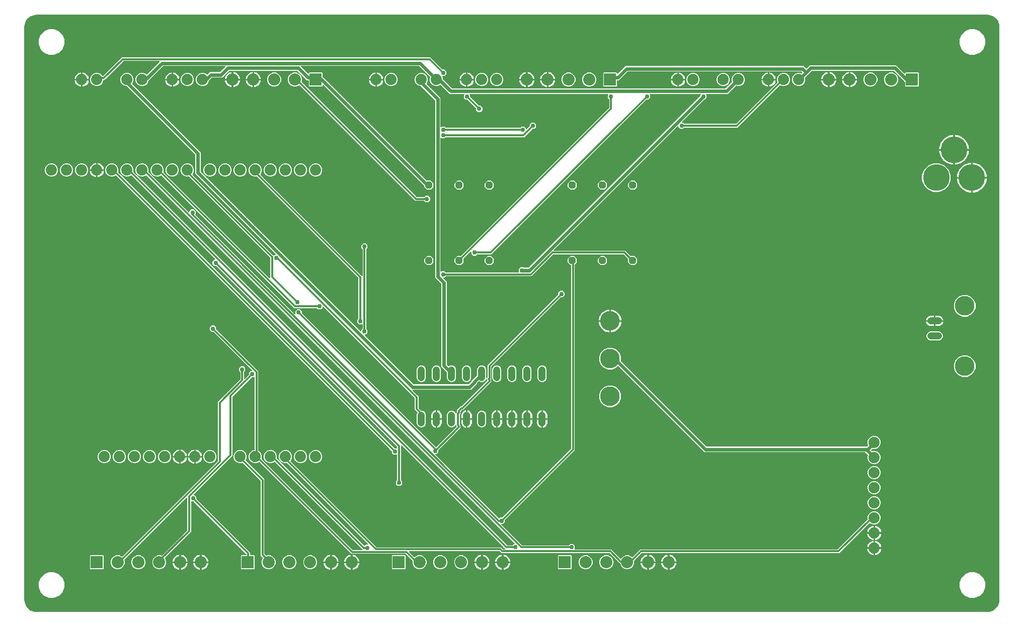
<source format=gbl>
G04 EAGLE Gerber RS-274X export*
G75*
%MOIN*%
%FSLAX24Y24*%
%LPD*%
%INBottom Copper*%
%IPPOS*%
%AMOC8*
5,1,8,0,0,1.08239X$1,22.5*%
G01*
%ADD10C,0.074000*%
%ADD11R,0.080000X0.080000*%
%ADD12C,0.080000*%
%ADD13C,0.177000*%
%ADD14P,0.051955X8X112.500000*%
%ADD15P,0.051955X8X292.500000*%
%ADD16C,0.130000*%
%ADD17C,0.047496*%
%ADD18C,0.129921*%
%ADD19C,0.048000*%
%ADD20C,0.012000*%
%ADD21C,0.029780*%
%ADD22C,0.024000*%

G36*
X64001Y201D02*
X64001Y201D01*
X64002Y201D01*
X64123Y210D01*
X64124Y210D01*
X64129Y212D01*
X64359Y286D01*
X64360Y287D01*
X64362Y288D01*
X64367Y290D01*
X64562Y432D01*
X64563Y433D01*
X64565Y434D01*
X64568Y438D01*
X64710Y633D01*
X64711Y635D01*
X64712Y636D01*
X64714Y641D01*
X64788Y871D01*
X64789Y872D01*
X64790Y877D01*
X64799Y998D01*
X64799Y1000D01*
X64799Y39000D01*
X64799Y39001D01*
X64799Y39002D01*
X64790Y39123D01*
X64790Y39124D01*
X64788Y39129D01*
X64714Y39359D01*
X64713Y39360D01*
X64712Y39362D01*
X64710Y39367D01*
X64568Y39562D01*
X64567Y39563D01*
X64566Y39565D01*
X64562Y39568D01*
X64367Y39710D01*
X64365Y39711D01*
X64364Y39712D01*
X64359Y39714D01*
X64129Y39788D01*
X64128Y39789D01*
X64123Y39790D01*
X64002Y39799D01*
X64000Y39799D01*
X1000Y39799D01*
X999Y39799D01*
X998Y39799D01*
X877Y39790D01*
X876Y39790D01*
X871Y39788D01*
X641Y39714D01*
X640Y39713D01*
X638Y39712D01*
X633Y39710D01*
X438Y39568D01*
X437Y39567D01*
X435Y39566D01*
X432Y39562D01*
X290Y39367D01*
X289Y39365D01*
X288Y39364D01*
X286Y39359D01*
X212Y39129D01*
X211Y39128D01*
X210Y39123D01*
X201Y39002D01*
X201Y39000D01*
X201Y1000D01*
X201Y999D01*
X201Y998D01*
X210Y877D01*
X210Y876D01*
X212Y871D01*
X286Y641D01*
X287Y640D01*
X288Y638D01*
X290Y633D01*
X432Y438D01*
X433Y437D01*
X434Y435D01*
X438Y432D01*
X633Y290D01*
X635Y289D01*
X636Y288D01*
X641Y286D01*
X871Y212D01*
X872Y211D01*
X877Y210D01*
X998Y201D01*
X1000Y201D01*
X64000Y201D01*
X64001Y201D01*
G37*
%LPC*%
G36*
X6286Y3039D02*
X6286Y3039D01*
X6117Y3109D01*
X5987Y3239D01*
X5917Y3408D01*
X5917Y3592D01*
X5987Y3761D01*
X6117Y3891D01*
X6286Y3961D01*
X6470Y3961D01*
X6639Y3891D01*
X6644Y3886D01*
X6645Y3885D01*
X6645Y3884D01*
X6648Y3882D01*
X6651Y3880D01*
X6653Y3880D01*
X6653Y3879D01*
X6657Y3879D01*
X6661Y3878D01*
X6662Y3878D01*
X6663Y3877D01*
X6666Y3878D01*
X6670Y3878D01*
X6671Y3878D01*
X6672Y3878D01*
X6676Y3880D01*
X6679Y3881D01*
X6680Y3882D01*
X6681Y3882D01*
X6685Y3886D01*
X13011Y10211D01*
X13013Y10215D01*
X13015Y10218D01*
X13016Y10219D01*
X13017Y10223D01*
X13019Y10227D01*
X13019Y10228D01*
X13019Y10229D01*
X13019Y10232D01*
X13019Y14135D01*
X14496Y15611D01*
X14498Y15615D01*
X14500Y15618D01*
X14501Y15619D01*
X14502Y15623D01*
X14504Y15627D01*
X14504Y15628D01*
X14504Y15629D01*
X14504Y15632D01*
X14504Y16102D01*
X14504Y16106D01*
X14503Y16110D01*
X14503Y16111D01*
X14503Y16112D01*
X14501Y16115D01*
X14499Y16119D01*
X14498Y16120D01*
X14498Y16121D01*
X14496Y16123D01*
X14415Y16203D01*
X14415Y16377D01*
X14538Y16500D01*
X14712Y16500D01*
X14835Y16377D01*
X14835Y16203D01*
X14754Y16123D01*
X14752Y16120D01*
X14750Y16117D01*
X14749Y16116D01*
X14749Y16115D01*
X14748Y16111D01*
X14746Y16108D01*
X14746Y16106D01*
X14746Y16105D01*
X14746Y16102D01*
X14746Y15662D01*
X14746Y15659D01*
X14746Y15656D01*
X14747Y15655D01*
X14747Y15653D01*
X14749Y15650D01*
X14750Y15647D01*
X14751Y15646D01*
X14752Y15644D01*
X14754Y15642D01*
X14756Y15640D01*
X14757Y15639D01*
X14759Y15638D01*
X14762Y15637D01*
X14764Y15635D01*
X14766Y15635D01*
X14768Y15634D01*
X14770Y15634D01*
X14773Y15633D01*
X14775Y15633D01*
X14777Y15633D01*
X14780Y15634D01*
X14783Y15634D01*
X14785Y15635D01*
X14786Y15635D01*
X14789Y15637D01*
X14792Y15638D01*
X14794Y15640D01*
X14795Y15641D01*
X14796Y15641D01*
X15082Y15928D01*
X15084Y15931D01*
X15087Y15934D01*
X15087Y15935D01*
X15088Y15939D01*
X15090Y15943D01*
X15090Y15944D01*
X15090Y15945D01*
X15090Y15948D01*
X15090Y16062D01*
X15213Y16185D01*
X15254Y16185D01*
X15257Y16185D01*
X15260Y16185D01*
X15262Y16186D01*
X15263Y16186D01*
X15266Y16188D01*
X15269Y16189D01*
X15270Y16190D01*
X15272Y16191D01*
X15274Y16193D01*
X15276Y16195D01*
X15277Y16196D01*
X15278Y16198D01*
X15280Y16200D01*
X15281Y16203D01*
X15281Y16205D01*
X15282Y16206D01*
X15283Y16209D01*
X15283Y16212D01*
X15283Y16214D01*
X15283Y16216D01*
X15282Y16219D01*
X15282Y16222D01*
X15281Y16223D01*
X15281Y16225D01*
X15279Y16228D01*
X15278Y16230D01*
X15276Y16233D01*
X15275Y16234D01*
X15275Y16235D01*
X12737Y18772D01*
X12734Y18774D01*
X12731Y18777D01*
X12730Y18777D01*
X12726Y18778D01*
X12722Y18780D01*
X12721Y18780D01*
X12720Y18780D01*
X12717Y18780D01*
X12603Y18780D01*
X12480Y18903D01*
X12480Y19077D01*
X12603Y19200D01*
X12777Y19200D01*
X12900Y19077D01*
X12900Y18963D01*
X12900Y18959D01*
X12901Y18955D01*
X12901Y18954D01*
X12903Y18950D01*
X12905Y18947D01*
X12905Y18946D01*
X12906Y18945D01*
X12908Y18943D01*
X15611Y16239D01*
X15691Y16160D01*
X15691Y10907D01*
X15692Y10902D01*
X15692Y10897D01*
X15695Y10893D01*
X15697Y10889D01*
X15700Y10886D01*
X15704Y10882D01*
X15709Y10880D01*
X15744Y10865D01*
X15865Y10744D01*
X15931Y10586D01*
X15931Y10414D01*
X15916Y10380D01*
X15915Y10375D01*
X15914Y10371D01*
X15914Y10370D01*
X15915Y10366D01*
X15915Y10361D01*
X15917Y10357D01*
X15919Y10352D01*
X15923Y10348D01*
X21956Y4314D01*
X21960Y4312D01*
X21963Y4310D01*
X21964Y4309D01*
X21968Y4308D01*
X21972Y4306D01*
X21973Y4306D01*
X21974Y4306D01*
X21977Y4306D01*
X22588Y4306D01*
X22591Y4306D01*
X22594Y4306D01*
X22595Y4307D01*
X22597Y4307D01*
X22600Y4309D01*
X22603Y4310D01*
X22604Y4311D01*
X22606Y4312D01*
X22608Y4314D01*
X22610Y4316D01*
X22611Y4317D01*
X22612Y4319D01*
X22613Y4322D01*
X22615Y4324D01*
X22615Y4326D01*
X22616Y4328D01*
X22616Y4330D01*
X22617Y4333D01*
X22617Y4335D01*
X22617Y4337D01*
X22616Y4340D01*
X22616Y4343D01*
X22615Y4345D01*
X22615Y4346D01*
X22613Y4349D01*
X22612Y4352D01*
X22610Y4354D01*
X22609Y4355D01*
X22609Y4356D01*
X22551Y4414D01*
X16807Y10157D01*
X16806Y10158D01*
X16803Y10160D01*
X16800Y10162D01*
X16799Y10163D01*
X16798Y10163D01*
X16794Y10164D01*
X16790Y10165D01*
X16789Y10165D01*
X16788Y10165D01*
X16785Y10165D01*
X16781Y10165D01*
X16780Y10164D01*
X16779Y10164D01*
X16775Y10163D01*
X16772Y10161D01*
X16771Y10161D01*
X16770Y10160D01*
X16766Y10157D01*
X16744Y10135D01*
X16586Y10069D01*
X16414Y10069D01*
X16256Y10135D01*
X16135Y10256D01*
X16069Y10414D01*
X16069Y10586D01*
X16135Y10744D01*
X16256Y10865D01*
X16414Y10931D01*
X16586Y10931D01*
X16744Y10865D01*
X16865Y10744D01*
X16931Y10586D01*
X16931Y10414D01*
X16927Y10405D01*
X16927Y10404D01*
X16926Y10400D01*
X16925Y10395D01*
X16925Y10390D01*
X16926Y10386D01*
X16928Y10381D01*
X16929Y10377D01*
X16930Y10377D01*
X16933Y10373D01*
X22709Y4597D01*
X22710Y4596D01*
X22710Y4595D01*
X22714Y4593D01*
X22717Y4591D01*
X22718Y4591D01*
X22719Y4590D01*
X22722Y4590D01*
X22726Y4588D01*
X22727Y4589D01*
X22728Y4588D01*
X22732Y4589D01*
X22735Y4589D01*
X22736Y4589D01*
X22737Y4589D01*
X22741Y4591D01*
X22744Y4592D01*
X22745Y4593D01*
X22746Y4593D01*
X22750Y4597D01*
X22818Y4665D01*
X22949Y4665D01*
X22952Y4665D01*
X22955Y4665D01*
X22957Y4666D01*
X22958Y4666D01*
X22961Y4668D01*
X22964Y4669D01*
X22965Y4670D01*
X22967Y4671D01*
X22969Y4673D01*
X22971Y4675D01*
X22972Y4676D01*
X22973Y4678D01*
X22975Y4680D01*
X22976Y4683D01*
X22976Y4685D01*
X22977Y4686D01*
X22978Y4689D01*
X22978Y4692D01*
X22978Y4694D01*
X22978Y4696D01*
X22977Y4699D01*
X22977Y4702D01*
X22976Y4703D01*
X22976Y4705D01*
X22974Y4708D01*
X22973Y4710D01*
X22971Y4713D01*
X22970Y4714D01*
X22970Y4715D01*
X17620Y10064D01*
X17616Y10067D01*
X17612Y10070D01*
X17608Y10071D01*
X17603Y10072D01*
X17598Y10072D01*
X17594Y10072D01*
X17588Y10070D01*
X17586Y10069D01*
X17414Y10069D01*
X17256Y10135D01*
X17135Y10256D01*
X17069Y10414D01*
X17069Y10586D01*
X17135Y10744D01*
X17256Y10865D01*
X17414Y10931D01*
X17586Y10931D01*
X17744Y10865D01*
X17865Y10744D01*
X17931Y10586D01*
X17931Y10414D01*
X17865Y10256D01*
X17838Y10229D01*
X17838Y10228D01*
X17837Y10227D01*
X17835Y10224D01*
X17833Y10221D01*
X17832Y10220D01*
X17832Y10219D01*
X17831Y10216D01*
X17830Y10212D01*
X17830Y10211D01*
X17830Y10210D01*
X17830Y10206D01*
X17830Y10202D01*
X17831Y10201D01*
X17831Y10200D01*
X17832Y10197D01*
X17834Y10194D01*
X17834Y10193D01*
X17835Y10192D01*
X17838Y10188D01*
X23531Y4494D01*
X23535Y4492D01*
X23538Y4490D01*
X23539Y4489D01*
X23543Y4488D01*
X23547Y4486D01*
X23548Y4486D01*
X23549Y4486D01*
X23552Y4486D01*
X31775Y4486D01*
X31854Y4406D01*
X31901Y4359D01*
X31905Y4357D01*
X31908Y4355D01*
X31909Y4354D01*
X31913Y4353D01*
X31917Y4351D01*
X31918Y4351D01*
X31919Y4351D01*
X31922Y4351D01*
X32038Y4351D01*
X32041Y4351D01*
X32044Y4351D01*
X32045Y4352D01*
X32047Y4352D01*
X32050Y4354D01*
X32053Y4355D01*
X32054Y4356D01*
X32056Y4357D01*
X32058Y4359D01*
X32060Y4361D01*
X32061Y4362D01*
X32062Y4364D01*
X32063Y4367D01*
X32065Y4369D01*
X32065Y4371D01*
X32066Y4373D01*
X32066Y4375D01*
X32067Y4378D01*
X32067Y4380D01*
X32067Y4382D01*
X32066Y4385D01*
X32066Y4388D01*
X32065Y4390D01*
X32065Y4391D01*
X32063Y4394D01*
X32062Y4397D01*
X32060Y4399D01*
X32059Y4400D01*
X32059Y4401D01*
X32001Y4459D01*
X25191Y11269D01*
X25188Y11270D01*
X25186Y11272D01*
X25184Y11273D01*
X25183Y11274D01*
X25180Y11275D01*
X25177Y11276D01*
X25176Y11276D01*
X25174Y11277D01*
X25171Y11277D01*
X25168Y11277D01*
X25166Y11277D01*
X25164Y11277D01*
X25161Y11275D01*
X25159Y11275D01*
X25157Y11274D01*
X25155Y11273D01*
X25153Y11271D01*
X25151Y11270D01*
X25149Y11268D01*
X25148Y11267D01*
X25146Y11265D01*
X25145Y11262D01*
X25144Y11260D01*
X25143Y11259D01*
X25142Y11256D01*
X25141Y11253D01*
X25141Y11250D01*
X25141Y11249D01*
X25141Y11248D01*
X25141Y8963D01*
X25141Y8959D01*
X25142Y8955D01*
X25142Y8954D01*
X25142Y8953D01*
X25144Y8950D01*
X25146Y8946D01*
X25147Y8945D01*
X25147Y8944D01*
X25149Y8942D01*
X25230Y8862D01*
X25230Y8688D01*
X25107Y8565D01*
X24933Y8565D01*
X24810Y8688D01*
X24810Y8862D01*
X24891Y8942D01*
X24893Y8945D01*
X24895Y8948D01*
X24896Y8949D01*
X24896Y8950D01*
X24897Y8954D01*
X24899Y8957D01*
X24899Y8959D01*
X24899Y8960D01*
X24899Y8963D01*
X24899Y10627D01*
X24899Y10630D01*
X24899Y10633D01*
X24898Y10635D01*
X24898Y10637D01*
X24896Y10639D01*
X24895Y10642D01*
X24894Y10643D01*
X24893Y10645D01*
X24891Y10647D01*
X24889Y10649D01*
X24888Y10650D01*
X24886Y10652D01*
X24883Y10653D01*
X24881Y10654D01*
X24879Y10655D01*
X24877Y10655D01*
X24875Y10656D01*
X24872Y10656D01*
X24870Y10656D01*
X24868Y10656D01*
X24865Y10656D01*
X24862Y10655D01*
X24860Y10655D01*
X24859Y10654D01*
X24856Y10653D01*
X24853Y10651D01*
X24851Y10649D01*
X24850Y10649D01*
X24849Y10648D01*
X24837Y10635D01*
X24663Y10635D01*
X24540Y10758D01*
X24540Y10872D01*
X24540Y10876D01*
X24539Y10880D01*
X24539Y10881D01*
X24537Y10885D01*
X24535Y10888D01*
X24535Y10889D01*
X24534Y10890D01*
X24532Y10892D01*
X6287Y29137D01*
X6286Y29138D01*
X6283Y29140D01*
X6280Y29142D01*
X6279Y29143D01*
X6278Y29143D01*
X6274Y29144D01*
X6270Y29145D01*
X6269Y29145D01*
X6268Y29145D01*
X6265Y29145D01*
X6261Y29145D01*
X6260Y29144D01*
X6259Y29144D01*
X6255Y29143D01*
X6252Y29141D01*
X6251Y29141D01*
X6250Y29140D01*
X6246Y29137D01*
X6244Y29135D01*
X6086Y29069D01*
X5914Y29069D01*
X5756Y29135D01*
X5635Y29256D01*
X5569Y29414D01*
X5569Y29586D01*
X5635Y29744D01*
X5756Y29865D01*
X5914Y29931D01*
X6086Y29931D01*
X6244Y29865D01*
X6365Y29744D01*
X6431Y29586D01*
X6431Y29414D01*
X6415Y29376D01*
X6414Y29372D01*
X6413Y29367D01*
X6413Y29362D01*
X6414Y29357D01*
X6416Y29353D01*
X6418Y29349D01*
X6421Y29344D01*
X24703Y11063D01*
X24706Y11061D01*
X24709Y11058D01*
X24710Y11058D01*
X24714Y11057D01*
X24718Y11055D01*
X24719Y11055D01*
X24720Y11055D01*
X24723Y11055D01*
X24837Y11055D01*
X24849Y11042D01*
X24852Y11040D01*
X24854Y11038D01*
X24856Y11038D01*
X24857Y11037D01*
X24860Y11036D01*
X24863Y11035D01*
X24864Y11034D01*
X24866Y11034D01*
X24869Y11034D01*
X24872Y11034D01*
X24874Y11034D01*
X24876Y11034D01*
X24879Y11035D01*
X24881Y11036D01*
X24883Y11037D01*
X24885Y11038D01*
X24887Y11039D01*
X24889Y11041D01*
X24891Y11042D01*
X24892Y11044D01*
X24894Y11046D01*
X24895Y11048D01*
X24896Y11050D01*
X24897Y11052D01*
X24898Y11055D01*
X24899Y11057D01*
X24899Y11060D01*
X24899Y11061D01*
X24899Y11062D01*
X24899Y11063D01*
X24899Y11143D01*
X24899Y11147D01*
X24898Y11151D01*
X24898Y11152D01*
X24896Y11156D01*
X24894Y11159D01*
X24893Y11160D01*
X24893Y11161D01*
X24891Y11164D01*
X12917Y23137D01*
X12914Y23139D01*
X12911Y23142D01*
X12910Y23142D01*
X12906Y23143D01*
X12902Y23145D01*
X12901Y23145D01*
X12900Y23145D01*
X12897Y23145D01*
X12783Y23145D01*
X12660Y23268D01*
X12660Y23442D01*
X12783Y23565D01*
X12824Y23565D01*
X12827Y23565D01*
X12830Y23565D01*
X12832Y23566D01*
X12833Y23566D01*
X12836Y23568D01*
X12839Y23569D01*
X12840Y23570D01*
X12842Y23571D01*
X12844Y23573D01*
X12846Y23575D01*
X12847Y23576D01*
X12848Y23578D01*
X12850Y23580D01*
X12851Y23583D01*
X12851Y23585D01*
X12852Y23586D01*
X12853Y23589D01*
X12853Y23592D01*
X12853Y23594D01*
X12853Y23596D01*
X12852Y23599D01*
X12852Y23602D01*
X12851Y23603D01*
X12851Y23605D01*
X12849Y23608D01*
X12848Y23610D01*
X12846Y23613D01*
X12845Y23614D01*
X12845Y23615D01*
X7305Y29154D01*
X7304Y29155D01*
X7303Y29156D01*
X7300Y29158D01*
X7297Y29160D01*
X7296Y29160D01*
X7295Y29161D01*
X7292Y29162D01*
X7288Y29163D01*
X7287Y29163D01*
X7286Y29163D01*
X7282Y29162D01*
X7278Y29162D01*
X7277Y29162D01*
X7276Y29162D01*
X7273Y29160D01*
X7269Y29159D01*
X7269Y29158D01*
X7268Y29158D01*
X7264Y29154D01*
X7244Y29135D01*
X7086Y29069D01*
X6914Y29069D01*
X6756Y29135D01*
X6635Y29256D01*
X6569Y29414D01*
X6569Y29586D01*
X6635Y29744D01*
X6756Y29865D01*
X6914Y29931D01*
X7086Y29931D01*
X7244Y29865D01*
X7365Y29744D01*
X7431Y29586D01*
X7431Y29414D01*
X7425Y29401D01*
X7425Y29399D01*
X7424Y29396D01*
X7423Y29392D01*
X7424Y29387D01*
X7424Y29382D01*
X7426Y29378D01*
X7428Y29374D01*
X7428Y29373D01*
X7432Y29369D01*
X32171Y4629D01*
X32175Y4627D01*
X32178Y4625D01*
X32179Y4624D01*
X32183Y4623D01*
X32187Y4621D01*
X32188Y4621D01*
X32189Y4621D01*
X32192Y4621D01*
X32527Y4621D01*
X32531Y4621D01*
X32535Y4622D01*
X32536Y4622D01*
X32537Y4622D01*
X32540Y4624D01*
X32544Y4626D01*
X32545Y4627D01*
X32546Y4627D01*
X32548Y4629D01*
X32628Y4710D01*
X32669Y4710D01*
X32672Y4710D01*
X32675Y4710D01*
X32677Y4711D01*
X32678Y4711D01*
X32681Y4713D01*
X32684Y4714D01*
X32685Y4715D01*
X32687Y4716D01*
X32689Y4718D01*
X32691Y4720D01*
X32692Y4721D01*
X32693Y4723D01*
X32695Y4725D01*
X32696Y4728D01*
X32696Y4730D01*
X32697Y4731D01*
X32698Y4734D01*
X32698Y4737D01*
X32698Y4739D01*
X32698Y4741D01*
X32697Y4744D01*
X32697Y4747D01*
X32696Y4748D01*
X32696Y4750D01*
X32694Y4753D01*
X32693Y4755D01*
X32691Y4758D01*
X32690Y4759D01*
X32690Y4760D01*
X8300Y29149D01*
X8299Y29150D01*
X8298Y29151D01*
X8296Y29152D01*
X8294Y29154D01*
X8293Y29154D01*
X8292Y29155D01*
X8291Y29155D01*
X8290Y29156D01*
X8287Y29157D01*
X8285Y29157D01*
X8284Y29157D01*
X8283Y29158D01*
X8282Y29158D01*
X8281Y29158D01*
X8280Y29158D01*
X8279Y29158D01*
X8278Y29158D01*
X8277Y29157D01*
X8273Y29157D01*
X8272Y29157D01*
X8271Y29157D01*
X8270Y29156D01*
X8268Y29155D01*
X8264Y29154D01*
X8264Y29153D01*
X8263Y29153D01*
X8262Y29152D01*
X8261Y29152D01*
X8261Y29151D01*
X8259Y29149D01*
X8244Y29135D01*
X8086Y29069D01*
X7914Y29069D01*
X7756Y29135D01*
X7635Y29256D01*
X7569Y29414D01*
X7569Y29586D01*
X7635Y29744D01*
X7756Y29865D01*
X7914Y29931D01*
X8086Y29931D01*
X8244Y29865D01*
X8365Y29744D01*
X8431Y29586D01*
X8431Y29414D01*
X8422Y29394D01*
X8421Y29389D01*
X8420Y29385D01*
X8420Y29384D01*
X8421Y29380D01*
X8421Y29375D01*
X8423Y29371D01*
X8425Y29366D01*
X8429Y29362D01*
X11080Y26710D01*
X11083Y26709D01*
X11085Y26707D01*
X11087Y26706D01*
X11088Y26705D01*
X11091Y26704D01*
X11094Y26703D01*
X11096Y26703D01*
X11097Y26702D01*
X11100Y26702D01*
X11103Y26702D01*
X11105Y26702D01*
X11107Y26702D01*
X11110Y26703D01*
X11113Y26704D01*
X11114Y26705D01*
X11116Y26706D01*
X11118Y26708D01*
X11121Y26709D01*
X11122Y26711D01*
X11123Y26712D01*
X11125Y26714D01*
X11127Y26717D01*
X11127Y26718D01*
X11128Y26720D01*
X11129Y26723D01*
X11130Y26726D01*
X11130Y26729D01*
X11130Y26730D01*
X11130Y26731D01*
X11130Y26772D01*
X11253Y26895D01*
X11427Y26895D01*
X11550Y26772D01*
X11550Y26598D01*
X11527Y26575D01*
X11526Y26574D01*
X11525Y26574D01*
X11524Y26572D01*
X11523Y26571D01*
X11523Y26570D01*
X11521Y26568D01*
X11521Y26567D01*
X11520Y26566D01*
X11520Y26563D01*
X11519Y26562D01*
X11519Y26561D01*
X11518Y26558D01*
X11519Y26557D01*
X11518Y26556D01*
X11519Y26554D01*
X11518Y26552D01*
X11519Y26551D01*
X11519Y26549D01*
X11519Y26548D01*
X11519Y26547D01*
X11520Y26545D01*
X11521Y26543D01*
X11522Y26542D01*
X11522Y26540D01*
X11523Y26539D01*
X11523Y26538D01*
X11525Y26536D01*
X11526Y26535D01*
X11527Y26534D01*
X18100Y19960D01*
X18103Y19959D01*
X18105Y19957D01*
X18107Y19956D01*
X18108Y19955D01*
X18111Y19954D01*
X18114Y19953D01*
X18116Y19953D01*
X18117Y19952D01*
X18120Y19952D01*
X18123Y19952D01*
X18125Y19952D01*
X18127Y19952D01*
X18130Y19953D01*
X18133Y19954D01*
X18134Y19955D01*
X18136Y19956D01*
X18138Y19958D01*
X18141Y19959D01*
X18142Y19961D01*
X18143Y19962D01*
X18145Y19964D01*
X18147Y19967D01*
X18147Y19968D01*
X18148Y19970D01*
X18149Y19973D01*
X18150Y19976D01*
X18150Y19979D01*
X18150Y19980D01*
X18150Y19981D01*
X18150Y20157D01*
X18273Y20280D01*
X18447Y20280D01*
X18570Y20157D01*
X18570Y20043D01*
X18570Y20039D01*
X18571Y20035D01*
X18571Y20034D01*
X18573Y20030D01*
X18575Y20027D01*
X18575Y20026D01*
X18576Y20025D01*
X18578Y20023D01*
X27452Y11149D01*
X27453Y11148D01*
X27457Y11146D01*
X27460Y11143D01*
X27461Y11143D01*
X27462Y11143D01*
X27465Y11142D01*
X27469Y11141D01*
X27470Y11141D01*
X27471Y11140D01*
X27475Y11141D01*
X27478Y11141D01*
X27479Y11141D01*
X27480Y11141D01*
X27484Y11143D01*
X27487Y11144D01*
X27488Y11145D01*
X27489Y11145D01*
X27493Y11149D01*
X28834Y12489D01*
X28834Y12490D01*
X28835Y12491D01*
X28837Y12494D01*
X28839Y12497D01*
X28839Y12498D01*
X28840Y12499D01*
X28841Y12503D01*
X28842Y12506D01*
X28842Y12507D01*
X28842Y12508D01*
X28842Y12512D01*
X28842Y12516D01*
X28841Y12517D01*
X28841Y12518D01*
X28839Y12521D01*
X28838Y12525D01*
X28837Y12526D01*
X28837Y12527D01*
X28834Y12531D01*
X28814Y12550D01*
X28814Y12586D01*
X28814Y12590D01*
X28813Y12593D01*
X28813Y12594D01*
X28813Y12595D01*
X28811Y12599D01*
X28809Y12602D01*
X28809Y12603D01*
X28808Y12604D01*
X28805Y12606D01*
X28803Y12609D01*
X28802Y12609D01*
X28801Y12610D01*
X28798Y12612D01*
X28794Y12613D01*
X28793Y12614D01*
X28792Y12614D01*
X28789Y12614D01*
X28785Y12615D01*
X28784Y12615D01*
X28783Y12615D01*
X28779Y12614D01*
X28775Y12613D01*
X28774Y12613D01*
X28770Y12611D01*
X28767Y12609D01*
X28766Y12608D01*
X28763Y12605D01*
X28760Y12602D01*
X28760Y12601D01*
X28760Y12600D01*
X28759Y12599D01*
X28758Y12597D01*
X28755Y12590D01*
X28670Y12505D01*
X28560Y12459D01*
X28440Y12459D01*
X28330Y12505D01*
X28245Y12590D01*
X28199Y12700D01*
X28199Y13300D01*
X28245Y13410D01*
X28330Y13495D01*
X28440Y13541D01*
X28560Y13541D01*
X28670Y13495D01*
X28755Y13410D01*
X28758Y13403D01*
X28760Y13400D01*
X28762Y13396D01*
X28763Y13396D01*
X28763Y13395D01*
X28766Y13393D01*
X28769Y13390D01*
X28770Y13390D01*
X28770Y13389D01*
X28774Y13388D01*
X28778Y13386D01*
X28779Y13386D01*
X28783Y13385D01*
X28787Y13385D01*
X28788Y13385D01*
X28789Y13385D01*
X28793Y13386D01*
X28796Y13387D01*
X28797Y13388D01*
X28798Y13388D01*
X28801Y13390D01*
X28804Y13392D01*
X28805Y13393D01*
X28806Y13394D01*
X28808Y13397D01*
X28810Y13400D01*
X28811Y13401D01*
X28811Y13402D01*
X28812Y13405D01*
X28814Y13409D01*
X28814Y13410D01*
X28814Y13411D01*
X28814Y13412D01*
X28814Y13414D01*
X28814Y13415D01*
X28851Y13451D01*
X28853Y13455D01*
X28855Y13458D01*
X28856Y13459D01*
X28857Y13463D01*
X28859Y13467D01*
X28859Y13468D01*
X28859Y13469D01*
X28859Y13472D01*
X28859Y13595D01*
X29110Y13846D01*
X29143Y13846D01*
X29147Y13846D01*
X29151Y13847D01*
X29152Y13847D01*
X29156Y13849D01*
X29159Y13851D01*
X29160Y13852D01*
X29161Y13852D01*
X29164Y13854D01*
X30859Y15549D01*
X30859Y15550D01*
X30860Y15551D01*
X30862Y15554D01*
X30864Y15557D01*
X30864Y15558D01*
X30865Y15559D01*
X30866Y15563D01*
X30867Y15566D01*
X30867Y15567D01*
X30867Y15568D01*
X30867Y15572D01*
X30867Y15576D01*
X30866Y15577D01*
X30866Y15578D01*
X30864Y15581D01*
X30863Y15585D01*
X30862Y15586D01*
X30862Y15587D01*
X30859Y15591D01*
X30839Y15610D01*
X30839Y15646D01*
X30839Y15647D01*
X30839Y15650D01*
X30838Y15654D01*
X30838Y15655D01*
X30838Y15656D01*
X30836Y15659D01*
X30834Y15662D01*
X30834Y15663D01*
X30833Y15664D01*
X30830Y15667D01*
X30828Y15669D01*
X30827Y15670D01*
X30826Y15670D01*
X30823Y15672D01*
X30819Y15674D01*
X30818Y15674D01*
X30817Y15674D01*
X30814Y15675D01*
X30810Y15675D01*
X30809Y15675D01*
X30808Y15675D01*
X30804Y15674D01*
X30800Y15674D01*
X30800Y15673D01*
X30799Y15673D01*
X30795Y15671D01*
X30792Y15669D01*
X30791Y15668D01*
X30788Y15665D01*
X30785Y15662D01*
X30785Y15661D01*
X30785Y15660D01*
X30784Y15660D01*
X30783Y15657D01*
X30755Y15590D01*
X30670Y15505D01*
X30560Y15459D01*
X30440Y15459D01*
X30326Y15506D01*
X30326Y15507D01*
X30325Y15507D01*
X30324Y15508D01*
X30320Y15509D01*
X30316Y15510D01*
X30315Y15510D01*
X30314Y15510D01*
X30311Y15509D01*
X30307Y15509D01*
X30306Y15509D01*
X30305Y15509D01*
X30301Y15507D01*
X30298Y15506D01*
X30297Y15505D01*
X30296Y15505D01*
X30292Y15501D01*
X30204Y15414D01*
X30202Y15410D01*
X30200Y15407D01*
X30199Y15407D01*
X30199Y15406D01*
X30198Y15402D01*
X30196Y15398D01*
X30196Y15397D01*
X30196Y15396D01*
X30196Y15393D01*
X30196Y15360D01*
X29775Y14939D01*
X25937Y14939D01*
X25934Y14939D01*
X25931Y14939D01*
X25930Y14938D01*
X25928Y14938D01*
X25925Y14936D01*
X25922Y14935D01*
X25921Y14934D01*
X25919Y14933D01*
X25917Y14931D01*
X25915Y14929D01*
X25914Y14928D01*
X25913Y14926D01*
X25912Y14923D01*
X25910Y14921D01*
X25910Y14919D01*
X25909Y14917D01*
X25909Y14915D01*
X25908Y14912D01*
X25908Y14910D01*
X25908Y14908D01*
X25909Y14905D01*
X25909Y14902D01*
X25910Y14900D01*
X25910Y14899D01*
X25912Y14896D01*
X25913Y14893D01*
X25915Y14891D01*
X25916Y14890D01*
X25916Y14889D01*
X26231Y14574D01*
X26311Y14495D01*
X26311Y13742D01*
X26311Y13741D01*
X26311Y13740D01*
X26311Y13738D01*
X26312Y13734D01*
X26312Y13733D01*
X26314Y13729D01*
X26316Y13726D01*
X26317Y13725D01*
X26317Y13724D01*
X26319Y13721D01*
X26491Y13549D01*
X26495Y13547D01*
X26498Y13545D01*
X26499Y13544D01*
X26503Y13543D01*
X26507Y13541D01*
X26508Y13541D01*
X26509Y13541D01*
X26512Y13541D01*
X26560Y13541D01*
X26670Y13495D01*
X26755Y13410D01*
X26801Y13300D01*
X26801Y12700D01*
X26755Y12590D01*
X26670Y12505D01*
X26560Y12459D01*
X26440Y12459D01*
X26330Y12505D01*
X26245Y12590D01*
X26199Y12700D01*
X26199Y13300D01*
X26245Y13410D01*
X26246Y13412D01*
X26247Y13412D01*
X26248Y13413D01*
X26250Y13416D01*
X26252Y13419D01*
X26252Y13420D01*
X26253Y13421D01*
X26254Y13425D01*
X26255Y13429D01*
X26255Y13430D01*
X26255Y13431D01*
X26254Y13434D01*
X26254Y13438D01*
X26254Y13439D01*
X26254Y13440D01*
X26252Y13444D01*
X26251Y13447D01*
X26250Y13448D01*
X26250Y13449D01*
X26246Y13453D01*
X26069Y13630D01*
X26069Y14383D01*
X26069Y14387D01*
X26068Y14391D01*
X26068Y14392D01*
X26066Y14396D01*
X26064Y14399D01*
X26063Y14400D01*
X26063Y14401D01*
X26061Y14404D01*
X20015Y20450D01*
X20012Y20451D01*
X20010Y20453D01*
X20008Y20454D01*
X20007Y20455D01*
X20004Y20456D01*
X20001Y20457D01*
X19999Y20457D01*
X19998Y20458D01*
X19995Y20458D01*
X19992Y20458D01*
X19990Y20458D01*
X19988Y20458D01*
X19985Y20457D01*
X19982Y20456D01*
X19981Y20455D01*
X19979Y20454D01*
X19977Y20452D01*
X19974Y20451D01*
X19973Y20449D01*
X19972Y20448D01*
X19970Y20446D01*
X19968Y20443D01*
X19968Y20442D01*
X19967Y20440D01*
X19966Y20437D01*
X19965Y20434D01*
X19965Y20431D01*
X19965Y20430D01*
X19965Y20429D01*
X19965Y20388D01*
X19842Y20265D01*
X19668Y20265D01*
X19588Y20346D01*
X19585Y20348D01*
X19582Y20350D01*
X19581Y20351D01*
X19580Y20351D01*
X19576Y20352D01*
X19573Y20354D01*
X19571Y20354D01*
X19570Y20354D01*
X19567Y20354D01*
X18085Y20354D01*
X9295Y29144D01*
X9294Y29145D01*
X9293Y29146D01*
X9290Y29148D01*
X9287Y29150D01*
X9286Y29150D01*
X9285Y29151D01*
X9282Y29152D01*
X9278Y29153D01*
X9277Y29153D01*
X9276Y29153D01*
X9272Y29152D01*
X9268Y29152D01*
X9267Y29152D01*
X9266Y29152D01*
X9263Y29150D01*
X9259Y29149D01*
X9259Y29148D01*
X9258Y29148D01*
X9254Y29144D01*
X9244Y29135D01*
X9086Y29069D01*
X8914Y29069D01*
X8756Y29135D01*
X8635Y29256D01*
X8569Y29414D01*
X8569Y29586D01*
X8635Y29744D01*
X8756Y29865D01*
X8914Y29931D01*
X9086Y29931D01*
X9244Y29865D01*
X9365Y29744D01*
X9431Y29586D01*
X9431Y29414D01*
X9419Y29387D01*
X9418Y29382D01*
X9417Y29378D01*
X9417Y29377D01*
X9418Y29373D01*
X9418Y29368D01*
X9420Y29364D01*
X9422Y29359D01*
X9426Y29355D01*
X16434Y22346D01*
X16437Y22345D01*
X16439Y22343D01*
X16441Y22342D01*
X16442Y22341D01*
X16445Y22340D01*
X16448Y22339D01*
X16449Y22339D01*
X16451Y22338D01*
X16454Y22338D01*
X16457Y22338D01*
X16459Y22338D01*
X16461Y22338D01*
X16464Y22340D01*
X16466Y22340D01*
X16468Y22341D01*
X16470Y22342D01*
X16472Y22344D01*
X16474Y22345D01*
X16476Y22347D01*
X16477Y22348D01*
X16479Y22350D01*
X16480Y22353D01*
X16481Y22355D01*
X16482Y22356D01*
X16483Y22359D01*
X16484Y22362D01*
X16484Y22365D01*
X16484Y22366D01*
X16484Y22367D01*
X16484Y23698D01*
X16484Y23702D01*
X16483Y23706D01*
X16483Y23707D01*
X16481Y23711D01*
X16479Y23714D01*
X16478Y23715D01*
X16478Y23716D01*
X16476Y23719D01*
X11127Y29067D01*
X11123Y29070D01*
X11120Y29073D01*
X11119Y29073D01*
X11115Y29074D01*
X11110Y29075D01*
X11106Y29075D01*
X11101Y29075D01*
X11095Y29073D01*
X11086Y29069D01*
X10914Y29069D01*
X10756Y29135D01*
X10635Y29256D01*
X10569Y29414D01*
X10569Y29586D01*
X10635Y29744D01*
X10756Y29865D01*
X10914Y29931D01*
X11086Y29931D01*
X11244Y29865D01*
X11365Y29744D01*
X11431Y29586D01*
X11431Y29414D01*
X11365Y29256D01*
X11343Y29234D01*
X11343Y29233D01*
X11342Y29232D01*
X11340Y29229D01*
X11338Y29226D01*
X11337Y29225D01*
X11337Y29224D01*
X11336Y29221D01*
X11335Y29217D01*
X11335Y29216D01*
X11335Y29215D01*
X11335Y29211D01*
X11335Y29207D01*
X11336Y29206D01*
X11336Y29205D01*
X11337Y29202D01*
X11339Y29199D01*
X11339Y29198D01*
X11340Y29197D01*
X11343Y29193D01*
X16646Y23889D01*
X16701Y23834D01*
X16702Y23834D01*
X16703Y23833D01*
X16706Y23831D01*
X16709Y23829D01*
X16710Y23828D01*
X16711Y23828D01*
X16715Y23827D01*
X16718Y23826D01*
X16719Y23826D01*
X16720Y23826D01*
X16724Y23826D01*
X16728Y23826D01*
X16729Y23827D01*
X16730Y23827D01*
X16733Y23828D01*
X16737Y23830D01*
X16738Y23830D01*
X16739Y23831D01*
X16743Y23834D01*
X16788Y23880D01*
X16834Y23880D01*
X16837Y23880D01*
X16840Y23880D01*
X16842Y23881D01*
X16844Y23881D01*
X16846Y23883D01*
X16849Y23884D01*
X16850Y23885D01*
X16852Y23886D01*
X16854Y23888D01*
X16856Y23890D01*
X16857Y23891D01*
X16859Y23893D01*
X16860Y23895D01*
X16861Y23898D01*
X16862Y23900D01*
X16862Y23901D01*
X16863Y23904D01*
X16863Y23907D01*
X16863Y23909D01*
X16863Y23911D01*
X16863Y23914D01*
X16862Y23917D01*
X16861Y23918D01*
X16861Y23920D01*
X16859Y23923D01*
X16858Y23925D01*
X16856Y23928D01*
X16856Y23929D01*
X16855Y23930D01*
X11634Y29151D01*
X11519Y29265D01*
X11519Y30513D01*
X11519Y30517D01*
X11518Y30521D01*
X11518Y30522D01*
X11516Y30526D01*
X11514Y30530D01*
X11513Y30530D01*
X11513Y30531D01*
X11511Y30534D01*
X6984Y35061D01*
X6980Y35063D01*
X6977Y35065D01*
X6977Y35066D01*
X6976Y35066D01*
X6972Y35067D01*
X6968Y35069D01*
X6967Y35069D01*
X6966Y35069D01*
X6963Y35069D01*
X6914Y35069D01*
X6756Y35135D01*
X6635Y35256D01*
X6569Y35414D01*
X6569Y35586D01*
X6635Y35744D01*
X6756Y35865D01*
X6914Y35931D01*
X7086Y35931D01*
X7244Y35865D01*
X7365Y35744D01*
X7431Y35586D01*
X7431Y35414D01*
X7365Y35256D01*
X7353Y35244D01*
X7352Y35243D01*
X7352Y35242D01*
X7350Y35239D01*
X7348Y35236D01*
X7347Y35235D01*
X7347Y35234D01*
X7346Y35231D01*
X7345Y35227D01*
X7345Y35226D01*
X7345Y35225D01*
X7345Y35221D01*
X7345Y35217D01*
X7345Y35216D01*
X7346Y35215D01*
X7347Y35212D01*
X7349Y35208D01*
X7350Y35207D01*
X7353Y35203D01*
X11881Y30675D01*
X11881Y29427D01*
X11881Y29423D01*
X11882Y29419D01*
X11882Y29418D01*
X11884Y29414D01*
X11886Y29410D01*
X11887Y29410D01*
X11887Y29409D01*
X11889Y29406D01*
X22465Y18830D01*
X22468Y18828D01*
X22470Y18826D01*
X22472Y18826D01*
X22473Y18825D01*
X22476Y18824D01*
X22479Y18823D01*
X22481Y18822D01*
X22482Y18822D01*
X22485Y18822D01*
X22488Y18822D01*
X22490Y18822D01*
X22492Y18822D01*
X22495Y18823D01*
X22498Y18824D01*
X22499Y18825D01*
X22501Y18826D01*
X22503Y18827D01*
X22506Y18829D01*
X22507Y18831D01*
X22508Y18832D01*
X22510Y18834D01*
X22512Y18837D01*
X22512Y18838D01*
X22513Y18840D01*
X22514Y18843D01*
X22515Y18845D01*
X22515Y18848D01*
X22515Y18849D01*
X22515Y18850D01*
X22515Y18851D01*
X22515Y18897D01*
X22596Y18977D01*
X22598Y18980D01*
X22600Y18983D01*
X22601Y18984D01*
X22601Y18985D01*
X22602Y18989D01*
X22604Y18992D01*
X22604Y18994D01*
X22604Y18995D01*
X22604Y18998D01*
X22604Y19267D01*
X22604Y19270D01*
X22604Y19273D01*
X22603Y19275D01*
X22603Y19277D01*
X22601Y19279D01*
X22600Y19282D01*
X22599Y19283D01*
X22598Y19285D01*
X22596Y19287D01*
X22594Y19289D01*
X22593Y19290D01*
X22591Y19292D01*
X22588Y19293D01*
X22586Y19294D01*
X22584Y19295D01*
X22582Y19295D01*
X22580Y19296D01*
X22577Y19296D01*
X22575Y19296D01*
X22573Y19296D01*
X22570Y19296D01*
X22567Y19295D01*
X22565Y19295D01*
X22564Y19294D01*
X22561Y19293D01*
X22558Y19291D01*
X22556Y19289D01*
X22555Y19289D01*
X22554Y19288D01*
X22542Y19275D01*
X22368Y19275D01*
X22245Y19398D01*
X22245Y19572D01*
X22326Y19652D01*
X22328Y19655D01*
X22330Y19658D01*
X22331Y19659D01*
X22331Y19660D01*
X22332Y19664D01*
X22334Y19667D01*
X22334Y19669D01*
X22334Y19670D01*
X22334Y19673D01*
X22334Y22348D01*
X22334Y22352D01*
X22333Y22356D01*
X22333Y22357D01*
X22331Y22361D01*
X22329Y22364D01*
X22328Y22365D01*
X22328Y22366D01*
X22326Y22369D01*
X15627Y29067D01*
X15623Y29070D01*
X15620Y29073D01*
X15619Y29073D01*
X15615Y29074D01*
X15610Y29075D01*
X15606Y29075D01*
X15601Y29075D01*
X15595Y29073D01*
X15586Y29069D01*
X15414Y29069D01*
X15256Y29135D01*
X15135Y29256D01*
X15069Y29414D01*
X15069Y29586D01*
X15135Y29744D01*
X15256Y29865D01*
X15414Y29931D01*
X15586Y29931D01*
X15744Y29865D01*
X15865Y29744D01*
X15931Y29586D01*
X15931Y29414D01*
X15865Y29256D01*
X15843Y29234D01*
X15843Y29233D01*
X15842Y29232D01*
X15840Y29229D01*
X15838Y29226D01*
X15837Y29225D01*
X15837Y29224D01*
X15836Y29221D01*
X15835Y29217D01*
X15835Y29216D01*
X15835Y29215D01*
X15835Y29211D01*
X15835Y29207D01*
X15836Y29206D01*
X15836Y29205D01*
X15837Y29202D01*
X15839Y29199D01*
X15839Y29198D01*
X15840Y29197D01*
X15843Y29193D01*
X22496Y22539D01*
X22554Y22481D01*
X22557Y22480D01*
X22559Y22478D01*
X22561Y22477D01*
X22562Y22476D01*
X22565Y22475D01*
X22568Y22474D01*
X22569Y22474D01*
X22571Y22473D01*
X22574Y22473D01*
X22577Y22473D01*
X22579Y22473D01*
X22581Y22473D01*
X22584Y22475D01*
X22586Y22475D01*
X22588Y22476D01*
X22590Y22477D01*
X22592Y22479D01*
X22594Y22480D01*
X22596Y22482D01*
X22597Y22483D01*
X22599Y22485D01*
X22600Y22488D01*
X22601Y22490D01*
X22602Y22491D01*
X22603Y22494D01*
X22604Y22497D01*
X22604Y22500D01*
X22604Y22501D01*
X22604Y22502D01*
X22604Y24247D01*
X22604Y24251D01*
X22603Y24255D01*
X22603Y24256D01*
X22603Y24257D01*
X22601Y24260D01*
X22599Y24264D01*
X22598Y24265D01*
X22598Y24266D01*
X22596Y24268D01*
X22515Y24348D01*
X22515Y24522D01*
X22638Y24645D01*
X22812Y24645D01*
X22935Y24522D01*
X22935Y24348D01*
X22854Y24268D01*
X22852Y24265D01*
X22850Y24262D01*
X22849Y24261D01*
X22849Y24260D01*
X22848Y24256D01*
X22846Y24253D01*
X22846Y24251D01*
X22846Y24250D01*
X22846Y24247D01*
X22846Y18998D01*
X22846Y18994D01*
X22847Y18990D01*
X22847Y18989D01*
X22847Y18988D01*
X22849Y18985D01*
X22851Y18981D01*
X22852Y18980D01*
X22852Y18979D01*
X22854Y18977D01*
X22935Y18897D01*
X22935Y18723D01*
X22812Y18600D01*
X22766Y18600D01*
X22763Y18600D01*
X22760Y18600D01*
X22758Y18599D01*
X22756Y18599D01*
X22754Y18597D01*
X22751Y18596D01*
X22750Y18595D01*
X22748Y18594D01*
X22746Y18592D01*
X22744Y18590D01*
X22743Y18589D01*
X22741Y18587D01*
X22740Y18585D01*
X22739Y18582D01*
X22738Y18580D01*
X22738Y18579D01*
X22737Y18576D01*
X22737Y18573D01*
X22737Y18571D01*
X22737Y18569D01*
X22737Y18566D01*
X22738Y18563D01*
X22739Y18562D01*
X22739Y18560D01*
X22741Y18557D01*
X22742Y18555D01*
X22744Y18552D01*
X22744Y18551D01*
X22745Y18550D01*
X25986Y15309D01*
X25990Y15307D01*
X25993Y15305D01*
X25993Y15304D01*
X25994Y15304D01*
X25998Y15303D01*
X26002Y15301D01*
X26003Y15301D01*
X26004Y15301D01*
X26007Y15301D01*
X29613Y15301D01*
X29617Y15301D01*
X29621Y15302D01*
X29622Y15302D01*
X29626Y15304D01*
X29630Y15306D01*
X29630Y15307D01*
X29631Y15307D01*
X29634Y15309D01*
X29826Y15501D01*
X29828Y15505D01*
X29830Y15508D01*
X29831Y15508D01*
X29831Y15509D01*
X29832Y15513D01*
X29834Y15517D01*
X29834Y15518D01*
X29834Y15519D01*
X29834Y15522D01*
X29834Y15555D01*
X30186Y15906D01*
X30188Y15910D01*
X30190Y15913D01*
X30191Y15913D01*
X30191Y15914D01*
X30192Y15918D01*
X30194Y15922D01*
X30194Y15923D01*
X30194Y15924D01*
X30194Y15927D01*
X30194Y15961D01*
X30195Y15963D01*
X30196Y15963D01*
X30196Y15964D01*
X30197Y15968D01*
X30199Y15972D01*
X30199Y15973D01*
X30199Y15974D01*
X30199Y15977D01*
X30199Y16300D01*
X30245Y16410D01*
X30330Y16495D01*
X30440Y16541D01*
X30560Y16541D01*
X30670Y16495D01*
X30755Y16410D01*
X30801Y16300D01*
X30801Y15742D01*
X30801Y15739D01*
X30801Y15736D01*
X30802Y15735D01*
X30802Y15733D01*
X30804Y15730D01*
X30805Y15727D01*
X30806Y15726D01*
X30807Y15724D01*
X30809Y15722D01*
X30811Y15720D01*
X30812Y15719D01*
X30814Y15718D01*
X30817Y15717D01*
X30819Y15715D01*
X30821Y15715D01*
X30823Y15714D01*
X30825Y15714D01*
X30828Y15713D01*
X30830Y15713D01*
X30832Y15713D01*
X30835Y15714D01*
X30838Y15714D01*
X30840Y15715D01*
X30841Y15715D01*
X30844Y15717D01*
X30847Y15718D01*
X30849Y15720D01*
X30850Y15721D01*
X30851Y15721D01*
X30876Y15746D01*
X30878Y15750D01*
X30880Y15753D01*
X30881Y15754D01*
X30882Y15758D01*
X30884Y15762D01*
X30884Y15763D01*
X30884Y15764D01*
X30884Y15767D01*
X30884Y16565D01*
X30964Y16644D01*
X35557Y21238D01*
X35559Y21241D01*
X35562Y21244D01*
X35562Y21245D01*
X35563Y21249D01*
X35565Y21253D01*
X35565Y21254D01*
X35565Y21255D01*
X35565Y21258D01*
X35565Y21372D01*
X35688Y21495D01*
X35862Y21495D01*
X35985Y21372D01*
X35985Y21198D01*
X35862Y21075D01*
X35748Y21075D01*
X35744Y21075D01*
X35740Y21074D01*
X35739Y21074D01*
X35735Y21072D01*
X35732Y21070D01*
X35731Y21070D01*
X35730Y21069D01*
X35728Y21067D01*
X31134Y16474D01*
X31132Y16470D01*
X31130Y16467D01*
X31129Y16466D01*
X31128Y16462D01*
X31126Y16458D01*
X31126Y16457D01*
X31126Y16456D01*
X31126Y16453D01*
X31126Y15475D01*
X29255Y13604D01*
X29222Y13604D01*
X29218Y13604D01*
X29214Y13603D01*
X29213Y13603D01*
X29209Y13601D01*
X29206Y13599D01*
X29205Y13598D01*
X29204Y13598D01*
X29201Y13596D01*
X29109Y13504D01*
X29107Y13500D01*
X29105Y13497D01*
X29104Y13496D01*
X29103Y13492D01*
X29101Y13488D01*
X29101Y13487D01*
X29101Y13486D01*
X29101Y13483D01*
X29101Y13360D01*
X29064Y13324D01*
X29062Y13320D01*
X29060Y13317D01*
X29059Y13316D01*
X29058Y13312D01*
X29056Y13308D01*
X29056Y13307D01*
X29056Y13306D01*
X29056Y13303D01*
X29056Y12662D01*
X29056Y12658D01*
X29057Y12654D01*
X29057Y12653D01*
X29059Y12649D01*
X29061Y12646D01*
X29062Y12645D01*
X29062Y12644D01*
X29064Y12641D01*
X29101Y12605D01*
X29101Y12415D01*
X27623Y10937D01*
X27621Y10934D01*
X27618Y10931D01*
X27618Y10930D01*
X27617Y10926D01*
X27615Y10922D01*
X27615Y10921D01*
X27615Y10920D01*
X27615Y10917D01*
X27615Y10803D01*
X27492Y10680D01*
X27451Y10680D01*
X27448Y10680D01*
X27445Y10680D01*
X27443Y10679D01*
X27442Y10679D01*
X27439Y10677D01*
X27436Y10676D01*
X27435Y10675D01*
X27433Y10674D01*
X27431Y10672D01*
X27429Y10670D01*
X27428Y10669D01*
X27427Y10667D01*
X27425Y10665D01*
X27424Y10662D01*
X27424Y10660D01*
X27423Y10659D01*
X27422Y10656D01*
X27422Y10653D01*
X27422Y10651D01*
X27422Y10649D01*
X27423Y10646D01*
X27423Y10643D01*
X27424Y10642D01*
X27424Y10640D01*
X27426Y10637D01*
X27427Y10635D01*
X27429Y10632D01*
X27430Y10631D01*
X27430Y10630D01*
X31641Y6419D01*
X31642Y6419D01*
X31643Y6418D01*
X31646Y6416D01*
X31649Y6414D01*
X31650Y6413D01*
X31651Y6413D01*
X31655Y6412D01*
X31658Y6411D01*
X31659Y6411D01*
X31660Y6411D01*
X31664Y6411D01*
X31668Y6411D01*
X31669Y6412D01*
X31670Y6412D01*
X31673Y6413D01*
X31677Y6415D01*
X31678Y6415D01*
X31679Y6416D01*
X31683Y6419D01*
X31728Y6465D01*
X31842Y6465D01*
X31846Y6465D01*
X31850Y6466D01*
X31851Y6466D01*
X31855Y6468D01*
X31858Y6470D01*
X31859Y6470D01*
X31860Y6471D01*
X31862Y6473D01*
X36411Y11021D01*
X36413Y11025D01*
X36415Y11028D01*
X36416Y11029D01*
X36417Y11033D01*
X36419Y11037D01*
X36419Y11038D01*
X36419Y11039D01*
X36419Y11042D01*
X36419Y23170D01*
X36419Y23171D01*
X36419Y23172D01*
X36418Y23176D01*
X36418Y23179D01*
X36417Y23180D01*
X36417Y23181D01*
X36415Y23185D01*
X36413Y23188D01*
X36412Y23189D01*
X36409Y23192D01*
X36406Y23194D01*
X36405Y23195D01*
X36404Y23195D01*
X36401Y23197D01*
X36397Y23198D01*
X36396Y23198D01*
X36395Y23199D01*
X36390Y23199D01*
X36375Y23199D01*
X36199Y23375D01*
X36199Y23625D01*
X36375Y23801D01*
X36625Y23801D01*
X36801Y23625D01*
X36801Y23375D01*
X36669Y23244D01*
X36667Y23241D01*
X36665Y23238D01*
X36664Y23237D01*
X36664Y23236D01*
X36663Y23232D01*
X36661Y23229D01*
X36661Y23228D01*
X36661Y23227D01*
X36661Y23226D01*
X36661Y23223D01*
X36661Y10930D01*
X32033Y6302D01*
X32031Y6299D01*
X32028Y6296D01*
X32028Y6295D01*
X32027Y6291D01*
X32025Y6287D01*
X32025Y6286D01*
X32025Y6285D01*
X32025Y6282D01*
X32025Y6168D01*
X31902Y6045D01*
X31816Y6045D01*
X31813Y6045D01*
X31810Y6045D01*
X31808Y6044D01*
X31807Y6044D01*
X31804Y6042D01*
X31801Y6041D01*
X31800Y6040D01*
X31798Y6039D01*
X31796Y6037D01*
X31794Y6035D01*
X31793Y6034D01*
X31792Y6032D01*
X31790Y6030D01*
X31789Y6027D01*
X31789Y6025D01*
X31788Y6024D01*
X31787Y6021D01*
X31787Y6018D01*
X31787Y6016D01*
X31787Y6014D01*
X31788Y6011D01*
X31788Y6008D01*
X31789Y6007D01*
X31789Y6005D01*
X31791Y6002D01*
X31792Y6000D01*
X31794Y5997D01*
X31795Y5996D01*
X31795Y5995D01*
X33161Y4629D01*
X33165Y4627D01*
X33168Y4625D01*
X33169Y4624D01*
X33173Y4623D01*
X33177Y4621D01*
X33178Y4621D01*
X33179Y4621D01*
X33182Y4621D01*
X36262Y4621D01*
X36266Y4621D01*
X36270Y4622D01*
X36271Y4622D01*
X36272Y4622D01*
X36275Y4624D01*
X36279Y4626D01*
X36280Y4627D01*
X36281Y4627D01*
X36283Y4629D01*
X36363Y4710D01*
X36537Y4710D01*
X36660Y4587D01*
X36660Y4413D01*
X36647Y4401D01*
X36645Y4398D01*
X36643Y4396D01*
X36643Y4394D01*
X36642Y4393D01*
X36641Y4390D01*
X36640Y4387D01*
X36639Y4386D01*
X36639Y4384D01*
X36639Y4381D01*
X36639Y4378D01*
X36639Y4376D01*
X36639Y4374D01*
X36640Y4371D01*
X36641Y4369D01*
X36642Y4367D01*
X36643Y4365D01*
X36644Y4363D01*
X36646Y4361D01*
X36647Y4359D01*
X36649Y4358D01*
X36651Y4356D01*
X36653Y4355D01*
X36655Y4354D01*
X36657Y4353D01*
X36660Y4352D01*
X36662Y4351D01*
X36665Y4351D01*
X36666Y4351D01*
X36667Y4351D01*
X36668Y4351D01*
X39065Y4351D01*
X39686Y3729D01*
X39688Y3728D01*
X39689Y3727D01*
X39692Y3725D01*
X39694Y3724D01*
X39696Y3723D01*
X39698Y3722D01*
X39701Y3722D01*
X39703Y3721D01*
X39705Y3721D01*
X39707Y3721D01*
X39710Y3721D01*
X39713Y3721D01*
X39715Y3722D01*
X39717Y3722D01*
X39719Y3724D01*
X39722Y3725D01*
X39723Y3726D01*
X39725Y3727D01*
X39727Y3729D01*
X39729Y3731D01*
X39730Y3733D01*
X39732Y3734D01*
X39734Y3739D01*
X39743Y3761D01*
X39873Y3891D01*
X40042Y3961D01*
X40226Y3961D01*
X40395Y3891D01*
X40442Y3844D01*
X40443Y3843D01*
X40443Y3842D01*
X40446Y3840D01*
X40449Y3838D01*
X40450Y3838D01*
X40451Y3837D01*
X40455Y3837D01*
X40459Y3835D01*
X40460Y3836D01*
X40461Y3835D01*
X40464Y3836D01*
X40468Y3836D01*
X40469Y3836D01*
X40470Y3836D01*
X40474Y3838D01*
X40477Y3839D01*
X40478Y3840D01*
X40479Y3840D01*
X40483Y3844D01*
X40990Y4351D01*
X54073Y4351D01*
X54077Y4351D01*
X54081Y4352D01*
X54082Y4352D01*
X54086Y4354D01*
X54089Y4356D01*
X54090Y4357D01*
X54091Y4357D01*
X54094Y4359D01*
X56064Y6330D01*
X56067Y6334D01*
X56070Y6338D01*
X56071Y6342D01*
X56072Y6347D01*
X56072Y6352D01*
X56072Y6356D01*
X56070Y6362D01*
X56069Y6364D01*
X56069Y6536D01*
X56135Y6694D01*
X56256Y6815D01*
X56414Y6881D01*
X56586Y6881D01*
X56744Y6815D01*
X56865Y6694D01*
X56931Y6536D01*
X56931Y6364D01*
X56865Y6206D01*
X56744Y6085D01*
X56586Y6019D01*
X56414Y6019D01*
X56256Y6085D01*
X56229Y6112D01*
X56228Y6112D01*
X56227Y6113D01*
X56224Y6115D01*
X56221Y6117D01*
X56220Y6118D01*
X56219Y6118D01*
X56216Y6119D01*
X56212Y6120D01*
X56211Y6120D01*
X56210Y6120D01*
X56206Y6120D01*
X56202Y6120D01*
X56201Y6119D01*
X56200Y6119D01*
X56197Y6118D01*
X56194Y6116D01*
X56193Y6116D01*
X56192Y6115D01*
X56188Y6112D01*
X54264Y4189D01*
X54185Y4109D01*
X41102Y4109D01*
X41098Y4109D01*
X41094Y4108D01*
X41093Y4108D01*
X41089Y4106D01*
X41086Y4104D01*
X41085Y4103D01*
X41084Y4103D01*
X41081Y4101D01*
X40602Y3621D01*
X40599Y3617D01*
X40596Y3613D01*
X40595Y3609D01*
X40594Y3604D01*
X40594Y3599D01*
X40594Y3595D01*
X40594Y3594D01*
X40595Y3592D01*
X40595Y3408D01*
X40524Y3239D01*
X40395Y3109D01*
X40226Y3039D01*
X40042Y3039D01*
X39873Y3109D01*
X39743Y3239D01*
X39672Y3411D01*
X39672Y3414D01*
X39671Y3415D01*
X39671Y3416D01*
X39669Y3420D01*
X39667Y3423D01*
X39666Y3424D01*
X39663Y3427D01*
X39660Y3429D01*
X39659Y3430D01*
X39658Y3430D01*
X39655Y3432D01*
X39651Y3433D01*
X39650Y3433D01*
X39649Y3434D01*
X39644Y3434D01*
X39640Y3434D01*
X38974Y4101D01*
X38970Y4103D01*
X38967Y4105D01*
X38966Y4106D01*
X38962Y4107D01*
X38958Y4109D01*
X38957Y4109D01*
X38956Y4109D01*
X38953Y4109D01*
X31810Y4109D01*
X31731Y4189D01*
X31684Y4236D01*
X31680Y4238D01*
X31677Y4240D01*
X31676Y4241D01*
X31672Y4242D01*
X31668Y4244D01*
X31667Y4244D01*
X31666Y4244D01*
X31663Y4244D01*
X25697Y4244D01*
X25694Y4244D01*
X25691Y4244D01*
X25690Y4243D01*
X25688Y4243D01*
X25685Y4241D01*
X25682Y4240D01*
X25681Y4239D01*
X25679Y4238D01*
X25677Y4236D01*
X25675Y4234D01*
X25674Y4233D01*
X25673Y4231D01*
X25672Y4228D01*
X25670Y4226D01*
X25670Y4224D01*
X25669Y4222D01*
X25669Y4220D01*
X25668Y4217D01*
X25668Y4215D01*
X25668Y4213D01*
X25669Y4210D01*
X25669Y4207D01*
X25670Y4205D01*
X25670Y4204D01*
X25672Y4201D01*
X25673Y4198D01*
X25675Y4196D01*
X25676Y4195D01*
X25676Y4194D01*
X26028Y3843D01*
X26029Y3842D01*
X26029Y3841D01*
X26033Y3840D01*
X26036Y3837D01*
X26037Y3837D01*
X26038Y3836D01*
X26041Y3836D01*
X26045Y3835D01*
X26046Y3835D01*
X26047Y3834D01*
X26051Y3835D01*
X26054Y3835D01*
X26055Y3835D01*
X26056Y3835D01*
X26060Y3837D01*
X26063Y3838D01*
X26064Y3839D01*
X26065Y3839D01*
X26069Y3843D01*
X26117Y3891D01*
X26286Y3961D01*
X26470Y3961D01*
X26639Y3891D01*
X26769Y3761D01*
X26839Y3592D01*
X26839Y3408D01*
X26769Y3239D01*
X26639Y3109D01*
X26470Y3039D01*
X26286Y3039D01*
X26117Y3109D01*
X25987Y3239D01*
X25917Y3408D01*
X25917Y3594D01*
X25918Y3597D01*
X25918Y3598D01*
X25917Y3602D01*
X25917Y3607D01*
X25915Y3611D01*
X25913Y3616D01*
X25909Y3620D01*
X25474Y4056D01*
X25470Y4058D01*
X25467Y4060D01*
X25466Y4061D01*
X25462Y4062D01*
X25458Y4064D01*
X25457Y4064D01*
X25456Y4064D01*
X25453Y4064D01*
X21865Y4064D01*
X15790Y10139D01*
X15789Y10140D01*
X15788Y10141D01*
X15785Y10143D01*
X15782Y10145D01*
X15781Y10145D01*
X15780Y10146D01*
X15777Y10147D01*
X15773Y10148D01*
X15772Y10148D01*
X15771Y10148D01*
X15767Y10147D01*
X15763Y10147D01*
X15762Y10147D01*
X15761Y10147D01*
X15758Y10145D01*
X15754Y10144D01*
X15754Y10143D01*
X15753Y10143D01*
X15749Y10139D01*
X15744Y10135D01*
X15586Y10069D01*
X15414Y10069D01*
X15256Y10135D01*
X15135Y10256D01*
X15069Y10414D01*
X15069Y10586D01*
X15135Y10744D01*
X15256Y10865D01*
X15414Y10931D01*
X15420Y10931D01*
X15421Y10931D01*
X15422Y10931D01*
X15426Y10932D01*
X15429Y10932D01*
X15430Y10933D01*
X15431Y10933D01*
X15435Y10935D01*
X15438Y10937D01*
X15439Y10938D01*
X15442Y10941D01*
X15444Y10944D01*
X15445Y10945D01*
X15445Y10946D01*
X15447Y10949D01*
X15448Y10953D01*
X15448Y10954D01*
X15449Y10955D01*
X15449Y10960D01*
X15449Y15757D01*
X15449Y15760D01*
X15449Y15763D01*
X15448Y15765D01*
X15448Y15767D01*
X15446Y15769D01*
X15445Y15772D01*
X15444Y15773D01*
X15443Y15775D01*
X15441Y15777D01*
X15439Y15779D01*
X15438Y15780D01*
X15436Y15782D01*
X15433Y15783D01*
X15431Y15784D01*
X15429Y15785D01*
X15427Y15785D01*
X15425Y15786D01*
X15422Y15786D01*
X15420Y15786D01*
X15418Y15786D01*
X15415Y15786D01*
X15412Y15785D01*
X15410Y15785D01*
X15409Y15784D01*
X15406Y15783D01*
X15403Y15781D01*
X15401Y15779D01*
X15400Y15779D01*
X15399Y15778D01*
X15387Y15765D01*
X15273Y15765D01*
X15269Y15765D01*
X15265Y15764D01*
X15264Y15764D01*
X15260Y15762D01*
X15257Y15760D01*
X15256Y15760D01*
X15255Y15759D01*
X15253Y15757D01*
X13989Y14494D01*
X13987Y14490D01*
X13985Y14487D01*
X13984Y14486D01*
X13983Y14482D01*
X13981Y14478D01*
X13981Y14477D01*
X13981Y14476D01*
X13981Y14473D01*
X13981Y10570D01*
X13901Y10491D01*
X11410Y8000D01*
X11409Y7997D01*
X11407Y7995D01*
X11406Y7993D01*
X11405Y7992D01*
X11404Y7989D01*
X11403Y7986D01*
X11403Y7984D01*
X11402Y7983D01*
X11402Y7980D01*
X11402Y7977D01*
X11402Y7975D01*
X11402Y7973D01*
X11403Y7970D01*
X11404Y7967D01*
X11405Y7966D01*
X11406Y7964D01*
X11408Y7962D01*
X11409Y7959D01*
X11411Y7958D01*
X11412Y7957D01*
X11414Y7955D01*
X11417Y7953D01*
X11418Y7953D01*
X11420Y7952D01*
X11423Y7951D01*
X11426Y7950D01*
X11429Y7950D01*
X11430Y7950D01*
X11431Y7950D01*
X11472Y7950D01*
X11595Y7827D01*
X11595Y7713D01*
X11595Y7709D01*
X11596Y7705D01*
X11596Y7704D01*
X11598Y7700D01*
X11600Y7697D01*
X11600Y7696D01*
X11601Y7695D01*
X11603Y7693D01*
X15151Y4145D01*
X15151Y3990D01*
X15151Y3989D01*
X15151Y3988D01*
X15152Y3984D01*
X15152Y3981D01*
X15153Y3980D01*
X15153Y3979D01*
X15155Y3975D01*
X15157Y3972D01*
X15158Y3971D01*
X15161Y3968D01*
X15164Y3966D01*
X15165Y3965D01*
X15166Y3965D01*
X15169Y3963D01*
X15173Y3962D01*
X15174Y3962D01*
X15175Y3961D01*
X15180Y3961D01*
X15425Y3961D01*
X15461Y3925D01*
X15461Y3075D01*
X15425Y3039D01*
X14575Y3039D01*
X14539Y3075D01*
X14539Y3925D01*
X14575Y3961D01*
X14880Y3961D01*
X14881Y3961D01*
X14882Y3961D01*
X14886Y3962D01*
X14889Y3962D01*
X14890Y3963D01*
X14891Y3963D01*
X14895Y3965D01*
X14898Y3967D01*
X14899Y3968D01*
X14902Y3971D01*
X14904Y3974D01*
X14905Y3975D01*
X14905Y3976D01*
X14907Y3979D01*
X14908Y3983D01*
X14908Y3984D01*
X14909Y3985D01*
X14909Y3990D01*
X14909Y4033D01*
X14909Y4034D01*
X14909Y4035D01*
X14909Y4037D01*
X14908Y4041D01*
X14908Y4042D01*
X14907Y4044D01*
X14906Y4045D01*
X14906Y4046D01*
X14904Y4049D01*
X14903Y4050D01*
X14903Y4051D01*
X14901Y4054D01*
X11432Y7522D01*
X11429Y7524D01*
X11426Y7527D01*
X11425Y7527D01*
X11421Y7528D01*
X11417Y7530D01*
X11416Y7530D01*
X11415Y7530D01*
X11412Y7530D01*
X11298Y7530D01*
X11286Y7543D01*
X11283Y7545D01*
X11281Y7547D01*
X11279Y7547D01*
X11278Y7548D01*
X11275Y7549D01*
X11272Y7550D01*
X11271Y7551D01*
X11269Y7551D01*
X11266Y7551D01*
X11263Y7551D01*
X11261Y7551D01*
X11259Y7551D01*
X11256Y7550D01*
X11254Y7549D01*
X11252Y7548D01*
X11250Y7547D01*
X11248Y7546D01*
X11246Y7544D01*
X11244Y7543D01*
X11243Y7541D01*
X11241Y7539D01*
X11240Y7537D01*
X11239Y7535D01*
X11238Y7533D01*
X11237Y7530D01*
X11236Y7528D01*
X11236Y7525D01*
X11236Y7524D01*
X11236Y7523D01*
X11236Y7522D01*
X11236Y5530D01*
X9516Y3811D01*
X9516Y3810D01*
X9515Y3809D01*
X9513Y3806D01*
X9511Y3803D01*
X9510Y3802D01*
X9510Y3801D01*
X9509Y3797D01*
X9508Y3794D01*
X9508Y3793D01*
X9508Y3791D01*
X9508Y3788D01*
X9508Y3784D01*
X9509Y3783D01*
X9509Y3782D01*
X9510Y3779D01*
X9512Y3775D01*
X9512Y3774D01*
X9513Y3773D01*
X9516Y3769D01*
X9524Y3761D01*
X9595Y3592D01*
X9595Y3408D01*
X9524Y3239D01*
X9395Y3109D01*
X9226Y3039D01*
X9042Y3039D01*
X8873Y3109D01*
X8743Y3239D01*
X8673Y3408D01*
X8673Y3592D01*
X8743Y3761D01*
X8873Y3891D01*
X9042Y3961D01*
X9226Y3961D01*
X9278Y3939D01*
X9282Y3938D01*
X9287Y3937D01*
X9292Y3937D01*
X9297Y3938D01*
X9301Y3940D01*
X9305Y3942D01*
X9306Y3942D01*
X9310Y3945D01*
X10986Y5621D01*
X10988Y5624D01*
X10988Y5625D01*
X10989Y5625D01*
X10990Y5628D01*
X10991Y5629D01*
X10992Y5633D01*
X10994Y5637D01*
X10994Y5638D01*
X10994Y5639D01*
X10994Y5642D01*
X10994Y7783D01*
X10994Y7786D01*
X10994Y7789D01*
X10993Y7790D01*
X10993Y7792D01*
X10991Y7795D01*
X10990Y7798D01*
X10989Y7799D01*
X10988Y7801D01*
X10986Y7803D01*
X10984Y7805D01*
X10983Y7806D01*
X10981Y7807D01*
X10978Y7808D01*
X10976Y7810D01*
X10974Y7810D01*
X10972Y7811D01*
X10970Y7811D01*
X10967Y7812D01*
X10965Y7812D01*
X10963Y7812D01*
X10960Y7811D01*
X10957Y7811D01*
X10955Y7810D01*
X10954Y7810D01*
X10951Y7808D01*
X10948Y7807D01*
X10946Y7805D01*
X10945Y7804D01*
X10944Y7804D01*
X6821Y3681D01*
X6821Y3680D01*
X6819Y3677D01*
X6816Y3673D01*
X6814Y3668D01*
X6813Y3664D01*
X6813Y3663D01*
X6813Y3659D01*
X6813Y3654D01*
X6815Y3649D01*
X6839Y3592D01*
X6839Y3408D01*
X6769Y3239D01*
X6639Y3109D01*
X6470Y3039D01*
X6286Y3039D01*
G37*
%LPD*%
%LPC*%
G36*
X28440Y15459D02*
X28440Y15459D01*
X28330Y15505D01*
X28245Y15590D01*
X28199Y15700D01*
X28199Y16083D01*
X28199Y16085D01*
X28199Y16087D01*
X28198Y16091D01*
X28198Y16092D01*
X28197Y16094D01*
X28197Y16095D01*
X28196Y16096D01*
X28194Y16100D01*
X28193Y16100D01*
X28193Y16101D01*
X28192Y16102D01*
X28192Y16103D01*
X28191Y16103D01*
X28191Y16104D01*
X27809Y16485D01*
X27809Y21963D01*
X27809Y21964D01*
X27809Y21967D01*
X27808Y21971D01*
X27808Y21972D01*
X27806Y21976D01*
X27804Y21980D01*
X27803Y21980D01*
X27803Y21981D01*
X27801Y21984D01*
X27404Y22380D01*
X27404Y34113D01*
X27404Y34117D01*
X27403Y34121D01*
X27403Y34122D01*
X27401Y34126D01*
X27399Y34130D01*
X27398Y34130D01*
X27398Y34131D01*
X27396Y34134D01*
X26469Y35061D01*
X26465Y35063D01*
X26462Y35065D01*
X26462Y35066D01*
X26461Y35066D01*
X26457Y35067D01*
X26453Y35069D01*
X26452Y35069D01*
X26451Y35069D01*
X26448Y35069D01*
X26414Y35069D01*
X26256Y35135D01*
X26135Y35256D01*
X26069Y35414D01*
X26069Y35586D01*
X26135Y35744D01*
X26256Y35865D01*
X26414Y35931D01*
X26586Y35931D01*
X26744Y35865D01*
X26865Y35744D01*
X26931Y35586D01*
X26931Y35414D01*
X26865Y35256D01*
X26846Y35236D01*
X26845Y35236D01*
X26844Y35235D01*
X26842Y35232D01*
X26840Y35229D01*
X26840Y35228D01*
X26839Y35227D01*
X26838Y35223D01*
X26837Y35219D01*
X26837Y35218D01*
X26837Y35217D01*
X26837Y35214D01*
X26838Y35210D01*
X26838Y35209D01*
X26838Y35208D01*
X26840Y35204D01*
X26841Y35201D01*
X26842Y35200D01*
X26842Y35199D01*
X26846Y35195D01*
X27766Y34275D01*
X27766Y32363D01*
X27766Y32360D01*
X27766Y32357D01*
X27767Y32355D01*
X27767Y32353D01*
X27769Y32351D01*
X27770Y32348D01*
X27771Y32347D01*
X27772Y32345D01*
X27774Y32343D01*
X27776Y32341D01*
X27777Y32340D01*
X27779Y32338D01*
X27782Y32337D01*
X27784Y32336D01*
X27786Y32335D01*
X27788Y32335D01*
X27790Y32334D01*
X27793Y32334D01*
X27795Y32334D01*
X27797Y32334D01*
X27800Y32334D01*
X27803Y32335D01*
X27805Y32335D01*
X27806Y32336D01*
X27809Y32337D01*
X27812Y32339D01*
X27814Y32341D01*
X27815Y32341D01*
X27816Y32342D01*
X27858Y32385D01*
X28032Y32385D01*
X28112Y32304D01*
X28115Y32302D01*
X28118Y32300D01*
X28119Y32299D01*
X28120Y32299D01*
X28124Y32298D01*
X28127Y32296D01*
X28129Y32296D01*
X28130Y32296D01*
X28133Y32296D01*
X33022Y32296D01*
X33026Y32296D01*
X33030Y32297D01*
X33031Y32297D01*
X33032Y32297D01*
X33035Y32299D01*
X33039Y32301D01*
X33040Y32302D01*
X33041Y32302D01*
X33043Y32304D01*
X33123Y32385D01*
X33297Y32385D01*
X33420Y32262D01*
X33420Y32221D01*
X33420Y32218D01*
X33420Y32215D01*
X33421Y32213D01*
X33421Y32212D01*
X33423Y32209D01*
X33424Y32206D01*
X33425Y32205D01*
X33426Y32203D01*
X33428Y32201D01*
X33430Y32199D01*
X33431Y32198D01*
X33433Y32197D01*
X33435Y32195D01*
X33438Y32194D01*
X33440Y32194D01*
X33441Y32193D01*
X33444Y32192D01*
X33447Y32192D01*
X33449Y32192D01*
X33451Y32192D01*
X33454Y32193D01*
X33457Y32193D01*
X33458Y32194D01*
X33460Y32194D01*
X33463Y32196D01*
X33465Y32197D01*
X33468Y32199D01*
X33469Y32200D01*
X33470Y32200D01*
X33667Y32398D01*
X33669Y32401D01*
X33672Y32404D01*
X33672Y32405D01*
X33673Y32409D01*
X33675Y32413D01*
X33675Y32414D01*
X33675Y32415D01*
X33675Y32418D01*
X33675Y32532D01*
X33798Y32655D01*
X33972Y32655D01*
X34095Y32532D01*
X34095Y32358D01*
X33972Y32235D01*
X33858Y32235D01*
X33854Y32235D01*
X33850Y32234D01*
X33849Y32234D01*
X33845Y32232D01*
X33842Y32230D01*
X33841Y32230D01*
X33840Y32229D01*
X33838Y32227D01*
X33305Y31694D01*
X28133Y31694D01*
X28129Y31694D01*
X28125Y31693D01*
X28124Y31693D01*
X28123Y31693D01*
X28120Y31691D01*
X28116Y31689D01*
X28115Y31688D01*
X28114Y31688D01*
X28112Y31686D01*
X28032Y31605D01*
X27858Y31605D01*
X27816Y31648D01*
X27813Y31650D01*
X27811Y31652D01*
X27809Y31652D01*
X27808Y31653D01*
X27805Y31654D01*
X27802Y31655D01*
X27801Y31656D01*
X27799Y31656D01*
X27796Y31656D01*
X27793Y31656D01*
X27791Y31656D01*
X27789Y31656D01*
X27786Y31655D01*
X27784Y31654D01*
X27782Y31653D01*
X27780Y31652D01*
X27778Y31651D01*
X27776Y31649D01*
X27774Y31648D01*
X27773Y31646D01*
X27771Y31644D01*
X27770Y31642D01*
X27769Y31640D01*
X27768Y31638D01*
X27767Y31635D01*
X27766Y31633D01*
X27766Y31630D01*
X27766Y31629D01*
X27766Y31628D01*
X27766Y31627D01*
X27766Y22778D01*
X27766Y22775D01*
X27766Y22772D01*
X27767Y22770D01*
X27767Y22768D01*
X27769Y22766D01*
X27770Y22763D01*
X27771Y22762D01*
X27772Y22760D01*
X27774Y22758D01*
X27776Y22756D01*
X27777Y22755D01*
X27779Y22753D01*
X27782Y22752D01*
X27784Y22751D01*
X27786Y22750D01*
X27788Y22750D01*
X27790Y22749D01*
X27793Y22749D01*
X27795Y22749D01*
X27797Y22749D01*
X27800Y22749D01*
X27803Y22750D01*
X27805Y22750D01*
X27806Y22751D01*
X27809Y22752D01*
X27812Y22754D01*
X27814Y22756D01*
X27815Y22756D01*
X27816Y22757D01*
X27858Y22800D01*
X28032Y22800D01*
X28112Y22719D01*
X28115Y22717D01*
X28118Y22715D01*
X28119Y22714D01*
X28120Y22714D01*
X28124Y22713D01*
X28127Y22711D01*
X28129Y22711D01*
X28130Y22711D01*
X28133Y22711D01*
X32947Y22711D01*
X32950Y22711D01*
X32953Y22711D01*
X32955Y22712D01*
X32957Y22712D01*
X32959Y22714D01*
X32962Y22715D01*
X32963Y22716D01*
X32965Y22717D01*
X32967Y22719D01*
X32969Y22721D01*
X32970Y22722D01*
X32972Y22724D01*
X32973Y22727D01*
X32974Y22729D01*
X32975Y22731D01*
X32975Y22733D01*
X32976Y22735D01*
X32976Y22738D01*
X32976Y22740D01*
X32976Y22742D01*
X32976Y22745D01*
X32975Y22748D01*
X32975Y22750D01*
X32974Y22751D01*
X32973Y22754D01*
X32971Y22757D01*
X32969Y22759D01*
X32969Y22760D01*
X32968Y22761D01*
X32955Y22773D01*
X32955Y22947D01*
X33078Y23070D01*
X33252Y23070D01*
X33272Y23049D01*
X33275Y23047D01*
X33278Y23045D01*
X33279Y23044D01*
X33280Y23044D01*
X33284Y23043D01*
X33287Y23041D01*
X33289Y23041D01*
X33290Y23041D01*
X33293Y23041D01*
X33573Y23041D01*
X33577Y23041D01*
X33581Y23042D01*
X33582Y23042D01*
X33586Y23044D01*
X33590Y23046D01*
X33590Y23047D01*
X33591Y23047D01*
X33594Y23049D01*
X44962Y34417D01*
X44964Y34421D01*
X44967Y34424D01*
X44967Y34425D01*
X44968Y34429D01*
X44970Y34433D01*
X44970Y34434D01*
X44970Y34435D01*
X44970Y34438D01*
X44970Y34467D01*
X45013Y34509D01*
X45015Y34512D01*
X45017Y34514D01*
X45017Y34516D01*
X45018Y34517D01*
X45019Y34520D01*
X45020Y34523D01*
X45021Y34524D01*
X45021Y34526D01*
X45021Y34529D01*
X45021Y34532D01*
X45021Y34534D01*
X45021Y34536D01*
X45020Y34539D01*
X45019Y34541D01*
X45018Y34543D01*
X45017Y34545D01*
X45016Y34547D01*
X45014Y34549D01*
X45013Y34551D01*
X45011Y34552D01*
X45009Y34554D01*
X45007Y34555D01*
X45005Y34556D01*
X45003Y34557D01*
X45000Y34558D01*
X44998Y34559D01*
X44995Y34559D01*
X44994Y34559D01*
X44993Y34559D01*
X44992Y34559D01*
X41633Y34559D01*
X41630Y34559D01*
X41627Y34559D01*
X41625Y34558D01*
X41623Y34558D01*
X41621Y34556D01*
X41618Y34555D01*
X41617Y34554D01*
X41615Y34553D01*
X41613Y34551D01*
X41611Y34549D01*
X41610Y34548D01*
X41608Y34546D01*
X41607Y34543D01*
X41606Y34541D01*
X41605Y34539D01*
X41605Y34537D01*
X41604Y34535D01*
X41604Y34532D01*
X41604Y34530D01*
X41604Y34528D01*
X41604Y34525D01*
X41605Y34522D01*
X41605Y34520D01*
X41606Y34519D01*
X41607Y34516D01*
X41609Y34513D01*
X41611Y34511D01*
X41611Y34510D01*
X41612Y34509D01*
X41655Y34467D01*
X41655Y34293D01*
X41532Y34170D01*
X41418Y34170D01*
X41414Y34170D01*
X41410Y34169D01*
X41409Y34169D01*
X41405Y34167D01*
X41402Y34165D01*
X41401Y34165D01*
X41400Y34164D01*
X41398Y34162D01*
X31145Y23909D01*
X30203Y23909D01*
X30199Y23909D01*
X30195Y23908D01*
X30194Y23908D01*
X30193Y23908D01*
X30190Y23906D01*
X30186Y23904D01*
X30185Y23903D01*
X30184Y23903D01*
X30182Y23901D01*
X30102Y23820D01*
X29928Y23820D01*
X29805Y23943D01*
X29805Y24074D01*
X29805Y24077D01*
X29805Y24080D01*
X29804Y24082D01*
X29804Y24083D01*
X29802Y24086D01*
X29801Y24089D01*
X29800Y24090D01*
X29799Y24092D01*
X29797Y24094D01*
X29795Y24096D01*
X29794Y24097D01*
X29792Y24098D01*
X29790Y24100D01*
X29787Y24101D01*
X29785Y24101D01*
X29784Y24102D01*
X29781Y24103D01*
X29778Y24103D01*
X29776Y24103D01*
X29774Y24103D01*
X29771Y24102D01*
X29768Y24102D01*
X29767Y24101D01*
X29765Y24101D01*
X29762Y24099D01*
X29760Y24098D01*
X29757Y24096D01*
X29756Y24095D01*
X29755Y24095D01*
X29309Y23649D01*
X29307Y23645D01*
X29305Y23642D01*
X29304Y23641D01*
X29303Y23637D01*
X29301Y23633D01*
X29301Y23632D01*
X29301Y23631D01*
X29301Y23628D01*
X29301Y23375D01*
X29125Y23199D01*
X28875Y23199D01*
X28699Y23375D01*
X28699Y23625D01*
X28875Y23801D01*
X29108Y23801D01*
X29112Y23801D01*
X29116Y23802D01*
X29117Y23802D01*
X29121Y23804D01*
X29124Y23806D01*
X29125Y23807D01*
X29126Y23807D01*
X29129Y23809D01*
X38931Y33611D01*
X38933Y33615D01*
X38935Y33618D01*
X38936Y33619D01*
X38937Y33623D01*
X38939Y33627D01*
X38939Y33628D01*
X38939Y33629D01*
X38939Y33632D01*
X38939Y34192D01*
X38939Y34196D01*
X38938Y34200D01*
X38938Y34201D01*
X38938Y34202D01*
X38936Y34205D01*
X38934Y34209D01*
X38933Y34210D01*
X38933Y34211D01*
X38931Y34213D01*
X38850Y34293D01*
X38850Y34467D01*
X38893Y34509D01*
X38895Y34512D01*
X38897Y34514D01*
X38897Y34516D01*
X38898Y34517D01*
X38899Y34520D01*
X38900Y34523D01*
X38901Y34524D01*
X38901Y34526D01*
X38901Y34529D01*
X38901Y34532D01*
X38901Y34534D01*
X38901Y34536D01*
X38900Y34539D01*
X38899Y34541D01*
X38898Y34543D01*
X38897Y34545D01*
X38896Y34547D01*
X38894Y34549D01*
X38893Y34551D01*
X38891Y34552D01*
X38889Y34554D01*
X38887Y34555D01*
X38885Y34556D01*
X38883Y34557D01*
X38880Y34558D01*
X38878Y34559D01*
X38875Y34559D01*
X38874Y34559D01*
X38873Y34559D01*
X38872Y34559D01*
X29708Y34559D01*
X29705Y34559D01*
X29702Y34559D01*
X29700Y34558D01*
X29698Y34558D01*
X29696Y34556D01*
X29693Y34555D01*
X29692Y34554D01*
X29690Y34553D01*
X29688Y34551D01*
X29686Y34549D01*
X29685Y34548D01*
X29683Y34546D01*
X29682Y34543D01*
X29681Y34541D01*
X29680Y34539D01*
X29680Y34537D01*
X29679Y34535D01*
X29679Y34532D01*
X29679Y34530D01*
X29679Y34528D01*
X29679Y34525D01*
X29680Y34522D01*
X29680Y34520D01*
X29681Y34519D01*
X29682Y34516D01*
X29684Y34513D01*
X29686Y34511D01*
X29686Y34510D01*
X29687Y34509D01*
X29730Y34467D01*
X29730Y34353D01*
X29730Y34349D01*
X29731Y34345D01*
X29731Y34344D01*
X29733Y34340D01*
X29735Y34337D01*
X29735Y34336D01*
X29736Y34335D01*
X29738Y34333D01*
X30283Y33788D01*
X30286Y33786D01*
X30289Y33783D01*
X30290Y33783D01*
X30294Y33782D01*
X30298Y33780D01*
X30299Y33780D01*
X30300Y33780D01*
X30303Y33780D01*
X30417Y33780D01*
X30540Y33657D01*
X30540Y33483D01*
X30417Y33360D01*
X30243Y33360D01*
X30120Y33483D01*
X30120Y33597D01*
X30120Y33601D01*
X30119Y33605D01*
X30119Y33606D01*
X30117Y33610D01*
X30115Y33613D01*
X30115Y33614D01*
X30114Y33615D01*
X30112Y33617D01*
X29567Y34162D01*
X29564Y34164D01*
X29561Y34167D01*
X29560Y34167D01*
X29556Y34168D01*
X29552Y34170D01*
X29551Y34170D01*
X29550Y34170D01*
X29547Y34170D01*
X29433Y34170D01*
X29310Y34293D01*
X29310Y34467D01*
X29353Y34509D01*
X29355Y34512D01*
X29357Y34514D01*
X29357Y34516D01*
X29358Y34517D01*
X29359Y34520D01*
X29360Y34523D01*
X29361Y34524D01*
X29361Y34526D01*
X29361Y34529D01*
X29361Y34532D01*
X29361Y34534D01*
X29361Y34536D01*
X29360Y34539D01*
X29359Y34541D01*
X29358Y34543D01*
X29357Y34545D01*
X29356Y34547D01*
X29354Y34549D01*
X29353Y34551D01*
X29351Y34552D01*
X29349Y34554D01*
X29347Y34555D01*
X29345Y34556D01*
X29343Y34557D01*
X29340Y34558D01*
X29338Y34559D01*
X29335Y34559D01*
X29334Y34559D01*
X29333Y34559D01*
X29332Y34559D01*
X28365Y34559D01*
X28251Y34674D01*
X27787Y35137D01*
X27787Y35138D01*
X27786Y35138D01*
X27783Y35140D01*
X27780Y35142D01*
X27779Y35143D01*
X27778Y35143D01*
X27774Y35144D01*
X27771Y35145D01*
X27769Y35145D01*
X27768Y35145D01*
X27765Y35145D01*
X27761Y35145D01*
X27760Y35145D01*
X27759Y35144D01*
X27756Y35143D01*
X27752Y35141D01*
X27751Y35141D01*
X27750Y35140D01*
X27746Y35137D01*
X27744Y35135D01*
X27586Y35069D01*
X27414Y35069D01*
X27256Y35135D01*
X27135Y35256D01*
X27069Y35414D01*
X27069Y35586D01*
X27088Y35631D01*
X27089Y35635D01*
X27090Y35640D01*
X27090Y35645D01*
X27089Y35650D01*
X27087Y35654D01*
X27085Y35658D01*
X27085Y35659D01*
X27082Y35663D01*
X26349Y36396D01*
X26345Y36398D01*
X26342Y36400D01*
X26342Y36401D01*
X26341Y36401D01*
X26337Y36402D01*
X26333Y36404D01*
X26332Y36404D01*
X26331Y36404D01*
X26328Y36404D01*
X18552Y36404D01*
X18549Y36404D01*
X18546Y36404D01*
X18544Y36403D01*
X18543Y36403D01*
X18540Y36401D01*
X18537Y36400D01*
X18536Y36399D01*
X18534Y36398D01*
X18532Y36396D01*
X18530Y36394D01*
X18529Y36393D01*
X18528Y36391D01*
X18526Y36388D01*
X18525Y36386D01*
X18524Y36384D01*
X18524Y36382D01*
X18523Y36380D01*
X18523Y36377D01*
X18523Y36375D01*
X18523Y36373D01*
X18523Y36370D01*
X18524Y36367D01*
X18525Y36365D01*
X18525Y36364D01*
X18527Y36361D01*
X18528Y36358D01*
X18530Y36356D01*
X18531Y36355D01*
X18531Y36354D01*
X18989Y35896D01*
X18992Y35895D01*
X18994Y35893D01*
X18996Y35892D01*
X18997Y35891D01*
X19000Y35890D01*
X19003Y35889D01*
X19004Y35889D01*
X19006Y35888D01*
X19009Y35888D01*
X19012Y35888D01*
X19014Y35888D01*
X19016Y35888D01*
X19019Y35889D01*
X19021Y35890D01*
X19023Y35891D01*
X19025Y35892D01*
X19027Y35894D01*
X19029Y35895D01*
X19031Y35897D01*
X19032Y35898D01*
X19034Y35900D01*
X19035Y35903D01*
X19036Y35904D01*
X19037Y35906D01*
X19038Y35909D01*
X19039Y35912D01*
X19039Y35915D01*
X19039Y35916D01*
X19039Y35917D01*
X19039Y35925D01*
X19075Y35961D01*
X19925Y35961D01*
X19961Y35925D01*
X19961Y35702D01*
X19961Y35698D01*
X19962Y35694D01*
X19962Y35693D01*
X19964Y35689D01*
X19966Y35685D01*
X19967Y35685D01*
X19967Y35684D01*
X19969Y35681D01*
X26842Y28809D01*
X26843Y28808D01*
X26844Y28807D01*
X26847Y28805D01*
X26850Y28803D01*
X26851Y28803D01*
X26852Y28802D01*
X26855Y28801D01*
X26859Y28800D01*
X26860Y28800D01*
X26861Y28800D01*
X26865Y28801D01*
X26868Y28801D01*
X26869Y28801D01*
X27125Y28801D01*
X27301Y28625D01*
X27301Y28375D01*
X27125Y28199D01*
X26875Y28199D01*
X26699Y28375D01*
X26699Y28428D01*
X26699Y28429D01*
X26699Y28432D01*
X26698Y28436D01*
X26698Y28437D01*
X26696Y28441D01*
X26694Y28445D01*
X26693Y28445D01*
X26693Y28446D01*
X26691Y28449D01*
X26676Y28464D01*
X20011Y35129D01*
X20008Y35130D01*
X20006Y35132D01*
X20004Y35133D01*
X20003Y35134D01*
X20000Y35135D01*
X19997Y35136D01*
X19996Y35136D01*
X19994Y35137D01*
X19991Y35137D01*
X19988Y35137D01*
X19986Y35137D01*
X19984Y35137D01*
X19981Y35136D01*
X19979Y35135D01*
X19977Y35134D01*
X19975Y35133D01*
X19973Y35131D01*
X19971Y35130D01*
X19969Y35128D01*
X19968Y35127D01*
X19966Y35125D01*
X19965Y35122D01*
X19964Y35121D01*
X19963Y35119D01*
X19962Y35116D01*
X19961Y35113D01*
X19961Y35110D01*
X19961Y35109D01*
X19961Y35108D01*
X19961Y35075D01*
X19925Y35039D01*
X19075Y35039D01*
X19039Y35075D01*
X19039Y35430D01*
X19039Y35431D01*
X19039Y35432D01*
X19038Y35436D01*
X19038Y35439D01*
X19037Y35440D01*
X19037Y35441D01*
X19035Y35445D01*
X19033Y35448D01*
X19032Y35449D01*
X19029Y35452D01*
X19026Y35454D01*
X19025Y35455D01*
X19024Y35455D01*
X19021Y35457D01*
X19017Y35458D01*
X19016Y35458D01*
X19015Y35459D01*
X19010Y35459D01*
X18915Y35459D01*
X18294Y36081D01*
X18290Y36083D01*
X18287Y36085D01*
X18287Y36086D01*
X18286Y36086D01*
X18282Y36087D01*
X18278Y36089D01*
X18277Y36089D01*
X18276Y36089D01*
X18273Y36089D01*
X13767Y36089D01*
X13763Y36089D01*
X13759Y36088D01*
X13758Y36088D01*
X13754Y36086D01*
X13750Y36084D01*
X13750Y36083D01*
X13749Y36083D01*
X13746Y36081D01*
X13305Y35639D01*
X12642Y35639D01*
X12638Y35639D01*
X12634Y35638D01*
X12633Y35638D01*
X12629Y35636D01*
X12625Y35634D01*
X12625Y35633D01*
X12624Y35633D01*
X12621Y35631D01*
X12439Y35449D01*
X12437Y35445D01*
X12435Y35442D01*
X12434Y35442D01*
X12434Y35441D01*
X12433Y35437D01*
X12431Y35433D01*
X12431Y35432D01*
X12431Y35431D01*
X12431Y35428D01*
X12431Y35414D01*
X12365Y35256D01*
X12244Y35135D01*
X12086Y35069D01*
X11914Y35069D01*
X11756Y35135D01*
X11635Y35256D01*
X11569Y35414D01*
X11569Y35586D01*
X11635Y35744D01*
X11756Y35865D01*
X11914Y35931D01*
X12086Y35931D01*
X12244Y35865D01*
X12274Y35836D01*
X12274Y35835D01*
X12275Y35834D01*
X12278Y35832D01*
X12281Y35830D01*
X12282Y35830D01*
X12283Y35829D01*
X12287Y35828D01*
X12291Y35827D01*
X12292Y35827D01*
X12293Y35827D01*
X12296Y35827D01*
X12300Y35828D01*
X12301Y35828D01*
X12302Y35828D01*
X12306Y35830D01*
X12309Y35831D01*
X12310Y35832D01*
X12311Y35832D01*
X12315Y35836D01*
X12480Y36001D01*
X13143Y36001D01*
X13147Y36001D01*
X13151Y36002D01*
X13152Y36002D01*
X13156Y36004D01*
X13160Y36006D01*
X13160Y36007D01*
X13161Y36007D01*
X13164Y36009D01*
X13491Y36336D01*
X13509Y36354D01*
X13510Y36357D01*
X13512Y36359D01*
X13513Y36361D01*
X13514Y36362D01*
X13515Y36365D01*
X13516Y36368D01*
X13516Y36369D01*
X13517Y36371D01*
X13517Y36374D01*
X13517Y36377D01*
X13517Y36379D01*
X13517Y36381D01*
X13516Y36384D01*
X13515Y36386D01*
X13514Y36388D01*
X13513Y36390D01*
X13511Y36392D01*
X13510Y36394D01*
X13508Y36396D01*
X13507Y36397D01*
X13505Y36399D01*
X13502Y36400D01*
X13501Y36401D01*
X13499Y36402D01*
X13496Y36403D01*
X13493Y36404D01*
X13490Y36404D01*
X13489Y36404D01*
X13488Y36404D01*
X9402Y36404D01*
X9398Y36404D01*
X9394Y36403D01*
X9393Y36403D01*
X9389Y36401D01*
X9385Y36399D01*
X9385Y36398D01*
X9384Y36398D01*
X9381Y36396D01*
X8439Y35454D01*
X8437Y35450D01*
X8435Y35447D01*
X8434Y35447D01*
X8434Y35446D01*
X8433Y35442D01*
X8431Y35438D01*
X8431Y35437D01*
X8431Y35436D01*
X8431Y35433D01*
X8431Y35414D01*
X8365Y35256D01*
X8244Y35135D01*
X8086Y35069D01*
X7914Y35069D01*
X7756Y35135D01*
X7635Y35256D01*
X7569Y35414D01*
X7569Y35586D01*
X7635Y35744D01*
X7756Y35865D01*
X7914Y35931D01*
X8086Y35931D01*
X8244Y35865D01*
X8271Y35838D01*
X8272Y35837D01*
X8273Y35837D01*
X8276Y35835D01*
X8279Y35833D01*
X8280Y35832D01*
X8281Y35832D01*
X8284Y35831D01*
X8288Y35830D01*
X8289Y35830D01*
X8290Y35830D01*
X8294Y35830D01*
X8298Y35830D01*
X8299Y35830D01*
X8300Y35831D01*
X8303Y35832D01*
X8307Y35834D01*
X8308Y35835D01*
X8312Y35838D01*
X9126Y36651D01*
X9159Y36684D01*
X9160Y36687D01*
X9162Y36689D01*
X9163Y36691D01*
X9164Y36692D01*
X9165Y36695D01*
X9166Y36698D01*
X9166Y36699D01*
X9167Y36701D01*
X9167Y36704D01*
X9167Y36707D01*
X9167Y36709D01*
X9167Y36711D01*
X9166Y36714D01*
X9165Y36716D01*
X9164Y36718D01*
X9163Y36720D01*
X9161Y36722D01*
X9160Y36724D01*
X9158Y36726D01*
X9157Y36727D01*
X9155Y36729D01*
X9152Y36730D01*
X9151Y36731D01*
X9149Y36732D01*
X9146Y36733D01*
X9143Y36734D01*
X9140Y36734D01*
X9139Y36734D01*
X9138Y36734D01*
X6767Y36734D01*
X6763Y36734D01*
X6759Y36733D01*
X6758Y36733D01*
X6754Y36731D01*
X6751Y36729D01*
X6750Y36728D01*
X6749Y36728D01*
X6746Y36726D01*
X5574Y35554D01*
X5495Y35474D01*
X5460Y35474D01*
X5459Y35474D01*
X5458Y35474D01*
X5454Y35473D01*
X5451Y35473D01*
X5450Y35472D01*
X5449Y35472D01*
X5445Y35470D01*
X5442Y35468D01*
X5441Y35467D01*
X5438Y35464D01*
X5436Y35461D01*
X5435Y35460D01*
X5435Y35459D01*
X5433Y35456D01*
X5432Y35452D01*
X5432Y35451D01*
X5431Y35450D01*
X5431Y35445D01*
X5431Y35414D01*
X5365Y35256D01*
X5244Y35135D01*
X5086Y35069D01*
X4914Y35069D01*
X4756Y35135D01*
X4635Y35256D01*
X4569Y35414D01*
X4569Y35586D01*
X4635Y35744D01*
X4756Y35865D01*
X4914Y35931D01*
X5086Y35931D01*
X5244Y35865D01*
X5365Y35744D01*
X5365Y35743D01*
X5366Y35742D01*
X5367Y35740D01*
X5369Y35738D01*
X5370Y35735D01*
X5372Y35734D01*
X5373Y35732D01*
X5376Y35731D01*
X5378Y35729D01*
X5380Y35729D01*
X5381Y35727D01*
X5384Y35727D01*
X5387Y35726D01*
X5389Y35726D01*
X5391Y35725D01*
X5394Y35726D01*
X5396Y35726D01*
X5398Y35726D01*
X5400Y35726D01*
X5403Y35728D01*
X5406Y35728D01*
X5407Y35730D01*
X5409Y35730D01*
X5413Y35734D01*
X6576Y36896D01*
X6655Y36976D01*
X27095Y36976D01*
X27898Y36173D01*
X27901Y36171D01*
X27904Y36168D01*
X27905Y36168D01*
X27909Y36167D01*
X27913Y36165D01*
X27914Y36165D01*
X27915Y36165D01*
X27918Y36165D01*
X28032Y36165D01*
X28155Y36042D01*
X28155Y35868D01*
X28032Y35745D01*
X27908Y35745D01*
X27906Y35745D01*
X27904Y35745D01*
X27902Y35744D01*
X27899Y35744D01*
X27897Y35743D01*
X27895Y35742D01*
X27893Y35741D01*
X27891Y35739D01*
X27889Y35738D01*
X27888Y35737D01*
X27886Y35734D01*
X27884Y35732D01*
X27883Y35730D01*
X27882Y35729D01*
X27881Y35726D01*
X27880Y35724D01*
X27880Y35722D01*
X27879Y35720D01*
X27879Y35717D01*
X27879Y35714D01*
X27880Y35712D01*
X27880Y35710D01*
X27881Y35705D01*
X27931Y35586D01*
X27931Y35517D01*
X27931Y35513D01*
X27932Y35509D01*
X27932Y35508D01*
X27934Y35504D01*
X27936Y35500D01*
X27937Y35500D01*
X27937Y35499D01*
X27939Y35496D01*
X28506Y34929D01*
X28510Y34927D01*
X28513Y34925D01*
X28513Y34924D01*
X28514Y34924D01*
X28518Y34923D01*
X28522Y34921D01*
X28523Y34921D01*
X28524Y34921D01*
X28527Y34921D01*
X46623Y34921D01*
X46627Y34921D01*
X46631Y34922D01*
X46632Y34922D01*
X46636Y34924D01*
X46640Y34926D01*
X46640Y34927D01*
X46641Y34927D01*
X46644Y34929D01*
X47073Y35358D01*
X47073Y35359D01*
X47076Y35362D01*
X47078Y35366D01*
X47079Y35366D01*
X47080Y35371D01*
X47081Y35375D01*
X47081Y35376D01*
X47081Y35380D01*
X47081Y35385D01*
X47079Y35390D01*
X47069Y35414D01*
X47069Y35586D01*
X47135Y35744D01*
X47256Y35865D01*
X47414Y35931D01*
X47586Y35931D01*
X47744Y35865D01*
X47865Y35744D01*
X47931Y35586D01*
X47931Y35414D01*
X47865Y35256D01*
X47744Y35135D01*
X47586Y35069D01*
X47414Y35069D01*
X47348Y35097D01*
X47343Y35098D01*
X47339Y35099D01*
X47338Y35099D01*
X47334Y35098D01*
X47329Y35098D01*
X47325Y35096D01*
X47320Y35094D01*
X47316Y35090D01*
X46785Y34559D01*
X45368Y34559D01*
X45365Y34559D01*
X45362Y34559D01*
X45360Y34558D01*
X45358Y34558D01*
X45356Y34556D01*
X45353Y34555D01*
X45352Y34554D01*
X45350Y34553D01*
X45348Y34551D01*
X45346Y34549D01*
X45345Y34548D01*
X45343Y34546D01*
X45342Y34543D01*
X45341Y34541D01*
X45340Y34539D01*
X45340Y34537D01*
X45339Y34535D01*
X45339Y34532D01*
X45339Y34530D01*
X45339Y34528D01*
X45339Y34525D01*
X45340Y34522D01*
X45340Y34520D01*
X45341Y34519D01*
X45342Y34516D01*
X45344Y34513D01*
X45346Y34511D01*
X45346Y34510D01*
X45347Y34509D01*
X45390Y34467D01*
X45390Y34293D01*
X45267Y34170D01*
X45238Y34170D01*
X45234Y34170D01*
X45230Y34169D01*
X45229Y34169D01*
X45225Y34167D01*
X45222Y34165D01*
X45221Y34165D01*
X45220Y34164D01*
X45217Y34162D01*
X43760Y32705D01*
X43758Y32702D01*
X43756Y32700D01*
X43756Y32698D01*
X43755Y32697D01*
X43754Y32694D01*
X43753Y32691D01*
X43752Y32689D01*
X43752Y32688D01*
X43752Y32685D01*
X43752Y32682D01*
X43752Y32680D01*
X43752Y32678D01*
X43753Y32675D01*
X43754Y32672D01*
X43755Y32671D01*
X43756Y32669D01*
X43757Y32667D01*
X43759Y32664D01*
X43761Y32663D01*
X43762Y32662D01*
X43764Y32660D01*
X43767Y32658D01*
X43768Y32658D01*
X43770Y32657D01*
X43773Y32656D01*
X43775Y32655D01*
X43778Y32655D01*
X43779Y32655D01*
X43780Y32655D01*
X43781Y32655D01*
X43827Y32655D01*
X43907Y32574D01*
X43910Y32572D01*
X43913Y32570D01*
X43914Y32569D01*
X43915Y32569D01*
X43919Y32568D01*
X43922Y32566D01*
X43924Y32566D01*
X43925Y32566D01*
X43928Y32566D01*
X47323Y32566D01*
X47327Y32566D01*
X47331Y32567D01*
X47332Y32567D01*
X47336Y32569D01*
X47339Y32571D01*
X47340Y32572D01*
X47341Y32572D01*
X47344Y32574D01*
X50089Y35320D01*
X50092Y35324D01*
X50094Y35327D01*
X50095Y35328D01*
X50096Y35332D01*
X50097Y35337D01*
X50097Y35341D01*
X50097Y35346D01*
X50095Y35352D01*
X50069Y35414D01*
X50069Y35586D01*
X50135Y35744D01*
X50256Y35865D01*
X50414Y35931D01*
X50586Y35931D01*
X50744Y35865D01*
X50865Y35744D01*
X50931Y35586D01*
X50931Y35414D01*
X50865Y35256D01*
X50744Y35135D01*
X50586Y35069D01*
X50414Y35069D01*
X50267Y35130D01*
X50266Y35130D01*
X50262Y35131D01*
X50257Y35133D01*
X50253Y35132D01*
X50248Y35132D01*
X50243Y35130D01*
X50239Y35128D01*
X50235Y35124D01*
X47514Y32404D01*
X47435Y32324D01*
X43928Y32324D01*
X43924Y32324D01*
X43920Y32323D01*
X43919Y32323D01*
X43918Y32323D01*
X43915Y32321D01*
X43911Y32319D01*
X43910Y32318D01*
X43909Y32318D01*
X43907Y32316D01*
X43827Y32235D01*
X43653Y32235D01*
X43530Y32358D01*
X43530Y32404D01*
X43530Y32407D01*
X43530Y32410D01*
X43529Y32412D01*
X43529Y32414D01*
X43527Y32416D01*
X43526Y32419D01*
X43525Y32420D01*
X43524Y32422D01*
X43522Y32424D01*
X43520Y32426D01*
X43519Y32427D01*
X43517Y32429D01*
X43515Y32430D01*
X43512Y32431D01*
X43510Y32432D01*
X43509Y32432D01*
X43506Y32433D01*
X43503Y32433D01*
X43501Y32433D01*
X43499Y32433D01*
X43496Y32433D01*
X43493Y32432D01*
X43492Y32431D01*
X43490Y32431D01*
X43487Y32429D01*
X43485Y32428D01*
X43482Y32426D01*
X43481Y32426D01*
X43480Y32425D01*
X35256Y24201D01*
X35255Y24198D01*
X35253Y24196D01*
X35252Y24194D01*
X35251Y24193D01*
X35250Y24190D01*
X35249Y24187D01*
X35249Y24186D01*
X35248Y24184D01*
X35248Y24181D01*
X35248Y24178D01*
X35248Y24176D01*
X35248Y24174D01*
X35249Y24171D01*
X35250Y24169D01*
X35251Y24167D01*
X35252Y24165D01*
X35254Y24163D01*
X35255Y24161D01*
X35257Y24159D01*
X35258Y24158D01*
X35260Y24156D01*
X35263Y24155D01*
X35264Y24154D01*
X35266Y24153D01*
X35269Y24152D01*
X35272Y24151D01*
X35275Y24151D01*
X35276Y24151D01*
X35277Y24151D01*
X40010Y24151D01*
X40089Y24071D01*
X40351Y23809D01*
X40355Y23807D01*
X40358Y23805D01*
X40359Y23804D01*
X40363Y23803D01*
X40367Y23801D01*
X40368Y23801D01*
X40369Y23801D01*
X40372Y23801D01*
X40625Y23801D01*
X40801Y23625D01*
X40801Y23375D01*
X40625Y23199D01*
X40375Y23199D01*
X40199Y23375D01*
X40199Y23608D01*
X40199Y23612D01*
X40198Y23616D01*
X40198Y23617D01*
X40196Y23621D01*
X40194Y23624D01*
X40193Y23625D01*
X40193Y23626D01*
X40191Y23629D01*
X39919Y23901D01*
X39915Y23903D01*
X39912Y23905D01*
X39911Y23906D01*
X39907Y23907D01*
X39903Y23909D01*
X39902Y23909D01*
X39901Y23909D01*
X39898Y23909D01*
X35252Y23909D01*
X35248Y23909D01*
X35244Y23908D01*
X35243Y23908D01*
X35239Y23906D01*
X35236Y23904D01*
X35235Y23903D01*
X35234Y23903D01*
X35231Y23901D01*
X33800Y22469D01*
X28133Y22469D01*
X28129Y22469D01*
X28125Y22468D01*
X28124Y22468D01*
X28123Y22468D01*
X28120Y22466D01*
X28116Y22464D01*
X28115Y22463D01*
X28114Y22463D01*
X28112Y22461D01*
X28032Y22380D01*
X27986Y22380D01*
X27983Y22380D01*
X27980Y22380D01*
X27978Y22379D01*
X27976Y22379D01*
X27974Y22377D01*
X27971Y22376D01*
X27970Y22375D01*
X27968Y22374D01*
X27966Y22372D01*
X27964Y22370D01*
X27963Y22369D01*
X27961Y22367D01*
X27960Y22365D01*
X27959Y22362D01*
X27958Y22360D01*
X27958Y22359D01*
X27957Y22356D01*
X27957Y22353D01*
X27957Y22351D01*
X27957Y22349D01*
X27957Y22346D01*
X27958Y22343D01*
X27959Y22342D01*
X27959Y22340D01*
X27961Y22337D01*
X27962Y22335D01*
X27964Y22332D01*
X27964Y22331D01*
X27965Y22330D01*
X28171Y22125D01*
X28171Y16647D01*
X28171Y16643D01*
X28172Y16639D01*
X28172Y16638D01*
X28174Y16634D01*
X28176Y16630D01*
X28177Y16630D01*
X28177Y16629D01*
X28179Y16626D01*
X28302Y16503D01*
X28303Y16503D01*
X28306Y16500D01*
X28310Y16498D01*
X28315Y16496D01*
X28319Y16495D01*
X28320Y16495D01*
X28324Y16495D01*
X28329Y16495D01*
X28334Y16497D01*
X28440Y16541D01*
X28560Y16541D01*
X28670Y16495D01*
X28755Y16410D01*
X28801Y16300D01*
X28801Y15700D01*
X28755Y15590D01*
X28670Y15505D01*
X28560Y15459D01*
X28440Y15459D01*
G37*
%LPD*%
%LPC*%
G36*
X56414Y10019D02*
X56414Y10019D01*
X56256Y10085D01*
X56135Y10206D01*
X56069Y10364D01*
X56069Y10536D01*
X56091Y10588D01*
X56092Y10592D01*
X56093Y10597D01*
X56093Y10602D01*
X56092Y10607D01*
X56090Y10611D01*
X56088Y10615D01*
X56088Y10616D01*
X56085Y10620D01*
X55959Y10746D01*
X55921Y10783D01*
X55920Y10784D01*
X55918Y10786D01*
X55914Y10789D01*
X55899Y10796D01*
X55895Y10797D01*
X55891Y10799D01*
X55890Y10799D01*
X55889Y10799D01*
X55885Y10799D01*
X45240Y10799D01*
X39543Y16496D01*
X39542Y16497D01*
X39541Y16498D01*
X39538Y16500D01*
X39535Y16502D01*
X39534Y16502D01*
X39533Y16503D01*
X39530Y16504D01*
X39526Y16505D01*
X39525Y16505D01*
X39524Y16505D01*
X39520Y16505D01*
X39516Y16504D01*
X39515Y16504D01*
X39514Y16504D01*
X39511Y16502D01*
X39508Y16501D01*
X39507Y16500D01*
X39506Y16500D01*
X39502Y16496D01*
X39403Y16397D01*
X39141Y16289D01*
X38859Y16289D01*
X38597Y16397D01*
X38397Y16597D01*
X38289Y16859D01*
X38289Y17141D01*
X38397Y17403D01*
X38597Y17603D01*
X38859Y17711D01*
X39141Y17711D01*
X39403Y17603D01*
X39603Y17403D01*
X39711Y17141D01*
X39711Y16855D01*
X39711Y16854D01*
X39711Y16849D01*
X39712Y16845D01*
X39712Y16844D01*
X39714Y16840D01*
X39715Y16836D01*
X39716Y16836D01*
X39719Y16832D01*
X45381Y11169D01*
X45385Y11167D01*
X45388Y11165D01*
X45388Y11164D01*
X45389Y11164D01*
X45393Y11163D01*
X45397Y11161D01*
X45398Y11161D01*
X45399Y11161D01*
X45402Y11161D01*
X55901Y11161D01*
X55903Y11161D01*
X55905Y11161D01*
X55910Y11162D01*
X55949Y11175D01*
X55970Y11164D01*
X55972Y11164D01*
X55973Y11163D01*
X55976Y11163D01*
X55980Y11162D01*
X55981Y11162D01*
X55982Y11161D01*
X55986Y11162D01*
X55989Y11162D01*
X55990Y11162D01*
X55991Y11162D01*
X55995Y11164D01*
X55998Y11165D01*
X55999Y11166D01*
X56000Y11166D01*
X56004Y11170D01*
X56093Y11259D01*
X56094Y11259D01*
X56096Y11263D01*
X56099Y11267D01*
X56100Y11271D01*
X56102Y11276D01*
X56101Y11281D01*
X56101Y11285D01*
X56101Y11286D01*
X56100Y11291D01*
X56069Y11364D01*
X56069Y11536D01*
X56135Y11694D01*
X56256Y11815D01*
X56414Y11881D01*
X56586Y11881D01*
X56744Y11815D01*
X56865Y11694D01*
X56931Y11536D01*
X56931Y11364D01*
X56865Y11206D01*
X56744Y11085D01*
X56586Y11019D01*
X56414Y11019D01*
X56397Y11026D01*
X56393Y11027D01*
X56388Y11028D01*
X56383Y11028D01*
X56379Y11027D01*
X56378Y11027D01*
X56374Y11025D01*
X56370Y11023D01*
X56366Y11020D01*
X56301Y10956D01*
X56301Y10955D01*
X56300Y10954D01*
X56299Y10952D01*
X56298Y10951D01*
X56297Y10950D01*
X56296Y10948D01*
X56295Y10947D01*
X56295Y10946D01*
X56294Y10943D01*
X56294Y10942D01*
X56293Y10939D01*
X56293Y10938D01*
X56293Y10937D01*
X56293Y10933D01*
X56293Y10929D01*
X56294Y10928D01*
X56294Y10927D01*
X56295Y10924D01*
X56297Y10920D01*
X56297Y10919D01*
X56298Y10918D01*
X56301Y10914D01*
X56344Y10871D01*
X56348Y10868D01*
X56352Y10866D01*
X56357Y10864D01*
X56361Y10863D01*
X56366Y10863D01*
X56371Y10863D01*
X56376Y10865D01*
X56414Y10881D01*
X56586Y10881D01*
X56744Y10815D01*
X56865Y10694D01*
X56931Y10536D01*
X56931Y10364D01*
X56865Y10206D01*
X56744Y10085D01*
X56586Y10019D01*
X56414Y10019D01*
G37*
%LPD*%
%LPC*%
G36*
X38575Y35039D02*
X38575Y35039D01*
X38539Y35075D01*
X38539Y35925D01*
X38575Y35961D01*
X39425Y35961D01*
X39461Y35925D01*
X39461Y35917D01*
X39461Y35914D01*
X39461Y35911D01*
X39462Y35909D01*
X39462Y35908D01*
X39464Y35905D01*
X39465Y35902D01*
X39466Y35901D01*
X39467Y35899D01*
X39469Y35897D01*
X39471Y35895D01*
X39472Y35894D01*
X39474Y35893D01*
X39477Y35891D01*
X39479Y35890D01*
X39481Y35889D01*
X39483Y35889D01*
X39485Y35888D01*
X39488Y35888D01*
X39490Y35888D01*
X39492Y35888D01*
X39495Y35888D01*
X39498Y35889D01*
X39500Y35890D01*
X39501Y35890D01*
X39504Y35892D01*
X39507Y35893D01*
X39509Y35895D01*
X39510Y35896D01*
X39511Y35896D01*
X40020Y36406D01*
X51825Y36406D01*
X51939Y36291D01*
X51977Y36254D01*
X51978Y36253D01*
X51978Y36252D01*
X51982Y36250D01*
X51985Y36248D01*
X51986Y36248D01*
X51987Y36247D01*
X51990Y36247D01*
X51994Y36245D01*
X51995Y36246D01*
X51996Y36245D01*
X52000Y36246D01*
X52003Y36246D01*
X52004Y36246D01*
X52005Y36246D01*
X52009Y36248D01*
X52012Y36249D01*
X52013Y36250D01*
X52014Y36250D01*
X52018Y36254D01*
X52215Y36451D01*
X57945Y36451D01*
X58489Y35906D01*
X58492Y35905D01*
X58494Y35903D01*
X58496Y35902D01*
X58497Y35901D01*
X58500Y35900D01*
X58503Y35899D01*
X58504Y35899D01*
X58506Y35898D01*
X58509Y35898D01*
X58512Y35898D01*
X58514Y35898D01*
X58516Y35898D01*
X58519Y35899D01*
X58521Y35900D01*
X58523Y35901D01*
X58525Y35902D01*
X58527Y35904D01*
X58529Y35905D01*
X58531Y35907D01*
X58532Y35908D01*
X58534Y35910D01*
X58535Y35913D01*
X58536Y35914D01*
X58537Y35916D01*
X58538Y35919D01*
X58539Y35922D01*
X58539Y35925D01*
X58575Y35961D01*
X59425Y35961D01*
X59461Y35925D01*
X59461Y35075D01*
X59425Y35039D01*
X58575Y35039D01*
X58539Y35075D01*
X58539Y35333D01*
X58539Y35337D01*
X58538Y35341D01*
X58538Y35342D01*
X58536Y35346D01*
X58534Y35350D01*
X58533Y35350D01*
X58533Y35351D01*
X58531Y35354D01*
X58491Y35394D01*
X57804Y36081D01*
X57800Y36083D01*
X57797Y36085D01*
X57797Y36086D01*
X57796Y36086D01*
X57792Y36087D01*
X57788Y36089D01*
X57787Y36089D01*
X57786Y36089D01*
X57783Y36089D01*
X52377Y36089D01*
X52373Y36089D01*
X52369Y36088D01*
X52368Y36088D01*
X52364Y36086D01*
X52360Y36084D01*
X52360Y36083D01*
X52359Y36083D01*
X52356Y36081D01*
X52064Y35788D01*
X51924Y35649D01*
X51924Y35648D01*
X51921Y35645D01*
X51919Y35641D01*
X51917Y35636D01*
X51916Y35632D01*
X51916Y35631D01*
X51916Y35627D01*
X51916Y35622D01*
X51918Y35617D01*
X51931Y35586D01*
X51931Y35414D01*
X51865Y35256D01*
X51744Y35135D01*
X51586Y35069D01*
X51414Y35069D01*
X51256Y35135D01*
X51135Y35256D01*
X51069Y35414D01*
X51069Y35586D01*
X51135Y35744D01*
X51256Y35865D01*
X51414Y35931D01*
X51586Y35931D01*
X51645Y35906D01*
X51650Y35905D01*
X51654Y35904D01*
X51655Y35904D01*
X51659Y35904D01*
X51664Y35905D01*
X51668Y35907D01*
X51673Y35909D01*
X51677Y35913D01*
X51721Y35957D01*
X51722Y35958D01*
X51723Y35958D01*
X51725Y35962D01*
X51727Y35965D01*
X51727Y35966D01*
X51728Y35967D01*
X51728Y35970D01*
X51730Y35974D01*
X51729Y35975D01*
X51730Y35976D01*
X51729Y35980D01*
X51729Y35983D01*
X51729Y35984D01*
X51729Y35985D01*
X51727Y35989D01*
X51726Y35992D01*
X51725Y35993D01*
X51725Y35994D01*
X51721Y35998D01*
X51684Y36036D01*
X51680Y36038D01*
X51677Y36040D01*
X51677Y36041D01*
X51676Y36041D01*
X51672Y36042D01*
X51668Y36044D01*
X51667Y36044D01*
X51666Y36044D01*
X51663Y36044D01*
X40182Y36044D01*
X40178Y36044D01*
X40174Y36043D01*
X40173Y36043D01*
X40169Y36041D01*
X40165Y36039D01*
X40165Y36038D01*
X40164Y36038D01*
X40161Y36036D01*
X39585Y35459D01*
X39490Y35459D01*
X39489Y35459D01*
X39488Y35459D01*
X39484Y35458D01*
X39481Y35458D01*
X39480Y35457D01*
X39479Y35457D01*
X39475Y35455D01*
X39472Y35453D01*
X39471Y35452D01*
X39468Y35449D01*
X39466Y35446D01*
X39465Y35445D01*
X39465Y35444D01*
X39463Y35441D01*
X39462Y35437D01*
X39462Y35436D01*
X39461Y35435D01*
X39461Y35430D01*
X39461Y35075D01*
X39425Y35039D01*
X38575Y35039D01*
G37*
%LPD*%
%LPC*%
G36*
X26778Y27375D02*
X26778Y27375D01*
X26698Y27456D01*
X26695Y27458D01*
X26692Y27460D01*
X26691Y27461D01*
X26690Y27461D01*
X26686Y27462D01*
X26683Y27464D01*
X26681Y27464D01*
X26680Y27464D01*
X26677Y27464D01*
X26095Y27464D01*
X18437Y35122D01*
X18436Y35123D01*
X18436Y35124D01*
X18432Y35125D01*
X18429Y35128D01*
X18428Y35128D01*
X18427Y35129D01*
X18424Y35129D01*
X18420Y35130D01*
X18419Y35130D01*
X18418Y35131D01*
X18414Y35130D01*
X18411Y35130D01*
X18410Y35130D01*
X18409Y35130D01*
X18405Y35128D01*
X18402Y35127D01*
X18401Y35126D01*
X18400Y35126D01*
X18396Y35122D01*
X18383Y35109D01*
X18214Y35039D01*
X18030Y35039D01*
X17861Y35109D01*
X17731Y35239D01*
X17661Y35408D01*
X17661Y35592D01*
X17731Y35761D01*
X17861Y35891D01*
X18030Y35961D01*
X18214Y35961D01*
X18383Y35891D01*
X18513Y35761D01*
X18583Y35592D01*
X18583Y35408D01*
X18564Y35362D01*
X18563Y35358D01*
X18562Y35353D01*
X18562Y35348D01*
X18563Y35344D01*
X18563Y35343D01*
X18565Y35339D01*
X18567Y35335D01*
X18570Y35331D01*
X26186Y27714D01*
X26190Y27712D01*
X26193Y27710D01*
X26194Y27709D01*
X26198Y27708D01*
X26202Y27706D01*
X26203Y27706D01*
X26204Y27706D01*
X26207Y27706D01*
X26677Y27706D01*
X26681Y27706D01*
X26685Y27707D01*
X26686Y27707D01*
X26687Y27707D01*
X26690Y27709D01*
X26694Y27711D01*
X26695Y27712D01*
X26696Y27712D01*
X26698Y27714D01*
X26778Y27795D01*
X26952Y27795D01*
X27075Y27672D01*
X27075Y27498D01*
X26952Y27375D01*
X26778Y27375D01*
G37*
%LPD*%
%LPC*%
G36*
X16286Y3039D02*
X16286Y3039D01*
X16117Y3109D01*
X15987Y3239D01*
X15917Y3408D01*
X15917Y3592D01*
X15987Y3761D01*
X15997Y3771D01*
X15998Y3772D01*
X15999Y3772D01*
X16000Y3775D01*
X16003Y3779D01*
X16003Y3780D01*
X16004Y3780D01*
X16004Y3784D01*
X16005Y3788D01*
X16005Y3789D01*
X16006Y3790D01*
X16005Y3794D01*
X16005Y3797D01*
X16005Y3798D01*
X16005Y3799D01*
X16003Y3803D01*
X16002Y3806D01*
X16001Y3807D01*
X16001Y3808D01*
X15997Y3812D01*
X15854Y3955D01*
X15854Y8893D01*
X15854Y8897D01*
X15853Y8901D01*
X15853Y8902D01*
X15851Y8906D01*
X15849Y8909D01*
X15848Y8910D01*
X15848Y8911D01*
X15846Y8914D01*
X14673Y10086D01*
X14669Y10089D01*
X14665Y10092D01*
X14661Y10093D01*
X14656Y10094D01*
X14651Y10094D01*
X14647Y10094D01*
X14641Y10092D01*
X14586Y10069D01*
X14414Y10069D01*
X14256Y10135D01*
X14135Y10256D01*
X14069Y10414D01*
X14069Y10586D01*
X14135Y10744D01*
X14256Y10865D01*
X14414Y10931D01*
X14586Y10931D01*
X14744Y10865D01*
X14865Y10744D01*
X14931Y10586D01*
X14931Y10414D01*
X14867Y10260D01*
X14867Y10259D01*
X14866Y10255D01*
X14865Y10250D01*
X14864Y10250D01*
X14865Y10245D01*
X14865Y10241D01*
X14866Y10241D01*
X14867Y10236D01*
X14869Y10232D01*
X14870Y10232D01*
X14873Y10228D01*
X16096Y9005D01*
X16096Y4067D01*
X16096Y4063D01*
X16097Y4059D01*
X16097Y4058D01*
X16099Y4054D01*
X16101Y4051D01*
X16102Y4050D01*
X16102Y4049D01*
X16104Y4046D01*
X16204Y3946D01*
X16205Y3946D01*
X16208Y3944D01*
X16212Y3941D01*
X16217Y3939D01*
X16221Y3938D01*
X16222Y3938D01*
X16226Y3938D01*
X16231Y3938D01*
X16236Y3940D01*
X16286Y3961D01*
X16470Y3961D01*
X16639Y3891D01*
X16769Y3761D01*
X16839Y3592D01*
X16839Y3408D01*
X16769Y3239D01*
X16639Y3109D01*
X16470Y3039D01*
X16286Y3039D01*
G37*
%LPD*%
%LPC*%
G36*
X60418Y28054D02*
X60418Y28054D01*
X60071Y28198D01*
X59805Y28464D01*
X59661Y28812D01*
X59661Y29188D01*
X59805Y29536D01*
X60071Y29802D01*
X60418Y29946D01*
X60794Y29946D01*
X61142Y29802D01*
X61408Y29536D01*
X61552Y29188D01*
X61552Y28812D01*
X61408Y28464D01*
X61142Y28198D01*
X60794Y28054D01*
X60418Y28054D01*
G37*
%LPD*%
%LPC*%
G36*
X1831Y1149D02*
X1831Y1149D01*
X1518Y1279D01*
X1279Y1518D01*
X1149Y1831D01*
X1149Y2169D01*
X1279Y2482D01*
X1518Y2721D01*
X1831Y2851D01*
X2169Y2851D01*
X2482Y2721D01*
X2721Y2482D01*
X2851Y2169D01*
X2851Y1831D01*
X2721Y1518D01*
X2482Y1279D01*
X2169Y1149D01*
X1831Y1149D01*
G37*
%LPD*%
%LPC*%
G36*
X62831Y1149D02*
X62831Y1149D01*
X62518Y1279D01*
X62279Y1518D01*
X62149Y1831D01*
X62149Y2169D01*
X62279Y2482D01*
X62518Y2721D01*
X62831Y2851D01*
X63169Y2851D01*
X63482Y2721D01*
X63721Y2482D01*
X63851Y2169D01*
X63851Y1831D01*
X63721Y1518D01*
X63482Y1279D01*
X63169Y1149D01*
X62831Y1149D01*
G37*
%LPD*%
%LPC*%
G36*
X1831Y37149D02*
X1831Y37149D01*
X1518Y37279D01*
X1279Y37518D01*
X1149Y37831D01*
X1149Y38169D01*
X1279Y38482D01*
X1518Y38721D01*
X1831Y38851D01*
X2169Y38851D01*
X2482Y38721D01*
X2721Y38482D01*
X2851Y38169D01*
X2851Y37831D01*
X2721Y37518D01*
X2482Y37279D01*
X2169Y37149D01*
X1831Y37149D01*
G37*
%LPD*%
%LPC*%
G36*
X62831Y37149D02*
X62831Y37149D01*
X62518Y37279D01*
X62279Y37518D01*
X62149Y37831D01*
X62149Y38169D01*
X62279Y38482D01*
X62518Y38721D01*
X62831Y38851D01*
X63169Y38851D01*
X63482Y38721D01*
X63721Y38482D01*
X63851Y38169D01*
X63851Y37831D01*
X63721Y37518D01*
X63482Y37279D01*
X63169Y37149D01*
X62831Y37149D01*
G37*
%LPD*%
%LPC*%
G36*
X38859Y13789D02*
X38859Y13789D01*
X38597Y13897D01*
X38397Y14097D01*
X38289Y14359D01*
X38289Y14641D01*
X38397Y14903D01*
X38597Y15103D01*
X38859Y15211D01*
X39141Y15211D01*
X39403Y15103D01*
X39603Y14903D01*
X39711Y14641D01*
X39711Y14359D01*
X39603Y14097D01*
X39403Y13897D01*
X39141Y13789D01*
X38859Y13789D01*
G37*
%LPD*%
%LPC*%
G36*
X62359Y15790D02*
X62359Y15790D01*
X62098Y15898D01*
X61898Y16098D01*
X61790Y16359D01*
X61790Y16641D01*
X61898Y16902D01*
X62098Y17102D01*
X62359Y17210D01*
X62641Y17210D01*
X62902Y17102D01*
X63102Y16902D01*
X63210Y16641D01*
X63210Y16359D01*
X63102Y16098D01*
X62902Y15898D01*
X62641Y15790D01*
X62359Y15790D01*
G37*
%LPD*%
%LPC*%
G36*
X62359Y19790D02*
X62359Y19790D01*
X62098Y19898D01*
X61898Y20098D01*
X61790Y20359D01*
X61790Y20641D01*
X61898Y20902D01*
X62098Y21102D01*
X62359Y21210D01*
X62641Y21210D01*
X62902Y21102D01*
X63102Y20902D01*
X63210Y20641D01*
X63210Y20359D01*
X63102Y20098D01*
X62902Y19898D01*
X62641Y19790D01*
X62359Y19790D01*
G37*
%LPD*%
%LPC*%
G36*
X4575Y3039D02*
X4575Y3039D01*
X4539Y3075D01*
X4539Y3925D01*
X4575Y3961D01*
X5425Y3961D01*
X5461Y3925D01*
X5461Y3075D01*
X5425Y3039D01*
X4575Y3039D01*
G37*
%LPD*%
%LPC*%
G36*
X35575Y3039D02*
X35575Y3039D01*
X35539Y3075D01*
X35539Y3925D01*
X35575Y3961D01*
X36425Y3961D01*
X36461Y3925D01*
X36461Y3075D01*
X36425Y3039D01*
X35575Y3039D01*
G37*
%LPD*%
%LPC*%
G36*
X24575Y3039D02*
X24575Y3039D01*
X24539Y3075D01*
X24539Y3925D01*
X24575Y3961D01*
X25425Y3961D01*
X25461Y3925D01*
X25461Y3075D01*
X25425Y3039D01*
X24575Y3039D01*
G37*
%LPD*%
%LPC*%
G36*
X29042Y3039D02*
X29042Y3039D01*
X28873Y3109D01*
X28743Y3239D01*
X28673Y3408D01*
X28673Y3592D01*
X28743Y3761D01*
X28873Y3891D01*
X29042Y3961D01*
X29226Y3961D01*
X29395Y3891D01*
X29524Y3761D01*
X29595Y3592D01*
X29595Y3408D01*
X29524Y3239D01*
X29395Y3109D01*
X29226Y3039D01*
X29042Y3039D01*
G37*
%LPD*%
%LPC*%
G36*
X27664Y3039D02*
X27664Y3039D01*
X27495Y3109D01*
X27365Y3239D01*
X27295Y3408D01*
X27295Y3592D01*
X27365Y3761D01*
X27495Y3891D01*
X27664Y3961D01*
X27848Y3961D01*
X28017Y3891D01*
X28147Y3761D01*
X28217Y3592D01*
X28217Y3408D01*
X28147Y3239D01*
X28017Y3109D01*
X27848Y3039D01*
X27664Y3039D01*
G37*
%LPD*%
%LPC*%
G36*
X37286Y3039D02*
X37286Y3039D01*
X37117Y3109D01*
X36987Y3239D01*
X36917Y3408D01*
X36917Y3592D01*
X36987Y3761D01*
X37117Y3891D01*
X37286Y3961D01*
X37470Y3961D01*
X37639Y3891D01*
X37769Y3761D01*
X37839Y3592D01*
X37839Y3408D01*
X37769Y3239D01*
X37639Y3109D01*
X37470Y3039D01*
X37286Y3039D01*
G37*
%LPD*%
%LPC*%
G36*
X38664Y3039D02*
X38664Y3039D01*
X38495Y3109D01*
X38365Y3239D01*
X38295Y3408D01*
X38295Y3592D01*
X38365Y3761D01*
X38495Y3891D01*
X38664Y3961D01*
X38848Y3961D01*
X39017Y3891D01*
X39147Y3761D01*
X39217Y3592D01*
X39217Y3408D01*
X39147Y3239D01*
X39017Y3109D01*
X38848Y3039D01*
X38664Y3039D01*
G37*
%LPD*%
%LPC*%
G36*
X19042Y3039D02*
X19042Y3039D01*
X18873Y3109D01*
X18743Y3239D01*
X18673Y3408D01*
X18673Y3592D01*
X18743Y3761D01*
X18873Y3891D01*
X19042Y3961D01*
X19226Y3961D01*
X19395Y3891D01*
X19524Y3761D01*
X19595Y3592D01*
X19595Y3408D01*
X19524Y3239D01*
X19395Y3109D01*
X19226Y3039D01*
X19042Y3039D01*
G37*
%LPD*%
%LPC*%
G36*
X17664Y3039D02*
X17664Y3039D01*
X17495Y3109D01*
X17365Y3239D01*
X17295Y3408D01*
X17295Y3592D01*
X17365Y3761D01*
X17495Y3891D01*
X17664Y3961D01*
X17848Y3961D01*
X18017Y3891D01*
X18147Y3761D01*
X18217Y3592D01*
X18217Y3408D01*
X18147Y3239D01*
X18017Y3109D01*
X17848Y3039D01*
X17664Y3039D01*
G37*
%LPD*%
%LPC*%
G36*
X7664Y3039D02*
X7664Y3039D01*
X7495Y3109D01*
X7365Y3239D01*
X7295Y3408D01*
X7295Y3592D01*
X7365Y3761D01*
X7495Y3891D01*
X7664Y3961D01*
X7848Y3961D01*
X8017Y3891D01*
X8147Y3761D01*
X8217Y3592D01*
X8217Y3408D01*
X8147Y3239D01*
X8017Y3109D01*
X7848Y3039D01*
X7664Y3039D01*
G37*
%LPD*%
%LPC*%
G36*
X57530Y35039D02*
X57530Y35039D01*
X57361Y35109D01*
X57231Y35239D01*
X57161Y35408D01*
X57161Y35592D01*
X57231Y35761D01*
X57361Y35891D01*
X57530Y35961D01*
X57714Y35961D01*
X57883Y35891D01*
X58013Y35761D01*
X58083Y35592D01*
X58083Y35408D01*
X58013Y35239D01*
X57883Y35109D01*
X57714Y35039D01*
X57530Y35039D01*
G37*
%LPD*%
%LPC*%
G36*
X56152Y35039D02*
X56152Y35039D01*
X55983Y35109D01*
X55853Y35239D01*
X55783Y35408D01*
X55783Y35592D01*
X55853Y35761D01*
X55983Y35891D01*
X56152Y35961D01*
X56336Y35961D01*
X56505Y35891D01*
X56635Y35761D01*
X56705Y35592D01*
X56705Y35408D01*
X56635Y35239D01*
X56505Y35109D01*
X56336Y35039D01*
X56152Y35039D01*
G37*
%LPD*%
%LPC*%
G36*
X16652Y35039D02*
X16652Y35039D01*
X16483Y35109D01*
X16353Y35239D01*
X16283Y35408D01*
X16283Y35592D01*
X16353Y35761D01*
X16483Y35891D01*
X16652Y35961D01*
X16836Y35961D01*
X17005Y35891D01*
X17135Y35761D01*
X17205Y35592D01*
X17205Y35408D01*
X17135Y35239D01*
X17005Y35109D01*
X16836Y35039D01*
X16652Y35039D01*
G37*
%LPD*%
%LPC*%
G36*
X36152Y35039D02*
X36152Y35039D01*
X35983Y35109D01*
X35853Y35239D01*
X35783Y35408D01*
X35783Y35592D01*
X35853Y35761D01*
X35983Y35891D01*
X36152Y35961D01*
X36336Y35961D01*
X36505Y35891D01*
X36635Y35761D01*
X36705Y35592D01*
X36705Y35408D01*
X36635Y35239D01*
X36505Y35109D01*
X36336Y35039D01*
X36152Y35039D01*
G37*
%LPD*%
%LPC*%
G36*
X37530Y35039D02*
X37530Y35039D01*
X37361Y35109D01*
X37231Y35239D01*
X37161Y35408D01*
X37161Y35592D01*
X37231Y35761D01*
X37361Y35891D01*
X37530Y35961D01*
X37714Y35961D01*
X37883Y35891D01*
X38013Y35761D01*
X38083Y35592D01*
X38083Y35408D01*
X38013Y35239D01*
X37883Y35109D01*
X37714Y35039D01*
X37530Y35039D01*
G37*
%LPD*%
%LPC*%
G36*
X61847Y30910D02*
X61847Y30910D01*
X61847Y31836D01*
X61953Y31824D01*
X62061Y31799D01*
X62165Y31763D01*
X62265Y31715D01*
X62359Y31656D01*
X62445Y31587D01*
X62524Y31508D01*
X62593Y31422D01*
X62652Y31328D01*
X62700Y31228D01*
X62736Y31124D01*
X62761Y31016D01*
X62773Y30910D01*
X61847Y30910D01*
G37*
%LPD*%
%LPC*%
G36*
X63028Y28941D02*
X63028Y28941D01*
X63954Y28941D01*
X63942Y28835D01*
X63917Y28727D01*
X63881Y28622D01*
X63833Y28522D01*
X63774Y28429D01*
X63705Y28342D01*
X63626Y28264D01*
X63540Y28195D01*
X63446Y28136D01*
X63346Y28088D01*
X63242Y28051D01*
X63134Y28027D01*
X63028Y28015D01*
X63028Y28941D01*
G37*
%LPD*%
%LPC*%
G36*
X60802Y30910D02*
X60802Y30910D01*
X60814Y31016D01*
X60839Y31124D01*
X60875Y31228D01*
X60923Y31328D01*
X60982Y31422D01*
X61051Y31508D01*
X61130Y31587D01*
X61216Y31656D01*
X61310Y31715D01*
X61410Y31763D01*
X61514Y31799D01*
X61622Y31824D01*
X61728Y31836D01*
X61728Y30910D01*
X60802Y30910D01*
G37*
%LPD*%
%LPC*%
G36*
X61847Y30791D02*
X61847Y30791D01*
X62773Y30791D01*
X62761Y30685D01*
X62736Y30577D01*
X62700Y30473D01*
X62652Y30373D01*
X62593Y30279D01*
X62524Y30193D01*
X62445Y30114D01*
X62359Y30045D01*
X62265Y29986D01*
X62165Y29938D01*
X62061Y29902D01*
X61953Y29877D01*
X61847Y29865D01*
X61847Y30791D01*
G37*
%LPD*%
%LPC*%
G36*
X61622Y29877D02*
X61622Y29877D01*
X61514Y29902D01*
X61410Y29938D01*
X61310Y29986D01*
X61216Y30045D01*
X61130Y30114D01*
X61051Y30193D01*
X60982Y30279D01*
X60923Y30373D01*
X60875Y30473D01*
X60839Y30577D01*
X60814Y30685D01*
X60802Y30791D01*
X61728Y30791D01*
X61728Y29865D01*
X61622Y29877D01*
G37*
%LPD*%
%LPC*%
G36*
X63028Y29059D02*
X63028Y29059D01*
X63028Y29985D01*
X63134Y29973D01*
X63242Y29949D01*
X63346Y29912D01*
X63446Y29864D01*
X63540Y29805D01*
X63626Y29736D01*
X63705Y29658D01*
X63774Y29571D01*
X63833Y29478D01*
X63881Y29378D01*
X63917Y29273D01*
X63942Y29165D01*
X63954Y29059D01*
X63028Y29059D01*
G37*
%LPD*%
%LPC*%
G36*
X61983Y29059D02*
X61983Y29059D01*
X61995Y29165D01*
X62020Y29273D01*
X62056Y29378D01*
X62104Y29478D01*
X62163Y29571D01*
X62232Y29658D01*
X62311Y29736D01*
X62397Y29805D01*
X62491Y29864D01*
X62591Y29912D01*
X62695Y29949D01*
X62803Y29973D01*
X62909Y29985D01*
X62909Y29059D01*
X61983Y29059D01*
G37*
%LPD*%
%LPC*%
G36*
X62803Y28027D02*
X62803Y28027D01*
X62695Y28051D01*
X62591Y28088D01*
X62491Y28136D01*
X62397Y28195D01*
X62311Y28264D01*
X62232Y28342D01*
X62163Y28429D01*
X62104Y28522D01*
X62056Y28622D01*
X62020Y28727D01*
X61995Y28835D01*
X61983Y28941D01*
X62909Y28941D01*
X62909Y28015D01*
X62803Y28027D01*
G37*
%LPD*%
%LPC*%
G36*
X44414Y35069D02*
X44414Y35069D01*
X44256Y35135D01*
X44135Y35256D01*
X44069Y35414D01*
X44069Y35586D01*
X44135Y35744D01*
X44256Y35865D01*
X44414Y35931D01*
X44586Y35931D01*
X44744Y35865D01*
X44865Y35744D01*
X44931Y35586D01*
X44931Y35414D01*
X44865Y35256D01*
X44744Y35135D01*
X44586Y35069D01*
X44414Y35069D01*
G37*
%LPD*%
%LPC*%
G36*
X31414Y35069D02*
X31414Y35069D01*
X31256Y35135D01*
X31135Y35256D01*
X31069Y35414D01*
X31069Y35586D01*
X31135Y35744D01*
X31256Y35865D01*
X31414Y35931D01*
X31586Y35931D01*
X31744Y35865D01*
X31865Y35744D01*
X31931Y35586D01*
X31931Y35414D01*
X31865Y35256D01*
X31744Y35135D01*
X31586Y35069D01*
X31414Y35069D01*
G37*
%LPD*%
%LPC*%
G36*
X30414Y35069D02*
X30414Y35069D01*
X30256Y35135D01*
X30135Y35256D01*
X30069Y35414D01*
X30069Y35586D01*
X30135Y35744D01*
X30256Y35865D01*
X30414Y35931D01*
X30586Y35931D01*
X30744Y35865D01*
X30865Y35744D01*
X30931Y35586D01*
X30931Y35414D01*
X30865Y35256D01*
X30744Y35135D01*
X30586Y35069D01*
X30414Y35069D01*
G37*
%LPD*%
%LPC*%
G36*
X24414Y35069D02*
X24414Y35069D01*
X24256Y35135D01*
X24135Y35256D01*
X24069Y35414D01*
X24069Y35586D01*
X24135Y35744D01*
X24256Y35865D01*
X24414Y35931D01*
X24586Y35931D01*
X24744Y35865D01*
X24865Y35744D01*
X24931Y35586D01*
X24931Y35414D01*
X24865Y35256D01*
X24744Y35135D01*
X24586Y35069D01*
X24414Y35069D01*
G37*
%LPD*%
%LPC*%
G36*
X8414Y10069D02*
X8414Y10069D01*
X8256Y10135D01*
X8135Y10256D01*
X8069Y10414D01*
X8069Y10586D01*
X8135Y10744D01*
X8256Y10865D01*
X8414Y10931D01*
X8586Y10931D01*
X8744Y10865D01*
X8865Y10744D01*
X8931Y10586D01*
X8931Y10414D01*
X8865Y10256D01*
X8744Y10135D01*
X8586Y10069D01*
X8414Y10069D01*
G37*
%LPD*%
%LPC*%
G36*
X19414Y10069D02*
X19414Y10069D01*
X19256Y10135D01*
X19135Y10256D01*
X19069Y10414D01*
X19069Y10586D01*
X19135Y10744D01*
X19256Y10865D01*
X19414Y10931D01*
X19586Y10931D01*
X19744Y10865D01*
X19865Y10744D01*
X19931Y10586D01*
X19931Y10414D01*
X19865Y10256D01*
X19744Y10135D01*
X19586Y10069D01*
X19414Y10069D01*
G37*
%LPD*%
%LPC*%
G36*
X56414Y9019D02*
X56414Y9019D01*
X56256Y9085D01*
X56135Y9206D01*
X56069Y9364D01*
X56069Y9536D01*
X56135Y9694D01*
X56256Y9815D01*
X56414Y9881D01*
X56586Y9881D01*
X56744Y9815D01*
X56865Y9694D01*
X56931Y9536D01*
X56931Y9364D01*
X56865Y9206D01*
X56744Y9085D01*
X56586Y9019D01*
X56414Y9019D01*
G37*
%LPD*%
%LPC*%
G36*
X56414Y8019D02*
X56414Y8019D01*
X56256Y8085D01*
X56135Y8206D01*
X56069Y8364D01*
X56069Y8536D01*
X56135Y8694D01*
X56256Y8815D01*
X56414Y8881D01*
X56586Y8881D01*
X56744Y8815D01*
X56865Y8694D01*
X56931Y8536D01*
X56931Y8364D01*
X56865Y8206D01*
X56744Y8085D01*
X56586Y8019D01*
X56414Y8019D01*
G37*
%LPD*%
%LPC*%
G36*
X56414Y7019D02*
X56414Y7019D01*
X56256Y7085D01*
X56135Y7206D01*
X56069Y7364D01*
X56069Y7536D01*
X56135Y7694D01*
X56256Y7815D01*
X56414Y7881D01*
X56586Y7881D01*
X56744Y7815D01*
X56865Y7694D01*
X56931Y7536D01*
X56931Y7364D01*
X56865Y7206D01*
X56744Y7085D01*
X56586Y7019D01*
X56414Y7019D01*
G37*
%LPD*%
%LPC*%
G36*
X6414Y10069D02*
X6414Y10069D01*
X6256Y10135D01*
X6135Y10256D01*
X6069Y10414D01*
X6069Y10586D01*
X6135Y10744D01*
X6256Y10865D01*
X6414Y10931D01*
X6586Y10931D01*
X6744Y10865D01*
X6865Y10744D01*
X6931Y10586D01*
X6931Y10414D01*
X6865Y10256D01*
X6744Y10135D01*
X6586Y10069D01*
X6414Y10069D01*
G37*
%LPD*%
%LPC*%
G36*
X9414Y10069D02*
X9414Y10069D01*
X9256Y10135D01*
X9135Y10256D01*
X9069Y10414D01*
X9069Y10586D01*
X9135Y10744D01*
X9256Y10865D01*
X9414Y10931D01*
X9586Y10931D01*
X9744Y10865D01*
X9865Y10744D01*
X9931Y10586D01*
X9931Y10414D01*
X9865Y10256D01*
X9744Y10135D01*
X9586Y10069D01*
X9414Y10069D01*
G37*
%LPD*%
%LPC*%
G36*
X17414Y29069D02*
X17414Y29069D01*
X17256Y29135D01*
X17135Y29256D01*
X17069Y29414D01*
X17069Y29586D01*
X17135Y29744D01*
X17256Y29865D01*
X17414Y29931D01*
X17586Y29931D01*
X17744Y29865D01*
X17865Y29744D01*
X17931Y29586D01*
X17931Y29414D01*
X17865Y29256D01*
X17744Y29135D01*
X17586Y29069D01*
X17414Y29069D01*
G37*
%LPD*%
%LPC*%
G36*
X18414Y29069D02*
X18414Y29069D01*
X18256Y29135D01*
X18135Y29256D01*
X18069Y29414D01*
X18069Y29586D01*
X18135Y29744D01*
X18256Y29865D01*
X18414Y29931D01*
X18586Y29931D01*
X18744Y29865D01*
X18865Y29744D01*
X18931Y29586D01*
X18931Y29414D01*
X18865Y29256D01*
X18744Y29135D01*
X18586Y29069D01*
X18414Y29069D01*
G37*
%LPD*%
%LPC*%
G36*
X16414Y29069D02*
X16414Y29069D01*
X16256Y29135D01*
X16135Y29256D01*
X16069Y29414D01*
X16069Y29586D01*
X16135Y29744D01*
X16256Y29865D01*
X16414Y29931D01*
X16586Y29931D01*
X16744Y29865D01*
X16865Y29744D01*
X16931Y29586D01*
X16931Y29414D01*
X16865Y29256D01*
X16744Y29135D01*
X16586Y29069D01*
X16414Y29069D01*
G37*
%LPD*%
%LPC*%
G36*
X14414Y29069D02*
X14414Y29069D01*
X14256Y29135D01*
X14135Y29256D01*
X14069Y29414D01*
X14069Y29586D01*
X14135Y29744D01*
X14256Y29865D01*
X14414Y29931D01*
X14586Y29931D01*
X14744Y29865D01*
X14865Y29744D01*
X14931Y29586D01*
X14931Y29414D01*
X14865Y29256D01*
X14744Y29135D01*
X14586Y29069D01*
X14414Y29069D01*
G37*
%LPD*%
%LPC*%
G36*
X13414Y29069D02*
X13414Y29069D01*
X13256Y29135D01*
X13135Y29256D01*
X13069Y29414D01*
X13069Y29586D01*
X13135Y29744D01*
X13256Y29865D01*
X13414Y29931D01*
X13586Y29931D01*
X13744Y29865D01*
X13865Y29744D01*
X13931Y29586D01*
X13931Y29414D01*
X13865Y29256D01*
X13744Y29135D01*
X13586Y29069D01*
X13414Y29069D01*
G37*
%LPD*%
%LPC*%
G36*
X1914Y29069D02*
X1914Y29069D01*
X1756Y29135D01*
X1635Y29256D01*
X1569Y29414D01*
X1569Y29586D01*
X1635Y29744D01*
X1756Y29865D01*
X1914Y29931D01*
X2086Y29931D01*
X2244Y29865D01*
X2365Y29744D01*
X2431Y29586D01*
X2431Y29414D01*
X2365Y29256D01*
X2244Y29135D01*
X2086Y29069D01*
X1914Y29069D01*
G37*
%LPD*%
%LPC*%
G36*
X2914Y29069D02*
X2914Y29069D01*
X2756Y29135D01*
X2635Y29256D01*
X2569Y29414D01*
X2569Y29586D01*
X2635Y29744D01*
X2756Y29865D01*
X2914Y29931D01*
X3086Y29931D01*
X3244Y29865D01*
X3365Y29744D01*
X3431Y29586D01*
X3431Y29414D01*
X3365Y29256D01*
X3244Y29135D01*
X3086Y29069D01*
X2914Y29069D01*
G37*
%LPD*%
%LPC*%
G36*
X3914Y29069D02*
X3914Y29069D01*
X3756Y29135D01*
X3635Y29256D01*
X3569Y29414D01*
X3569Y29586D01*
X3635Y29744D01*
X3756Y29865D01*
X3914Y29931D01*
X4086Y29931D01*
X4244Y29865D01*
X4365Y29744D01*
X4431Y29586D01*
X4431Y29414D01*
X4365Y29256D01*
X4244Y29135D01*
X4086Y29069D01*
X3914Y29069D01*
G37*
%LPD*%
%LPC*%
G36*
X9914Y29069D02*
X9914Y29069D01*
X9756Y29135D01*
X9635Y29256D01*
X9569Y29414D01*
X9569Y29586D01*
X9635Y29744D01*
X9756Y29865D01*
X9914Y29931D01*
X10086Y29931D01*
X10244Y29865D01*
X10365Y29744D01*
X10431Y29586D01*
X10431Y29414D01*
X10365Y29256D01*
X10244Y29135D01*
X10086Y29069D01*
X9914Y29069D01*
G37*
%LPD*%
%LPC*%
G36*
X12414Y29069D02*
X12414Y29069D01*
X12256Y29135D01*
X12135Y29256D01*
X12069Y29414D01*
X12069Y29586D01*
X12135Y29744D01*
X12256Y29865D01*
X12414Y29931D01*
X12586Y29931D01*
X12744Y29865D01*
X12865Y29744D01*
X12931Y29586D01*
X12931Y29414D01*
X12865Y29256D01*
X12744Y29135D01*
X12586Y29069D01*
X12414Y29069D01*
G37*
%LPD*%
%LPC*%
G36*
X19414Y29069D02*
X19414Y29069D01*
X19256Y29135D01*
X19135Y29256D01*
X19069Y29414D01*
X19069Y29586D01*
X19135Y29744D01*
X19256Y29865D01*
X19414Y29931D01*
X19586Y29931D01*
X19744Y29865D01*
X19865Y29744D01*
X19931Y29586D01*
X19931Y29414D01*
X19865Y29256D01*
X19744Y29135D01*
X19586Y29069D01*
X19414Y29069D01*
G37*
%LPD*%
%LPC*%
G36*
X18414Y10069D02*
X18414Y10069D01*
X18256Y10135D01*
X18135Y10256D01*
X18069Y10414D01*
X18069Y10586D01*
X18135Y10744D01*
X18256Y10865D01*
X18414Y10931D01*
X18586Y10931D01*
X18744Y10865D01*
X18865Y10744D01*
X18931Y10586D01*
X18931Y10414D01*
X18865Y10256D01*
X18744Y10135D01*
X18586Y10069D01*
X18414Y10069D01*
G37*
%LPD*%
%LPC*%
G36*
X46414Y35069D02*
X46414Y35069D01*
X46256Y35135D01*
X46135Y35256D01*
X46069Y35414D01*
X46069Y35586D01*
X46135Y35744D01*
X46256Y35865D01*
X46414Y35931D01*
X46586Y35931D01*
X46744Y35865D01*
X46865Y35744D01*
X46931Y35586D01*
X46931Y35414D01*
X46865Y35256D01*
X46744Y35135D01*
X46586Y35069D01*
X46414Y35069D01*
G37*
%LPD*%
%LPC*%
G36*
X5414Y10069D02*
X5414Y10069D01*
X5256Y10135D01*
X5135Y10256D01*
X5069Y10414D01*
X5069Y10586D01*
X5135Y10744D01*
X5256Y10865D01*
X5414Y10931D01*
X5586Y10931D01*
X5744Y10865D01*
X5865Y10744D01*
X5931Y10586D01*
X5931Y10414D01*
X5865Y10256D01*
X5744Y10135D01*
X5586Y10069D01*
X5414Y10069D01*
G37*
%LPD*%
%LPC*%
G36*
X12414Y10069D02*
X12414Y10069D01*
X12256Y10135D01*
X12135Y10256D01*
X12069Y10414D01*
X12069Y10586D01*
X12135Y10744D01*
X12256Y10865D01*
X12414Y10931D01*
X12586Y10931D01*
X12744Y10865D01*
X12865Y10744D01*
X12931Y10586D01*
X12931Y10414D01*
X12865Y10256D01*
X12744Y10135D01*
X12586Y10069D01*
X12414Y10069D01*
G37*
%LPD*%
%LPC*%
G36*
X7414Y10069D02*
X7414Y10069D01*
X7256Y10135D01*
X7135Y10256D01*
X7069Y10414D01*
X7069Y10586D01*
X7135Y10744D01*
X7256Y10865D01*
X7414Y10931D01*
X7586Y10931D01*
X7744Y10865D01*
X7865Y10744D01*
X7931Y10586D01*
X7931Y10414D01*
X7865Y10256D01*
X7744Y10135D01*
X7586Y10069D01*
X7414Y10069D01*
G37*
%LPD*%
%LPC*%
G36*
X10914Y35069D02*
X10914Y35069D01*
X10756Y35135D01*
X10635Y35256D01*
X10569Y35414D01*
X10569Y35586D01*
X10635Y35744D01*
X10756Y35865D01*
X10914Y35931D01*
X11086Y35931D01*
X11244Y35865D01*
X11365Y35744D01*
X11431Y35586D01*
X11431Y35414D01*
X11365Y35256D01*
X11244Y35135D01*
X11086Y35069D01*
X10914Y35069D01*
G37*
%LPD*%
%LPC*%
G36*
X27440Y15459D02*
X27440Y15459D01*
X27330Y15505D01*
X27245Y15590D01*
X27199Y15700D01*
X27199Y16300D01*
X27245Y16410D01*
X27330Y16495D01*
X27440Y16541D01*
X27560Y16541D01*
X27670Y16495D01*
X27755Y16410D01*
X27801Y16300D01*
X27801Y15700D01*
X27755Y15590D01*
X27670Y15505D01*
X27560Y15459D01*
X27440Y15459D01*
G37*
%LPD*%
%LPC*%
G36*
X32440Y15459D02*
X32440Y15459D01*
X32330Y15505D01*
X32245Y15590D01*
X32199Y15700D01*
X32199Y16300D01*
X32245Y16410D01*
X32330Y16495D01*
X32440Y16541D01*
X32560Y16541D01*
X32670Y16495D01*
X32755Y16410D01*
X32801Y16300D01*
X32801Y15700D01*
X32755Y15590D01*
X32670Y15505D01*
X32560Y15459D01*
X32440Y15459D01*
G37*
%LPD*%
%LPC*%
G36*
X30440Y12459D02*
X30440Y12459D01*
X30330Y12505D01*
X30245Y12590D01*
X30199Y12700D01*
X30199Y13300D01*
X30245Y13410D01*
X30330Y13495D01*
X30440Y13541D01*
X30560Y13541D01*
X30670Y13495D01*
X30755Y13410D01*
X30801Y13300D01*
X30801Y12700D01*
X30755Y12590D01*
X30670Y12505D01*
X30560Y12459D01*
X30440Y12459D01*
G37*
%LPD*%
%LPC*%
G36*
X26440Y15459D02*
X26440Y15459D01*
X26330Y15505D01*
X26245Y15590D01*
X26199Y15700D01*
X26199Y16300D01*
X26245Y16410D01*
X26330Y16495D01*
X26440Y16541D01*
X26560Y16541D01*
X26670Y16495D01*
X26755Y16410D01*
X26801Y16300D01*
X26801Y15700D01*
X26755Y15590D01*
X26670Y15505D01*
X26560Y15459D01*
X26440Y15459D01*
G37*
%LPD*%
%LPC*%
G36*
X34440Y15459D02*
X34440Y15459D01*
X34330Y15505D01*
X34245Y15590D01*
X34199Y15700D01*
X34199Y16300D01*
X34245Y16410D01*
X34330Y16495D01*
X34440Y16541D01*
X34560Y16541D01*
X34670Y16495D01*
X34755Y16410D01*
X34801Y16300D01*
X34801Y15700D01*
X34755Y15590D01*
X34670Y15505D01*
X34560Y15459D01*
X34440Y15459D01*
G37*
%LPD*%
%LPC*%
G36*
X33440Y15459D02*
X33440Y15459D01*
X33330Y15505D01*
X33245Y15590D01*
X33199Y15700D01*
X33199Y16300D01*
X33245Y16410D01*
X33330Y16495D01*
X33440Y16541D01*
X33560Y16541D01*
X33670Y16495D01*
X33755Y16410D01*
X33801Y16300D01*
X33801Y15700D01*
X33755Y15590D01*
X33670Y15505D01*
X33560Y15459D01*
X33440Y15459D01*
G37*
%LPD*%
%LPC*%
G36*
X31440Y15459D02*
X31440Y15459D01*
X31330Y15505D01*
X31245Y15590D01*
X31199Y15700D01*
X31199Y16300D01*
X31245Y16410D01*
X31330Y16495D01*
X31440Y16541D01*
X31560Y16541D01*
X31670Y16495D01*
X31755Y16410D01*
X31801Y16300D01*
X31801Y15700D01*
X31755Y15590D01*
X31670Y15505D01*
X31560Y15459D01*
X31440Y15459D01*
G37*
%LPD*%
%LPC*%
G36*
X29440Y15459D02*
X29440Y15459D01*
X29330Y15505D01*
X29245Y15590D01*
X29199Y15700D01*
X29199Y16300D01*
X29245Y16410D01*
X29330Y16495D01*
X29440Y16541D01*
X29560Y16541D01*
X29670Y16495D01*
X29755Y16410D01*
X29801Y16300D01*
X29801Y15700D01*
X29755Y15590D01*
X29670Y15505D01*
X29560Y15459D01*
X29440Y15459D01*
G37*
%LPD*%
%LPC*%
G36*
X60203Y18202D02*
X60203Y18202D01*
X60094Y18247D01*
X60010Y18331D01*
X59964Y18441D01*
X59964Y18559D01*
X60010Y18669D01*
X60094Y18753D01*
X60203Y18798D01*
X60797Y18798D01*
X60906Y18753D01*
X60990Y18669D01*
X61036Y18559D01*
X61036Y18441D01*
X60990Y18331D01*
X60906Y18247D01*
X60797Y18202D01*
X60203Y18202D01*
G37*
%LPD*%
%LPC*%
G36*
X39059Y19441D02*
X39059Y19441D01*
X39749Y19441D01*
X39738Y19353D01*
X39712Y19258D01*
X39675Y19167D01*
X39626Y19082D01*
X39566Y19004D01*
X39496Y18934D01*
X39470Y18914D01*
X39432Y18885D01*
X39418Y18874D01*
X39333Y18825D01*
X39242Y18788D01*
X39147Y18762D01*
X39059Y18751D01*
X39059Y19441D01*
G37*
%LPD*%
%LPC*%
G36*
X38251Y19559D02*
X38251Y19559D01*
X38262Y19647D01*
X38269Y19673D01*
X38277Y19703D01*
X38285Y19732D01*
X38288Y19742D01*
X38325Y19833D01*
X38374Y19918D01*
X38434Y19996D01*
X38504Y20066D01*
X38506Y20067D01*
X38544Y20096D01*
X38544Y20097D01*
X38582Y20126D01*
X38667Y20175D01*
X38758Y20212D01*
X38853Y20238D01*
X38941Y20249D01*
X38941Y19559D01*
X38251Y19559D01*
G37*
%LPD*%
%LPC*%
G36*
X38853Y18762D02*
X38853Y18762D01*
X38758Y18788D01*
X38667Y18825D01*
X38582Y18874D01*
X38504Y18934D01*
X38434Y19004D01*
X38374Y19082D01*
X38325Y19167D01*
X38288Y19258D01*
X38262Y19353D01*
X38251Y19441D01*
X38941Y19441D01*
X38941Y18751D01*
X38853Y18762D01*
G37*
%LPD*%
%LPC*%
G36*
X39059Y19559D02*
X39059Y19559D01*
X39059Y20249D01*
X39147Y20238D01*
X39242Y20212D01*
X39333Y20175D01*
X39418Y20126D01*
X39496Y20066D01*
X39566Y19996D01*
X39626Y19918D01*
X39675Y19833D01*
X39712Y19742D01*
X39738Y19647D01*
X39749Y19559D01*
X39059Y19559D01*
G37*
%LPD*%
%LPC*%
G36*
X38375Y23199D02*
X38375Y23199D01*
X38199Y23375D01*
X38199Y23625D01*
X38375Y23801D01*
X38625Y23801D01*
X38801Y23625D01*
X38801Y23375D01*
X38625Y23199D01*
X38375Y23199D01*
G37*
%LPD*%
%LPC*%
G36*
X30875Y23199D02*
X30875Y23199D01*
X30699Y23375D01*
X30699Y23625D01*
X30875Y23801D01*
X31125Y23801D01*
X31301Y23625D01*
X31301Y23375D01*
X31125Y23199D01*
X30875Y23199D01*
G37*
%LPD*%
%LPC*%
G36*
X26875Y23199D02*
X26875Y23199D01*
X26699Y23375D01*
X26699Y23625D01*
X26875Y23801D01*
X27125Y23801D01*
X27301Y23625D01*
X27301Y23375D01*
X27125Y23199D01*
X26875Y23199D01*
G37*
%LPD*%
%LPC*%
G36*
X40375Y28199D02*
X40375Y28199D01*
X40199Y28375D01*
X40199Y28625D01*
X40375Y28801D01*
X40625Y28801D01*
X40801Y28625D01*
X40801Y28375D01*
X40625Y28199D01*
X40375Y28199D01*
G37*
%LPD*%
%LPC*%
G36*
X28875Y28199D02*
X28875Y28199D01*
X28699Y28375D01*
X28699Y28625D01*
X28875Y28801D01*
X29125Y28801D01*
X29301Y28625D01*
X29301Y28375D01*
X29125Y28199D01*
X28875Y28199D01*
G37*
%LPD*%
%LPC*%
G36*
X30875Y28199D02*
X30875Y28199D01*
X30699Y28375D01*
X30699Y28625D01*
X30875Y28801D01*
X31125Y28801D01*
X31301Y28625D01*
X31301Y28375D01*
X31125Y28199D01*
X30875Y28199D01*
G37*
%LPD*%
%LPC*%
G36*
X36375Y28199D02*
X36375Y28199D01*
X36199Y28375D01*
X36199Y28625D01*
X36375Y28801D01*
X36625Y28801D01*
X36801Y28625D01*
X36801Y28375D01*
X36625Y28199D01*
X36375Y28199D01*
G37*
%LPD*%
%LPC*%
G36*
X38375Y28199D02*
X38375Y28199D01*
X38199Y28375D01*
X38199Y28625D01*
X38375Y28801D01*
X38625Y28801D01*
X38801Y28625D01*
X38801Y28375D01*
X38625Y28199D01*
X38375Y28199D01*
G37*
%LPD*%
%LPC*%
G36*
X33547Y35559D02*
X33547Y35559D01*
X33547Y35998D01*
X33605Y35988D01*
X33680Y35964D01*
X33751Y35928D01*
X33814Y35882D01*
X33870Y35826D01*
X33916Y35762D01*
X33952Y35692D01*
X33977Y35617D01*
X33986Y35559D01*
X33547Y35559D01*
G37*
%LPD*%
%LPC*%
G36*
X53547Y35559D02*
X53547Y35559D01*
X53547Y35998D01*
X53605Y35988D01*
X53680Y35964D01*
X53751Y35928D01*
X53814Y35882D01*
X53870Y35826D01*
X53916Y35762D01*
X53952Y35692D01*
X53977Y35617D01*
X53986Y35559D01*
X53547Y35559D01*
G37*
%LPD*%
%LPC*%
G36*
X53371Y35012D02*
X53371Y35012D01*
X53296Y35036D01*
X53226Y35072D01*
X53162Y35118D01*
X53106Y35174D01*
X53060Y35238D01*
X53024Y35308D01*
X53000Y35383D01*
X52991Y35441D01*
X53429Y35441D01*
X53429Y35002D01*
X53371Y35012D01*
G37*
%LPD*%
%LPC*%
G36*
X15249Y35012D02*
X15249Y35012D01*
X15174Y35036D01*
X15104Y35072D01*
X15040Y35118D01*
X14984Y35174D01*
X14938Y35238D01*
X14902Y35308D01*
X14878Y35383D01*
X14869Y35441D01*
X15307Y35441D01*
X15307Y35002D01*
X15249Y35012D01*
G37*
%LPD*%
%LPC*%
G36*
X21773Y3012D02*
X21773Y3012D01*
X21698Y3036D01*
X21627Y3072D01*
X21564Y3118D01*
X21508Y3174D01*
X21461Y3238D01*
X21426Y3308D01*
X21401Y3383D01*
X21392Y3441D01*
X21831Y3441D01*
X21831Y3002D01*
X21773Y3012D01*
G37*
%LPD*%
%LPC*%
G36*
X21949Y3441D02*
X21949Y3441D01*
X22387Y3441D01*
X22378Y3383D01*
X22354Y3308D01*
X22318Y3238D01*
X22272Y3174D01*
X22216Y3118D01*
X22152Y3072D01*
X22082Y3036D01*
X22007Y3012D01*
X21949Y3002D01*
X21949Y3441D01*
G37*
%LPD*%
%LPC*%
G36*
X15425Y35441D02*
X15425Y35441D01*
X15864Y35441D01*
X15855Y35383D01*
X15830Y35308D01*
X15794Y35238D01*
X15748Y35174D01*
X15692Y35118D01*
X15629Y35072D01*
X15558Y35036D01*
X15483Y35012D01*
X15425Y35002D01*
X15425Y35441D01*
G37*
%LPD*%
%LPC*%
G36*
X30395Y3012D02*
X30395Y3012D01*
X30320Y3036D01*
X30249Y3072D01*
X30186Y3118D01*
X30130Y3174D01*
X30084Y3238D01*
X30048Y3308D01*
X30023Y3383D01*
X30014Y3441D01*
X30453Y3441D01*
X30453Y3002D01*
X30395Y3012D01*
G37*
%LPD*%
%LPC*%
G36*
X30571Y3441D02*
X30571Y3441D01*
X31009Y3441D01*
X31000Y3383D01*
X30976Y3308D01*
X30940Y3238D01*
X30894Y3174D01*
X30838Y3118D01*
X30774Y3072D01*
X30704Y3036D01*
X30629Y3012D01*
X30571Y3002D01*
X30571Y3441D01*
G37*
%LPD*%
%LPC*%
G36*
X31773Y3012D02*
X31773Y3012D01*
X31698Y3036D01*
X31627Y3072D01*
X31564Y3118D01*
X31508Y3174D01*
X31461Y3238D01*
X31426Y3308D01*
X31401Y3383D01*
X31392Y3441D01*
X31831Y3441D01*
X31831Y3002D01*
X31773Y3012D01*
G37*
%LPD*%
%LPC*%
G36*
X31949Y3441D02*
X31949Y3441D01*
X32387Y3441D01*
X32378Y3383D01*
X32354Y3308D01*
X32318Y3238D01*
X32272Y3174D01*
X32216Y3118D01*
X32152Y3072D01*
X32082Y3036D01*
X32007Y3012D01*
X31949Y3002D01*
X31949Y3441D01*
G37*
%LPD*%
%LPC*%
G36*
X41395Y3012D02*
X41395Y3012D01*
X41320Y3036D01*
X41249Y3072D01*
X41186Y3118D01*
X41130Y3174D01*
X41084Y3238D01*
X41048Y3308D01*
X41023Y3383D01*
X41014Y3441D01*
X41453Y3441D01*
X41453Y3002D01*
X41395Y3012D01*
G37*
%LPD*%
%LPC*%
G36*
X41571Y3441D02*
X41571Y3441D01*
X42009Y3441D01*
X42000Y3383D01*
X41976Y3308D01*
X41940Y3238D01*
X41894Y3174D01*
X41838Y3118D01*
X41774Y3072D01*
X41704Y3036D01*
X41629Y3012D01*
X41571Y3002D01*
X41571Y3441D01*
G37*
%LPD*%
%LPC*%
G36*
X42773Y3012D02*
X42773Y3012D01*
X42698Y3036D01*
X42627Y3072D01*
X42564Y3118D01*
X42508Y3174D01*
X42461Y3238D01*
X42426Y3308D01*
X42401Y3383D01*
X42392Y3441D01*
X42831Y3441D01*
X42831Y3002D01*
X42773Y3012D01*
G37*
%LPD*%
%LPC*%
G36*
X42949Y3441D02*
X42949Y3441D01*
X43387Y3441D01*
X43378Y3383D01*
X43354Y3308D01*
X43318Y3238D01*
X43272Y3174D01*
X43216Y3118D01*
X43152Y3072D01*
X43082Y3036D01*
X43007Y3012D01*
X42949Y3002D01*
X42949Y3441D01*
G37*
%LPD*%
%LPC*%
G36*
X10395Y3012D02*
X10395Y3012D01*
X10320Y3036D01*
X10249Y3072D01*
X10186Y3118D01*
X10130Y3174D01*
X10084Y3238D01*
X10048Y3308D01*
X10023Y3383D01*
X10014Y3441D01*
X10453Y3441D01*
X10453Y3002D01*
X10395Y3012D01*
G37*
%LPD*%
%LPC*%
G36*
X10571Y3441D02*
X10571Y3441D01*
X11009Y3441D01*
X11000Y3383D01*
X10976Y3308D01*
X10940Y3238D01*
X10894Y3174D01*
X10838Y3118D01*
X10774Y3072D01*
X10704Y3036D01*
X10629Y3012D01*
X10571Y3002D01*
X10571Y3441D01*
G37*
%LPD*%
%LPC*%
G36*
X11773Y3012D02*
X11773Y3012D01*
X11698Y3036D01*
X11627Y3072D01*
X11564Y3118D01*
X11508Y3174D01*
X11461Y3238D01*
X11426Y3308D01*
X11401Y3383D01*
X11392Y3441D01*
X11831Y3441D01*
X11831Y3002D01*
X11773Y3012D01*
G37*
%LPD*%
%LPC*%
G36*
X11949Y3441D02*
X11949Y3441D01*
X12387Y3441D01*
X12378Y3383D01*
X12354Y3308D01*
X12318Y3238D01*
X12272Y3174D01*
X12216Y3118D01*
X12152Y3072D01*
X12082Y3036D01*
X12007Y3012D01*
X11949Y3002D01*
X11949Y3441D01*
G37*
%LPD*%
%LPC*%
G36*
X20571Y3441D02*
X20571Y3441D01*
X21009Y3441D01*
X21000Y3383D01*
X20976Y3308D01*
X20940Y3238D01*
X20894Y3174D01*
X20838Y3118D01*
X20774Y3072D01*
X20704Y3036D01*
X20629Y3012D01*
X20571Y3002D01*
X20571Y3441D01*
G37*
%LPD*%
%LPC*%
G36*
X34925Y35441D02*
X34925Y35441D01*
X35364Y35441D01*
X35355Y35383D01*
X35330Y35308D01*
X35294Y35238D01*
X35248Y35174D01*
X35192Y35118D01*
X35129Y35072D01*
X35058Y35036D01*
X34983Y35012D01*
X34925Y35002D01*
X34925Y35441D01*
G37*
%LPD*%
%LPC*%
G36*
X53547Y35441D02*
X53547Y35441D01*
X53986Y35441D01*
X53977Y35383D01*
X53952Y35308D01*
X53916Y35238D01*
X53870Y35174D01*
X53814Y35118D01*
X53751Y35072D01*
X53680Y35036D01*
X53605Y35012D01*
X53547Y35002D01*
X53547Y35441D01*
G37*
%LPD*%
%LPC*%
G36*
X20395Y3012D02*
X20395Y3012D01*
X20320Y3036D01*
X20249Y3072D01*
X20186Y3118D01*
X20130Y3174D01*
X20084Y3238D01*
X20048Y3308D01*
X20023Y3383D01*
X20014Y3441D01*
X20453Y3441D01*
X20453Y3002D01*
X20395Y3012D01*
G37*
%LPD*%
%LPC*%
G36*
X32991Y35559D02*
X32991Y35559D01*
X33000Y35617D01*
X33024Y35692D01*
X33060Y35762D01*
X33106Y35826D01*
X33162Y35882D01*
X33226Y35928D01*
X33296Y35964D01*
X33371Y35988D01*
X33429Y35998D01*
X33429Y35559D01*
X32991Y35559D01*
G37*
%LPD*%
%LPC*%
G36*
X54925Y35559D02*
X54925Y35559D01*
X54925Y35998D01*
X54983Y35988D01*
X55058Y35964D01*
X55129Y35928D01*
X55192Y35882D01*
X55248Y35826D01*
X55294Y35762D01*
X55330Y35692D01*
X55355Y35617D01*
X55364Y35559D01*
X54925Y35559D01*
G37*
%LPD*%
%LPC*%
G36*
X13491Y35559D02*
X13491Y35559D01*
X13500Y35617D01*
X13524Y35692D01*
X13560Y35762D01*
X13606Y35826D01*
X13662Y35882D01*
X13726Y35928D01*
X13796Y35964D01*
X13871Y35988D01*
X13929Y35998D01*
X13929Y35559D01*
X13491Y35559D01*
G37*
%LPD*%
%LPC*%
G36*
X15425Y35559D02*
X15425Y35559D01*
X15425Y35998D01*
X15483Y35988D01*
X15558Y35964D01*
X15629Y35928D01*
X15692Y35882D01*
X15748Y35826D01*
X15794Y35762D01*
X15830Y35692D01*
X15855Y35617D01*
X15864Y35559D01*
X15425Y35559D01*
G37*
%LPD*%
%LPC*%
G36*
X54369Y35559D02*
X54369Y35559D01*
X54378Y35617D01*
X54402Y35692D01*
X54438Y35762D01*
X54484Y35826D01*
X54540Y35882D01*
X54604Y35928D01*
X54674Y35964D01*
X54749Y35988D01*
X54807Y35998D01*
X54807Y35559D01*
X54369Y35559D01*
G37*
%LPD*%
%LPC*%
G36*
X34369Y35559D02*
X34369Y35559D01*
X34378Y35617D01*
X34402Y35692D01*
X34438Y35762D01*
X34484Y35826D01*
X34540Y35882D01*
X34604Y35928D01*
X34674Y35964D01*
X34749Y35988D01*
X34807Y35998D01*
X34807Y35559D01*
X34369Y35559D01*
G37*
%LPD*%
%LPC*%
G36*
X52991Y35559D02*
X52991Y35559D01*
X53000Y35617D01*
X53024Y35692D01*
X53060Y35762D01*
X53106Y35826D01*
X53162Y35882D01*
X53226Y35928D01*
X53296Y35964D01*
X53371Y35988D01*
X53429Y35998D01*
X53429Y35559D01*
X52991Y35559D01*
G37*
%LPD*%
%LPC*%
G36*
X30014Y3559D02*
X30014Y3559D01*
X30023Y3617D01*
X30048Y3692D01*
X30084Y3762D01*
X30130Y3826D01*
X30186Y3882D01*
X30249Y3928D01*
X30320Y3964D01*
X30395Y3988D01*
X30453Y3998D01*
X30453Y3559D01*
X30014Y3559D01*
G37*
%LPD*%
%LPC*%
G36*
X20014Y3559D02*
X20014Y3559D01*
X20023Y3617D01*
X20048Y3692D01*
X20084Y3762D01*
X20130Y3826D01*
X20186Y3882D01*
X20249Y3928D01*
X20320Y3964D01*
X20395Y3988D01*
X20453Y3998D01*
X20453Y3559D01*
X20014Y3559D01*
G37*
%LPD*%
%LPC*%
G36*
X31392Y3559D02*
X31392Y3559D01*
X31401Y3617D01*
X31426Y3692D01*
X31461Y3762D01*
X31508Y3826D01*
X31564Y3882D01*
X31627Y3928D01*
X31698Y3964D01*
X31773Y3988D01*
X31831Y3998D01*
X31831Y3559D01*
X31392Y3559D01*
G37*
%LPD*%
%LPC*%
G36*
X31949Y3559D02*
X31949Y3559D01*
X31949Y3998D01*
X32007Y3988D01*
X32082Y3964D01*
X32152Y3928D01*
X32216Y3882D01*
X32272Y3826D01*
X32318Y3762D01*
X32354Y3692D01*
X32378Y3617D01*
X32387Y3559D01*
X31949Y3559D01*
G37*
%LPD*%
%LPC*%
G36*
X41014Y3559D02*
X41014Y3559D01*
X41023Y3617D01*
X41048Y3692D01*
X41084Y3762D01*
X41130Y3826D01*
X41186Y3882D01*
X41249Y3928D01*
X41320Y3964D01*
X41395Y3988D01*
X41453Y3998D01*
X41453Y3559D01*
X41014Y3559D01*
G37*
%LPD*%
%LPC*%
G36*
X11949Y3559D02*
X11949Y3559D01*
X11949Y3998D01*
X12007Y3988D01*
X12082Y3964D01*
X12152Y3928D01*
X12216Y3882D01*
X12272Y3826D01*
X12318Y3762D01*
X12354Y3692D01*
X12378Y3617D01*
X12387Y3559D01*
X11949Y3559D01*
G37*
%LPD*%
%LPC*%
G36*
X33371Y35012D02*
X33371Y35012D01*
X33296Y35036D01*
X33226Y35072D01*
X33162Y35118D01*
X33106Y35174D01*
X33060Y35238D01*
X33024Y35308D01*
X33000Y35383D01*
X32991Y35441D01*
X33429Y35441D01*
X33429Y35002D01*
X33371Y35012D01*
G37*
%LPD*%
%LPC*%
G36*
X21392Y3559D02*
X21392Y3559D01*
X21401Y3617D01*
X21426Y3692D01*
X21461Y3762D01*
X21508Y3826D01*
X21564Y3882D01*
X21627Y3928D01*
X21698Y3964D01*
X21773Y3988D01*
X21831Y3998D01*
X21831Y3559D01*
X21392Y3559D01*
G37*
%LPD*%
%LPC*%
G36*
X21949Y3559D02*
X21949Y3559D01*
X21949Y3998D01*
X22007Y3988D01*
X22082Y3964D01*
X22152Y3928D01*
X22216Y3882D01*
X22272Y3826D01*
X22318Y3762D01*
X22354Y3692D01*
X22378Y3617D01*
X22387Y3559D01*
X21949Y3559D01*
G37*
%LPD*%
%LPC*%
G36*
X11392Y3559D02*
X11392Y3559D01*
X11401Y3617D01*
X11426Y3692D01*
X11461Y3762D01*
X11508Y3826D01*
X11564Y3882D01*
X11627Y3928D01*
X11698Y3964D01*
X11773Y3988D01*
X11831Y3998D01*
X11831Y3559D01*
X11392Y3559D01*
G37*
%LPD*%
%LPC*%
G36*
X34925Y35559D02*
X34925Y35559D01*
X34925Y35998D01*
X34983Y35988D01*
X35058Y35964D01*
X35129Y35928D01*
X35192Y35882D01*
X35248Y35826D01*
X35294Y35762D01*
X35330Y35692D01*
X35355Y35617D01*
X35364Y35559D01*
X34925Y35559D01*
G37*
%LPD*%
%LPC*%
G36*
X54925Y35441D02*
X54925Y35441D01*
X55364Y35441D01*
X55355Y35383D01*
X55330Y35308D01*
X55294Y35238D01*
X55248Y35174D01*
X55192Y35118D01*
X55129Y35072D01*
X55058Y35036D01*
X54983Y35012D01*
X54925Y35002D01*
X54925Y35441D01*
G37*
%LPD*%
%LPC*%
G36*
X33547Y35441D02*
X33547Y35441D01*
X33986Y35441D01*
X33977Y35383D01*
X33952Y35308D01*
X33916Y35238D01*
X33870Y35174D01*
X33814Y35118D01*
X33751Y35072D01*
X33680Y35036D01*
X33605Y35012D01*
X33547Y35002D01*
X33547Y35441D01*
G37*
%LPD*%
%LPC*%
G36*
X54749Y35012D02*
X54749Y35012D01*
X54674Y35036D01*
X54604Y35072D01*
X54540Y35118D01*
X54484Y35174D01*
X54438Y35238D01*
X54402Y35308D01*
X54378Y35383D01*
X54369Y35441D01*
X54807Y35441D01*
X54807Y35002D01*
X54749Y35012D01*
G37*
%LPD*%
%LPC*%
G36*
X41571Y3559D02*
X41571Y3559D01*
X41571Y3998D01*
X41629Y3988D01*
X41704Y3964D01*
X41774Y3928D01*
X41838Y3882D01*
X41894Y3826D01*
X41940Y3762D01*
X41976Y3692D01*
X42000Y3617D01*
X42009Y3559D01*
X41571Y3559D01*
G37*
%LPD*%
%LPC*%
G36*
X34749Y35012D02*
X34749Y35012D01*
X34674Y35036D01*
X34604Y35072D01*
X34540Y35118D01*
X34484Y35174D01*
X34438Y35238D01*
X34402Y35308D01*
X34378Y35383D01*
X34369Y35441D01*
X34807Y35441D01*
X34807Y35002D01*
X34749Y35012D01*
G37*
%LPD*%
%LPC*%
G36*
X14047Y35441D02*
X14047Y35441D01*
X14486Y35441D01*
X14477Y35383D01*
X14452Y35308D01*
X14416Y35238D01*
X14370Y35174D01*
X14314Y35118D01*
X14251Y35072D01*
X14180Y35036D01*
X14105Y35012D01*
X14047Y35002D01*
X14047Y35441D01*
G37*
%LPD*%
%LPC*%
G36*
X30571Y3559D02*
X30571Y3559D01*
X30571Y3998D01*
X30629Y3988D01*
X30704Y3964D01*
X30774Y3928D01*
X30838Y3882D01*
X30894Y3826D01*
X30940Y3762D01*
X30976Y3692D01*
X31000Y3617D01*
X31009Y3559D01*
X30571Y3559D01*
G37*
%LPD*%
%LPC*%
G36*
X14047Y35559D02*
X14047Y35559D01*
X14047Y35998D01*
X14105Y35988D01*
X14180Y35964D01*
X14251Y35928D01*
X14314Y35882D01*
X14370Y35826D01*
X14416Y35762D01*
X14452Y35692D01*
X14477Y35617D01*
X14486Y35559D01*
X14047Y35559D01*
G37*
%LPD*%
%LPC*%
G36*
X14869Y35559D02*
X14869Y35559D01*
X14878Y35617D01*
X14902Y35692D01*
X14938Y35762D01*
X14984Y35826D01*
X15040Y35882D01*
X15104Y35928D01*
X15174Y35964D01*
X15249Y35988D01*
X15307Y35998D01*
X15307Y35559D01*
X14869Y35559D01*
G37*
%LPD*%
%LPC*%
G36*
X20571Y3559D02*
X20571Y3559D01*
X20571Y3998D01*
X20629Y3988D01*
X20704Y3964D01*
X20774Y3928D01*
X20838Y3882D01*
X20894Y3826D01*
X20940Y3762D01*
X20976Y3692D01*
X21000Y3617D01*
X21009Y3559D01*
X20571Y3559D01*
G37*
%LPD*%
%LPC*%
G36*
X42392Y3559D02*
X42392Y3559D01*
X42401Y3617D01*
X42426Y3692D01*
X42461Y3762D01*
X42508Y3826D01*
X42564Y3882D01*
X42627Y3928D01*
X42698Y3964D01*
X42773Y3988D01*
X42831Y3998D01*
X42831Y3559D01*
X42392Y3559D01*
G37*
%LPD*%
%LPC*%
G36*
X42949Y3559D02*
X42949Y3559D01*
X42949Y3998D01*
X43007Y3988D01*
X43082Y3964D01*
X43152Y3928D01*
X43216Y3882D01*
X43272Y3826D01*
X43318Y3762D01*
X43354Y3692D01*
X43378Y3617D01*
X43387Y3559D01*
X42949Y3559D01*
G37*
%LPD*%
%LPC*%
G36*
X10014Y3559D02*
X10014Y3559D01*
X10023Y3617D01*
X10048Y3692D01*
X10084Y3762D01*
X10130Y3826D01*
X10186Y3882D01*
X10249Y3928D01*
X10320Y3964D01*
X10395Y3988D01*
X10453Y3998D01*
X10453Y3559D01*
X10014Y3559D01*
G37*
%LPD*%
%LPC*%
G36*
X10571Y3559D02*
X10571Y3559D01*
X10571Y3998D01*
X10629Y3988D01*
X10704Y3964D01*
X10774Y3928D01*
X10838Y3882D01*
X10894Y3826D01*
X10940Y3762D01*
X10976Y3692D01*
X11000Y3617D01*
X11009Y3559D01*
X10571Y3559D01*
G37*
%LPD*%
%LPC*%
G36*
X13871Y35012D02*
X13871Y35012D01*
X13796Y35036D01*
X13726Y35072D01*
X13662Y35118D01*
X13606Y35174D01*
X13560Y35238D01*
X13524Y35308D01*
X13500Y35383D01*
X13491Y35441D01*
X13929Y35441D01*
X13929Y35002D01*
X13871Y35012D01*
G37*
%LPD*%
%LPC*%
G36*
X27559Y13059D02*
X27559Y13059D01*
X27559Y13576D01*
X27599Y13568D01*
X27661Y13542D01*
X27717Y13505D01*
X27765Y13457D01*
X27802Y13401D01*
X27828Y13339D01*
X27841Y13274D01*
X27841Y13059D01*
X27559Y13059D01*
G37*
%LPD*%
%LPC*%
G36*
X32559Y13059D02*
X32559Y13059D01*
X32559Y13576D01*
X32599Y13568D01*
X32661Y13542D01*
X32717Y13505D01*
X32765Y13457D01*
X32802Y13401D01*
X32828Y13339D01*
X32841Y13274D01*
X32841Y13059D01*
X32559Y13059D01*
G37*
%LPD*%
%LPC*%
G36*
X31559Y13059D02*
X31559Y13059D01*
X31559Y13576D01*
X31599Y13568D01*
X31661Y13542D01*
X31717Y13505D01*
X31765Y13457D01*
X31802Y13401D01*
X31828Y13339D01*
X31841Y13274D01*
X31841Y13059D01*
X31559Y13059D01*
G37*
%LPD*%
%LPC*%
G36*
X33559Y13059D02*
X33559Y13059D01*
X33559Y13576D01*
X33599Y13568D01*
X33661Y13542D01*
X33717Y13505D01*
X33765Y13457D01*
X33802Y13401D01*
X33828Y13339D01*
X33841Y13274D01*
X33841Y13059D01*
X33559Y13059D01*
G37*
%LPD*%
%LPC*%
G36*
X29559Y13059D02*
X29559Y13059D01*
X29559Y13576D01*
X29599Y13568D01*
X29661Y13542D01*
X29717Y13505D01*
X29765Y13457D01*
X29802Y13401D01*
X29828Y13339D01*
X29841Y13274D01*
X29841Y13059D01*
X29559Y13059D01*
G37*
%LPD*%
%LPC*%
G36*
X34559Y13059D02*
X34559Y13059D01*
X34559Y13576D01*
X34599Y13568D01*
X34661Y13542D01*
X34717Y13505D01*
X34765Y13457D01*
X34802Y13401D01*
X34828Y13339D01*
X34841Y13274D01*
X34841Y13059D01*
X34559Y13059D01*
G37*
%LPD*%
%LPC*%
G36*
X34559Y12941D02*
X34559Y12941D01*
X34841Y12941D01*
X34841Y12726D01*
X34828Y12661D01*
X34802Y12599D01*
X34796Y12589D01*
X34765Y12543D01*
X34717Y12495D01*
X34661Y12458D01*
X34599Y12432D01*
X34559Y12424D01*
X34559Y12941D01*
G37*
%LPD*%
%LPC*%
G36*
X31559Y12941D02*
X31559Y12941D01*
X31841Y12941D01*
X31841Y12726D01*
X31828Y12661D01*
X31802Y12599D01*
X31796Y12589D01*
X31765Y12543D01*
X31717Y12495D01*
X31661Y12458D01*
X31599Y12432D01*
X31559Y12424D01*
X31559Y12941D01*
G37*
%LPD*%
%LPC*%
G36*
X32559Y12941D02*
X32559Y12941D01*
X32841Y12941D01*
X32841Y12726D01*
X32828Y12661D01*
X32802Y12599D01*
X32796Y12589D01*
X32765Y12543D01*
X32717Y12495D01*
X32661Y12458D01*
X32599Y12432D01*
X32559Y12424D01*
X32559Y12941D01*
G37*
%LPD*%
%LPC*%
G36*
X29559Y12941D02*
X29559Y12941D01*
X29841Y12941D01*
X29841Y12726D01*
X29828Y12661D01*
X29802Y12599D01*
X29796Y12589D01*
X29765Y12543D01*
X29717Y12495D01*
X29661Y12458D01*
X29599Y12432D01*
X29559Y12424D01*
X29559Y12941D01*
G37*
%LPD*%
%LPC*%
G36*
X33559Y12941D02*
X33559Y12941D01*
X33841Y12941D01*
X33841Y12726D01*
X33828Y12661D01*
X33802Y12599D01*
X33796Y12589D01*
X33765Y12543D01*
X33717Y12495D01*
X33661Y12458D01*
X33599Y12432D01*
X33559Y12424D01*
X33559Y12941D01*
G37*
%LPD*%
%LPC*%
G36*
X27559Y12941D02*
X27559Y12941D01*
X27841Y12941D01*
X27841Y12726D01*
X27828Y12661D01*
X27802Y12599D01*
X27796Y12589D01*
X27765Y12543D01*
X27717Y12495D01*
X27661Y12458D01*
X27599Y12432D01*
X27559Y12424D01*
X27559Y12941D01*
G37*
%LPD*%
%LPC*%
G36*
X27401Y12432D02*
X27401Y12432D01*
X27339Y12458D01*
X27283Y12495D01*
X27235Y12543D01*
X27198Y12599D01*
X27172Y12661D01*
X27159Y12726D01*
X27159Y12941D01*
X27441Y12941D01*
X27441Y12424D01*
X27401Y12432D01*
G37*
%LPD*%
%LPC*%
G36*
X32401Y12432D02*
X32401Y12432D01*
X32339Y12458D01*
X32283Y12495D01*
X32235Y12543D01*
X32198Y12599D01*
X32172Y12661D01*
X32159Y12726D01*
X32159Y12941D01*
X32441Y12941D01*
X32441Y12424D01*
X32401Y12432D01*
G37*
%LPD*%
%LPC*%
G36*
X34401Y12432D02*
X34401Y12432D01*
X34339Y12458D01*
X34283Y12495D01*
X34235Y12543D01*
X34198Y12599D01*
X34172Y12661D01*
X34159Y12726D01*
X34159Y12941D01*
X34441Y12941D01*
X34441Y12424D01*
X34401Y12432D01*
G37*
%LPD*%
%LPC*%
G36*
X33401Y12432D02*
X33401Y12432D01*
X33339Y12458D01*
X33283Y12495D01*
X33235Y12543D01*
X33198Y12599D01*
X33172Y12661D01*
X33159Y12726D01*
X33159Y12941D01*
X33441Y12941D01*
X33441Y12424D01*
X33401Y12432D01*
G37*
%LPD*%
%LPC*%
G36*
X31401Y12432D02*
X31401Y12432D01*
X31339Y12458D01*
X31283Y12495D01*
X31235Y12543D01*
X31198Y12599D01*
X31172Y12661D01*
X31159Y12726D01*
X31159Y12941D01*
X31441Y12941D01*
X31441Y12424D01*
X31401Y12432D01*
G37*
%LPD*%
%LPC*%
G36*
X29401Y12432D02*
X29401Y12432D01*
X29339Y12458D01*
X29283Y12495D01*
X29235Y12543D01*
X29198Y12599D01*
X29172Y12661D01*
X29159Y12726D01*
X29159Y12941D01*
X29441Y12941D01*
X29441Y12424D01*
X29401Y12432D01*
G37*
%LPD*%
%LPC*%
G36*
X34159Y13059D02*
X34159Y13059D01*
X34159Y13274D01*
X34172Y13339D01*
X34198Y13401D01*
X34201Y13405D01*
X34235Y13457D01*
X34283Y13505D01*
X34339Y13542D01*
X34401Y13568D01*
X34441Y13576D01*
X34441Y13059D01*
X34159Y13059D01*
G37*
%LPD*%
%LPC*%
G36*
X29159Y13059D02*
X29159Y13059D01*
X29159Y13274D01*
X29172Y13339D01*
X29198Y13401D01*
X29201Y13405D01*
X29235Y13457D01*
X29283Y13505D01*
X29339Y13542D01*
X29401Y13568D01*
X29441Y13576D01*
X29441Y13059D01*
X29159Y13059D01*
G37*
%LPD*%
%LPC*%
G36*
X32159Y13059D02*
X32159Y13059D01*
X32159Y13274D01*
X32172Y13339D01*
X32198Y13401D01*
X32201Y13405D01*
X32235Y13457D01*
X32283Y13505D01*
X32339Y13542D01*
X32401Y13568D01*
X32441Y13576D01*
X32441Y13059D01*
X32159Y13059D01*
G37*
%LPD*%
%LPC*%
G36*
X27159Y13059D02*
X27159Y13059D01*
X27159Y13274D01*
X27172Y13339D01*
X27198Y13401D01*
X27201Y13405D01*
X27235Y13457D01*
X27283Y13505D01*
X27339Y13542D01*
X27401Y13568D01*
X27441Y13576D01*
X27441Y13059D01*
X27159Y13059D01*
G37*
%LPD*%
%LPC*%
G36*
X33159Y13059D02*
X33159Y13059D01*
X33159Y13274D01*
X33172Y13339D01*
X33198Y13401D01*
X33201Y13405D01*
X33235Y13457D01*
X33283Y13505D01*
X33339Y13542D01*
X33401Y13568D01*
X33441Y13576D01*
X33441Y13059D01*
X33159Y13059D01*
G37*
%LPD*%
%LPC*%
G36*
X31159Y13059D02*
X31159Y13059D01*
X31159Y13274D01*
X31172Y13339D01*
X31198Y13401D01*
X31201Y13405D01*
X31235Y13457D01*
X31283Y13505D01*
X31339Y13542D01*
X31401Y13568D01*
X31441Y13576D01*
X31441Y13059D01*
X31159Y13059D01*
G37*
%LPD*%
%LPC*%
G36*
X10033Y10559D02*
X10033Y10559D01*
X10041Y10610D01*
X10064Y10681D01*
X10097Y10747D01*
X10141Y10807D01*
X10193Y10859D01*
X10253Y10903D01*
X10319Y10936D01*
X10390Y10959D01*
X10441Y10967D01*
X10441Y10559D01*
X10033Y10559D01*
G37*
%LPD*%
%LPC*%
G36*
X11559Y10559D02*
X11559Y10559D01*
X11559Y10967D01*
X11610Y10959D01*
X11681Y10936D01*
X11747Y10903D01*
X11807Y10859D01*
X11859Y10807D01*
X11903Y10747D01*
X11936Y10681D01*
X11959Y10610D01*
X11967Y10559D01*
X11559Y10559D01*
G37*
%LPD*%
%LPC*%
G36*
X49559Y35441D02*
X49559Y35441D01*
X49967Y35441D01*
X49959Y35390D01*
X49936Y35319D01*
X49903Y35253D01*
X49859Y35193D01*
X49807Y35141D01*
X49747Y35097D01*
X49681Y35064D01*
X49610Y35041D01*
X49559Y35033D01*
X49559Y35441D01*
G37*
%LPD*%
%LPC*%
G36*
X4059Y35441D02*
X4059Y35441D01*
X4467Y35441D01*
X4459Y35390D01*
X4436Y35319D01*
X4403Y35253D01*
X4359Y35193D01*
X4307Y35141D01*
X4247Y35097D01*
X4181Y35064D01*
X4110Y35041D01*
X4059Y35033D01*
X4059Y35441D01*
G37*
%LPD*%
%LPC*%
G36*
X11033Y10559D02*
X11033Y10559D01*
X11041Y10610D01*
X11064Y10681D01*
X11097Y10747D01*
X11141Y10807D01*
X11193Y10859D01*
X11253Y10903D01*
X11319Y10936D01*
X11390Y10959D01*
X11441Y10967D01*
X11441Y10559D01*
X11033Y10559D01*
G37*
%LPD*%
%LPC*%
G36*
X43559Y35559D02*
X43559Y35559D01*
X43559Y35967D01*
X43610Y35959D01*
X43681Y35936D01*
X43747Y35903D01*
X43807Y35859D01*
X43859Y35807D01*
X43903Y35747D01*
X43936Y35681D01*
X43959Y35610D01*
X43967Y35559D01*
X43559Y35559D01*
G37*
%LPD*%
%LPC*%
G36*
X29033Y35559D02*
X29033Y35559D01*
X29041Y35610D01*
X29064Y35681D01*
X29097Y35747D01*
X29141Y35807D01*
X29193Y35859D01*
X29253Y35903D01*
X29319Y35936D01*
X29390Y35959D01*
X29441Y35967D01*
X29441Y35559D01*
X29033Y35559D01*
G37*
%LPD*%
%LPC*%
G36*
X49033Y35559D02*
X49033Y35559D01*
X49041Y35610D01*
X49064Y35681D01*
X49097Y35747D01*
X49141Y35807D01*
X49193Y35859D01*
X49253Y35903D01*
X49319Y35936D01*
X49390Y35959D01*
X49441Y35967D01*
X49441Y35559D01*
X49033Y35559D01*
G37*
%LPD*%
%LPC*%
G36*
X43033Y35559D02*
X43033Y35559D01*
X43041Y35610D01*
X43064Y35681D01*
X43097Y35747D01*
X43141Y35807D01*
X43193Y35859D01*
X43253Y35903D01*
X43319Y35936D01*
X43390Y35959D01*
X43441Y35967D01*
X43441Y35559D01*
X43033Y35559D01*
G37*
%LPD*%
%LPC*%
G36*
X9890Y35041D02*
X9890Y35041D01*
X9819Y35064D01*
X9753Y35097D01*
X9693Y35141D01*
X9641Y35193D01*
X9597Y35253D01*
X9564Y35319D01*
X9541Y35390D01*
X9533Y35441D01*
X9941Y35441D01*
X9941Y35033D01*
X9890Y35041D01*
G37*
%LPD*%
%LPC*%
G36*
X10059Y35559D02*
X10059Y35559D01*
X10059Y35967D01*
X10110Y35959D01*
X10181Y35936D01*
X10247Y35903D01*
X10307Y35859D01*
X10359Y35807D01*
X10403Y35747D01*
X10436Y35681D01*
X10459Y35610D01*
X10467Y35559D01*
X10059Y35559D01*
G37*
%LPD*%
%LPC*%
G36*
X23559Y35559D02*
X23559Y35559D01*
X23559Y35967D01*
X23610Y35959D01*
X23681Y35936D01*
X23747Y35903D01*
X23807Y35859D01*
X23859Y35807D01*
X23903Y35747D01*
X23936Y35681D01*
X23959Y35610D01*
X23967Y35559D01*
X23559Y35559D01*
G37*
%LPD*%
%LPC*%
G36*
X10059Y35441D02*
X10059Y35441D01*
X10467Y35441D01*
X10459Y35390D01*
X10436Y35319D01*
X10403Y35253D01*
X10359Y35193D01*
X10307Y35141D01*
X10247Y35097D01*
X10181Y35064D01*
X10110Y35041D01*
X10059Y35033D01*
X10059Y35441D01*
G37*
%LPD*%
%LPC*%
G36*
X4890Y29041D02*
X4890Y29041D01*
X4819Y29064D01*
X4753Y29097D01*
X4693Y29141D01*
X4641Y29193D01*
X4597Y29253D01*
X4564Y29319D01*
X4541Y29390D01*
X4533Y29441D01*
X4941Y29441D01*
X4941Y29033D01*
X4890Y29041D01*
G37*
%LPD*%
%LPC*%
G36*
X10390Y10041D02*
X10390Y10041D01*
X10319Y10064D01*
X10253Y10097D01*
X10193Y10141D01*
X10141Y10193D01*
X10097Y10253D01*
X10064Y10319D01*
X10041Y10390D01*
X10033Y10441D01*
X10441Y10441D01*
X10441Y10033D01*
X10390Y10041D01*
G37*
%LPD*%
%LPC*%
G36*
X10559Y10441D02*
X10559Y10441D01*
X10967Y10441D01*
X10959Y10390D01*
X10936Y10319D01*
X10903Y10253D01*
X10859Y10193D01*
X10807Y10141D01*
X10747Y10097D01*
X10681Y10064D01*
X10610Y10041D01*
X10559Y10033D01*
X10559Y10441D01*
G37*
%LPD*%
%LPC*%
G36*
X11390Y10041D02*
X11390Y10041D01*
X11319Y10064D01*
X11253Y10097D01*
X11193Y10141D01*
X11141Y10193D01*
X11097Y10253D01*
X11064Y10319D01*
X11041Y10390D01*
X11033Y10441D01*
X11441Y10441D01*
X11441Y10033D01*
X11390Y10041D01*
G37*
%LPD*%
%LPC*%
G36*
X11559Y10441D02*
X11559Y10441D01*
X11967Y10441D01*
X11959Y10390D01*
X11936Y10319D01*
X11903Y10253D01*
X11859Y10193D01*
X11807Y10141D01*
X11747Y10097D01*
X11681Y10064D01*
X11610Y10041D01*
X11559Y10033D01*
X11559Y10441D01*
G37*
%LPD*%
%LPC*%
G36*
X4059Y35559D02*
X4059Y35559D01*
X4059Y35967D01*
X4110Y35959D01*
X4181Y35936D01*
X4247Y35903D01*
X4307Y35859D01*
X4359Y35807D01*
X4403Y35747D01*
X4436Y35681D01*
X4459Y35610D01*
X4467Y35559D01*
X4059Y35559D01*
G37*
%LPD*%
%LPC*%
G36*
X23033Y35559D02*
X23033Y35559D01*
X23041Y35610D01*
X23064Y35681D01*
X23097Y35747D01*
X23141Y35807D01*
X23193Y35859D01*
X23253Y35903D01*
X23319Y35936D01*
X23390Y35959D01*
X23441Y35967D01*
X23441Y35559D01*
X23033Y35559D01*
G37*
%LPD*%
%LPC*%
G36*
X29559Y35559D02*
X29559Y35559D01*
X29559Y35967D01*
X29610Y35959D01*
X29681Y35936D01*
X29747Y35903D01*
X29807Y35859D01*
X29859Y35807D01*
X29903Y35747D01*
X29936Y35681D01*
X29959Y35610D01*
X29967Y35559D01*
X29559Y35559D01*
G37*
%LPD*%
%LPC*%
G36*
X56033Y5509D02*
X56033Y5509D01*
X56041Y5560D01*
X56064Y5631D01*
X56097Y5697D01*
X56141Y5757D01*
X56193Y5809D01*
X56253Y5853D01*
X56319Y5886D01*
X56390Y5909D01*
X56441Y5917D01*
X56441Y5509D01*
X56033Y5509D01*
G37*
%LPD*%
%LPC*%
G36*
X56559Y5509D02*
X56559Y5509D01*
X56559Y5917D01*
X56610Y5909D01*
X56681Y5886D01*
X56747Y5853D01*
X56807Y5809D01*
X56859Y5757D01*
X56903Y5697D01*
X56936Y5631D01*
X56959Y5560D01*
X56967Y5509D01*
X56559Y5509D01*
G37*
%LPD*%
%LPC*%
G36*
X5059Y29441D02*
X5059Y29441D01*
X5467Y29441D01*
X5459Y29390D01*
X5436Y29319D01*
X5403Y29253D01*
X5359Y29193D01*
X5307Y29141D01*
X5247Y29097D01*
X5181Y29064D01*
X5110Y29041D01*
X5059Y29033D01*
X5059Y29441D01*
G37*
%LPD*%
%LPC*%
G36*
X56559Y5391D02*
X56559Y5391D01*
X56967Y5391D01*
X56959Y5340D01*
X56936Y5269D01*
X56903Y5203D01*
X56859Y5143D01*
X56807Y5091D01*
X56747Y5047D01*
X56681Y5014D01*
X56610Y4991D01*
X56559Y4983D01*
X56559Y5391D01*
G37*
%LPD*%
%LPC*%
G36*
X56390Y4991D02*
X56390Y4991D01*
X56319Y5014D01*
X56253Y5047D01*
X56193Y5091D01*
X56141Y5143D01*
X56097Y5203D01*
X56064Y5269D01*
X56041Y5340D01*
X56033Y5391D01*
X56441Y5391D01*
X56441Y4983D01*
X56390Y4991D01*
G37*
%LPD*%
%LPC*%
G36*
X56559Y4509D02*
X56559Y4509D01*
X56559Y4917D01*
X56610Y4909D01*
X56681Y4886D01*
X56747Y4853D01*
X56807Y4809D01*
X56859Y4757D01*
X56903Y4697D01*
X56936Y4631D01*
X56959Y4560D01*
X56967Y4509D01*
X56559Y4509D01*
G37*
%LPD*%
%LPC*%
G36*
X56033Y4509D02*
X56033Y4509D01*
X56041Y4560D01*
X56064Y4631D01*
X56097Y4697D01*
X56141Y4757D01*
X56193Y4809D01*
X56253Y4853D01*
X56319Y4886D01*
X56390Y4909D01*
X56441Y4917D01*
X56441Y4509D01*
X56033Y4509D01*
G37*
%LPD*%
%LPC*%
G36*
X4533Y29559D02*
X4533Y29559D01*
X4541Y29610D01*
X4564Y29681D01*
X4597Y29747D01*
X4641Y29807D01*
X4693Y29859D01*
X4753Y29903D01*
X4819Y29936D01*
X4890Y29959D01*
X4941Y29967D01*
X4941Y29559D01*
X4533Y29559D01*
G37*
%LPD*%
%LPC*%
G36*
X56559Y4391D02*
X56559Y4391D01*
X56967Y4391D01*
X56959Y4340D01*
X56936Y4269D01*
X56903Y4203D01*
X56859Y4143D01*
X56807Y4091D01*
X56747Y4047D01*
X56681Y4014D01*
X56610Y3991D01*
X56559Y3983D01*
X56559Y4391D01*
G37*
%LPD*%
%LPC*%
G36*
X56390Y3991D02*
X56390Y3991D01*
X56319Y4014D01*
X56253Y4047D01*
X56193Y4091D01*
X56141Y4143D01*
X56097Y4203D01*
X56064Y4269D01*
X56041Y4340D01*
X56033Y4391D01*
X56441Y4391D01*
X56441Y3983D01*
X56390Y3991D01*
G37*
%LPD*%
%LPC*%
G36*
X5059Y29559D02*
X5059Y29559D01*
X5059Y29967D01*
X5110Y29959D01*
X5181Y29936D01*
X5247Y29903D01*
X5307Y29859D01*
X5359Y29807D01*
X5403Y29747D01*
X5436Y29681D01*
X5459Y29610D01*
X5467Y29559D01*
X5059Y29559D01*
G37*
%LPD*%
%LPC*%
G36*
X3890Y35041D02*
X3890Y35041D01*
X3819Y35064D01*
X3753Y35097D01*
X3693Y35141D01*
X3641Y35193D01*
X3597Y35253D01*
X3564Y35319D01*
X3541Y35390D01*
X3533Y35441D01*
X3941Y35441D01*
X3941Y35033D01*
X3890Y35041D01*
G37*
%LPD*%
%LPC*%
G36*
X49390Y35041D02*
X49390Y35041D01*
X49319Y35064D01*
X49253Y35097D01*
X49193Y35141D01*
X49141Y35193D01*
X49097Y35253D01*
X49064Y35319D01*
X49041Y35390D01*
X49033Y35441D01*
X49441Y35441D01*
X49441Y35033D01*
X49390Y35041D01*
G37*
%LPD*%
%LPC*%
G36*
X29559Y35441D02*
X29559Y35441D01*
X29967Y35441D01*
X29959Y35390D01*
X29936Y35319D01*
X29903Y35253D01*
X29859Y35193D01*
X29807Y35141D01*
X29747Y35097D01*
X29681Y35064D01*
X29610Y35041D01*
X29559Y35033D01*
X29559Y35441D01*
G37*
%LPD*%
%LPC*%
G36*
X43390Y35041D02*
X43390Y35041D01*
X43319Y35064D01*
X43253Y35097D01*
X43193Y35141D01*
X43141Y35193D01*
X43097Y35253D01*
X43064Y35319D01*
X43041Y35390D01*
X43033Y35441D01*
X43441Y35441D01*
X43441Y35033D01*
X43390Y35041D01*
G37*
%LPD*%
%LPC*%
G36*
X43559Y35441D02*
X43559Y35441D01*
X43967Y35441D01*
X43959Y35390D01*
X43936Y35319D01*
X43903Y35253D01*
X43859Y35193D01*
X43807Y35141D01*
X43747Y35097D01*
X43681Y35064D01*
X43610Y35041D01*
X43559Y35033D01*
X43559Y35441D01*
G37*
%LPD*%
%LPC*%
G36*
X23390Y35041D02*
X23390Y35041D01*
X23319Y35064D01*
X23253Y35097D01*
X23193Y35141D01*
X23141Y35193D01*
X23097Y35253D01*
X23064Y35319D01*
X23041Y35390D01*
X23033Y35441D01*
X23441Y35441D01*
X23441Y35033D01*
X23390Y35041D01*
G37*
%LPD*%
%LPC*%
G36*
X3533Y35559D02*
X3533Y35559D01*
X3541Y35610D01*
X3564Y35681D01*
X3597Y35747D01*
X3641Y35807D01*
X3693Y35859D01*
X3753Y35903D01*
X3819Y35936D01*
X3890Y35959D01*
X3941Y35967D01*
X3941Y35559D01*
X3533Y35559D01*
G37*
%LPD*%
%LPC*%
G36*
X49559Y35559D02*
X49559Y35559D01*
X49559Y35967D01*
X49610Y35959D01*
X49681Y35936D01*
X49747Y35903D01*
X49807Y35859D01*
X49859Y35807D01*
X49903Y35747D01*
X49936Y35681D01*
X49959Y35610D01*
X49967Y35559D01*
X49559Y35559D01*
G37*
%LPD*%
%LPC*%
G36*
X23559Y35441D02*
X23559Y35441D01*
X23967Y35441D01*
X23959Y35390D01*
X23936Y35319D01*
X23903Y35253D01*
X23859Y35193D01*
X23807Y35141D01*
X23747Y35097D01*
X23681Y35064D01*
X23610Y35041D01*
X23559Y35033D01*
X23559Y35441D01*
G37*
%LPD*%
%LPC*%
G36*
X29390Y35041D02*
X29390Y35041D01*
X29319Y35064D01*
X29253Y35097D01*
X29193Y35141D01*
X29141Y35193D01*
X29097Y35253D01*
X29064Y35319D01*
X29041Y35390D01*
X29033Y35441D01*
X29441Y35441D01*
X29441Y35033D01*
X29390Y35041D01*
G37*
%LPD*%
%LPC*%
G36*
X10559Y10559D02*
X10559Y10559D01*
X10559Y10967D01*
X10610Y10959D01*
X10681Y10936D01*
X10747Y10903D01*
X10807Y10859D01*
X10859Y10807D01*
X10903Y10747D01*
X10936Y10681D01*
X10959Y10610D01*
X10967Y10559D01*
X10559Y10559D01*
G37*
%LPD*%
%LPC*%
G36*
X9533Y35559D02*
X9533Y35559D01*
X9541Y35610D01*
X9564Y35681D01*
X9597Y35747D01*
X9641Y35807D01*
X9693Y35859D01*
X9753Y35903D01*
X9819Y35936D01*
X9890Y35959D01*
X9941Y35967D01*
X9941Y35559D01*
X9533Y35559D01*
G37*
%LPD*%
%LPC*%
G36*
X60229Y19162D02*
X60229Y19162D01*
X60164Y19175D01*
X60102Y19200D01*
X60047Y19237D01*
X60000Y19284D01*
X59963Y19340D01*
X59937Y19401D01*
X59929Y19441D01*
X60441Y19441D01*
X60441Y19162D01*
X60229Y19162D01*
G37*
%LPD*%
%LPC*%
G36*
X59929Y19559D02*
X59929Y19559D01*
X59937Y19599D01*
X59963Y19660D01*
X60000Y19716D01*
X60047Y19763D01*
X60102Y19800D01*
X60164Y19825D01*
X60229Y19838D01*
X60441Y19838D01*
X60441Y19559D01*
X59929Y19559D01*
G37*
%LPD*%
%LPC*%
G36*
X60559Y19559D02*
X60559Y19559D01*
X60559Y19838D01*
X60771Y19838D01*
X60836Y19825D01*
X60898Y19800D01*
X60953Y19763D01*
X61000Y19716D01*
X61037Y19660D01*
X61063Y19599D01*
X61071Y19559D01*
X60559Y19559D01*
G37*
%LPD*%
%LPC*%
G36*
X60559Y19162D02*
X60559Y19162D01*
X60559Y19441D01*
X61071Y19441D01*
X61063Y19401D01*
X61037Y19340D01*
X61022Y19317D01*
X61000Y19284D01*
X60953Y19237D01*
X60898Y19200D01*
X60836Y19175D01*
X60771Y19162D01*
X60559Y19162D01*
G37*
%LPD*%
%LPC*%
G36*
X9999Y35499D02*
X9999Y35499D01*
X9999Y35501D01*
X10001Y35501D01*
X10001Y35499D01*
X9999Y35499D01*
G37*
%LPD*%
%LPC*%
G36*
X3999Y35499D02*
X3999Y35499D01*
X3999Y35501D01*
X4001Y35501D01*
X4001Y35499D01*
X3999Y35499D01*
G37*
%LPD*%
%LPC*%
G36*
X38999Y19499D02*
X38999Y19499D01*
X38999Y19501D01*
X39001Y19501D01*
X39001Y19499D01*
X38999Y19499D01*
G37*
%LPD*%
%LPC*%
G36*
X34865Y35499D02*
X34865Y35499D01*
X34865Y35501D01*
X34867Y35501D01*
X34867Y35499D01*
X34865Y35499D01*
G37*
%LPD*%
%LPC*%
G36*
X33499Y12999D02*
X33499Y12999D01*
X33499Y13001D01*
X33501Y13001D01*
X33501Y12999D01*
X33499Y12999D01*
G37*
%LPD*%
%LPC*%
G36*
X29499Y35499D02*
X29499Y35499D01*
X29499Y35501D01*
X29501Y35501D01*
X29501Y35499D01*
X29499Y35499D01*
G37*
%LPD*%
%LPC*%
G36*
X32499Y12999D02*
X32499Y12999D01*
X32499Y13001D01*
X32501Y13001D01*
X32501Y12999D01*
X32499Y12999D01*
G37*
%LPD*%
%LPC*%
G36*
X61787Y30850D02*
X61787Y30850D01*
X61787Y30851D01*
X61788Y30851D01*
X61788Y30850D01*
X61787Y30850D01*
G37*
%LPD*%
%LPC*%
G36*
X31499Y12999D02*
X31499Y12999D01*
X31499Y13001D01*
X31501Y13001D01*
X31501Y12999D01*
X31499Y12999D01*
G37*
%LPD*%
%LPC*%
G36*
X42889Y3499D02*
X42889Y3499D01*
X42889Y3501D01*
X42891Y3501D01*
X42891Y3499D01*
X42889Y3499D01*
G37*
%LPD*%
%LPC*%
G36*
X41511Y3499D02*
X41511Y3499D01*
X41511Y3501D01*
X41513Y3501D01*
X41513Y3499D01*
X41511Y3499D01*
G37*
%LPD*%
%LPC*%
G36*
X31889Y3499D02*
X31889Y3499D01*
X31889Y3501D01*
X31891Y3501D01*
X31891Y3499D01*
X31889Y3499D01*
G37*
%LPD*%
%LPC*%
G36*
X30511Y3499D02*
X30511Y3499D01*
X30511Y3501D01*
X30513Y3501D01*
X30513Y3499D01*
X30511Y3499D01*
G37*
%LPD*%
%LPC*%
G36*
X21889Y3499D02*
X21889Y3499D01*
X21889Y3501D01*
X21891Y3501D01*
X21891Y3499D01*
X21889Y3499D01*
G37*
%LPD*%
%LPC*%
G36*
X20511Y3499D02*
X20511Y3499D01*
X20511Y3501D01*
X20513Y3501D01*
X20513Y3499D01*
X20511Y3499D01*
G37*
%LPD*%
%LPC*%
G36*
X60499Y19499D02*
X60499Y19499D01*
X60499Y19501D01*
X60501Y19501D01*
X60501Y19499D01*
X60499Y19499D01*
G37*
%LPD*%
%LPC*%
G36*
X10511Y3499D02*
X10511Y3499D01*
X10511Y3501D01*
X10513Y3501D01*
X10513Y3499D01*
X10511Y3499D01*
G37*
%LPD*%
%LPC*%
G36*
X27499Y12999D02*
X27499Y12999D01*
X27499Y13001D01*
X27501Y13001D01*
X27501Y12999D01*
X27499Y12999D01*
G37*
%LPD*%
%LPC*%
G36*
X29499Y12999D02*
X29499Y12999D01*
X29499Y13001D01*
X29501Y13001D01*
X29501Y12999D01*
X29499Y12999D01*
G37*
%LPD*%
%LPC*%
G36*
X56499Y4449D02*
X56499Y4449D01*
X56499Y4451D01*
X56501Y4451D01*
X56501Y4449D01*
X56499Y4449D01*
G37*
%LPD*%
%LPC*%
G36*
X23499Y35499D02*
X23499Y35499D01*
X23499Y35501D01*
X23501Y35501D01*
X23501Y35499D01*
X23499Y35499D01*
G37*
%LPD*%
%LPC*%
G36*
X15365Y35499D02*
X15365Y35499D01*
X15365Y35501D01*
X15367Y35501D01*
X15367Y35499D01*
X15365Y35499D01*
G37*
%LPD*%
%LPC*%
G36*
X62968Y28999D02*
X62968Y28999D01*
X62968Y29001D01*
X62969Y29001D01*
X62969Y28999D01*
X62968Y28999D01*
G37*
%LPD*%
%LPC*%
G36*
X56499Y5449D02*
X56499Y5449D01*
X56499Y5451D01*
X56501Y5451D01*
X56501Y5449D01*
X56499Y5449D01*
G37*
%LPD*%
%LPC*%
G36*
X10499Y10499D02*
X10499Y10499D01*
X10499Y10501D01*
X10501Y10501D01*
X10501Y10499D01*
X10499Y10499D01*
G37*
%LPD*%
%LPC*%
G36*
X4999Y29499D02*
X4999Y29499D01*
X4999Y29501D01*
X5001Y29501D01*
X5001Y29499D01*
X4999Y29499D01*
G37*
%LPD*%
%LPC*%
G36*
X49499Y35499D02*
X49499Y35499D01*
X49499Y35501D01*
X49501Y35501D01*
X49501Y35499D01*
X49499Y35499D01*
G37*
%LPD*%
%LPC*%
G36*
X53487Y35499D02*
X53487Y35499D01*
X53487Y35501D01*
X53489Y35501D01*
X53489Y35499D01*
X53487Y35499D01*
G37*
%LPD*%
%LPC*%
G36*
X54865Y35499D02*
X54865Y35499D01*
X54865Y35501D01*
X54867Y35501D01*
X54867Y35499D01*
X54865Y35499D01*
G37*
%LPD*%
%LPC*%
G36*
X13987Y35499D02*
X13987Y35499D01*
X13987Y35501D01*
X13989Y35501D01*
X13989Y35499D01*
X13987Y35499D01*
G37*
%LPD*%
%LPC*%
G36*
X43499Y35499D02*
X43499Y35499D01*
X43499Y35501D01*
X43501Y35501D01*
X43501Y35499D01*
X43499Y35499D01*
G37*
%LPD*%
%LPC*%
G36*
X11499Y10499D02*
X11499Y10499D01*
X11499Y10501D01*
X11501Y10501D01*
X11501Y10499D01*
X11499Y10499D01*
G37*
%LPD*%
%LPC*%
G36*
X34499Y12999D02*
X34499Y12999D01*
X34499Y13001D01*
X34501Y13001D01*
X34501Y12999D01*
X34499Y12999D01*
G37*
%LPD*%
%LPC*%
G36*
X33487Y35499D02*
X33487Y35499D01*
X33487Y35501D01*
X33489Y35501D01*
X33489Y35499D01*
X33487Y35499D01*
G37*
%LPD*%
%LPC*%
G36*
X11889Y3499D02*
X11889Y3499D01*
X11889Y3501D01*
X11891Y3501D01*
X11891Y3499D01*
X11889Y3499D01*
G37*
%LPD*%
D10*
X7500Y10500D03*
X8500Y10500D03*
X9500Y10500D03*
X10500Y10500D03*
X11500Y10500D03*
X12500Y10500D03*
X14500Y10500D03*
X15500Y10500D03*
X16500Y10500D03*
X17500Y10500D03*
X18500Y10500D03*
X19500Y10500D03*
X19500Y29500D03*
X18500Y29500D03*
X17500Y29500D03*
X16500Y29500D03*
X15500Y29500D03*
X14500Y29500D03*
X13500Y29500D03*
X12500Y29500D03*
X11000Y29500D03*
X10000Y29500D03*
X9000Y29500D03*
X8000Y29500D03*
X7000Y29500D03*
X6000Y29500D03*
X5000Y29500D03*
X4000Y29500D03*
X3000Y29500D03*
X2000Y29500D03*
X6500Y10500D03*
X5500Y10500D03*
D11*
X59000Y35500D03*
D12*
X57622Y35500D03*
X56244Y35500D03*
X54866Y35500D03*
X53488Y35500D03*
D10*
X44500Y35500D03*
X43500Y35500D03*
D11*
X19500Y35500D03*
D12*
X18122Y35500D03*
X16744Y35500D03*
X15366Y35500D03*
X13988Y35500D03*
D10*
X12000Y35500D03*
X11000Y35500D03*
X10000Y35500D03*
X56500Y11450D03*
X56500Y10450D03*
X56500Y9450D03*
X56500Y8450D03*
X56500Y7450D03*
X56500Y6450D03*
X56500Y5450D03*
X56500Y4450D03*
D13*
X60606Y29000D03*
X62969Y29000D03*
X61787Y30850D03*
D10*
X8000Y35500D03*
X7000Y35500D03*
D11*
X5000Y3500D03*
D12*
X6378Y3500D03*
X7756Y3500D03*
X9134Y3500D03*
X10512Y3500D03*
X11890Y3500D03*
D10*
X5000Y35500D03*
X4000Y35500D03*
D11*
X36000Y3500D03*
D12*
X37378Y3500D03*
X38756Y3500D03*
X40134Y3500D03*
X41512Y3500D03*
X42890Y3500D03*
D11*
X39000Y35500D03*
D12*
X37622Y35500D03*
X36244Y35500D03*
X34866Y35500D03*
X33488Y35500D03*
D10*
X31500Y35500D03*
X30500Y35500D03*
X29500Y35500D03*
X51500Y35500D03*
X50500Y35500D03*
X49500Y35500D03*
X27500Y35500D03*
X26500Y35500D03*
X24500Y35500D03*
X23500Y35500D03*
X47500Y35500D03*
X46500Y35500D03*
D11*
X15000Y3500D03*
D12*
X16378Y3500D03*
X17756Y3500D03*
X19134Y3500D03*
X20512Y3500D03*
X21890Y3500D03*
D11*
X25000Y3500D03*
D12*
X26378Y3500D03*
X27756Y3500D03*
X29134Y3500D03*
X30512Y3500D03*
X31890Y3500D03*
D14*
X40500Y23500D03*
X40500Y28500D03*
X38500Y23500D03*
X38500Y28500D03*
D15*
X27000Y28500D03*
X27000Y23500D03*
X29000Y28500D03*
X29000Y23500D03*
D14*
X36500Y23500D03*
X36500Y28500D03*
D15*
X31000Y28500D03*
X31000Y23500D03*
D16*
X39000Y14500D03*
X39000Y17000D03*
X39000Y19500D03*
D17*
X60263Y19500D02*
X60737Y19500D01*
X60737Y18500D02*
X60263Y18500D01*
D18*
X62500Y20500D03*
X62500Y16500D03*
D19*
X26500Y13240D02*
X26500Y12760D01*
X27500Y12760D02*
X27500Y13240D01*
X28500Y13240D02*
X28500Y12760D01*
X29500Y12760D02*
X29500Y13240D01*
X30500Y13240D02*
X30500Y12760D01*
X31500Y12760D02*
X31500Y13240D01*
X32500Y13240D02*
X32500Y12760D01*
X33500Y12760D02*
X33500Y13240D01*
X34500Y13240D02*
X34500Y12760D01*
X34500Y15760D02*
X34500Y16240D01*
X33500Y16240D02*
X33500Y15760D01*
X32500Y15760D02*
X32500Y16240D01*
X31500Y16240D02*
X31500Y15760D01*
X30500Y15760D02*
X30500Y16240D01*
X29500Y16240D02*
X29500Y15760D01*
X28500Y15760D02*
X28500Y16240D01*
X27500Y16240D02*
X27500Y15760D01*
X26500Y15760D02*
X26500Y16240D01*
D20*
X14625Y16290D02*
X14625Y15570D01*
X13140Y14085D01*
X13140Y10170D01*
X6480Y3510D01*
X6390Y3510D01*
X6378Y3500D01*
X50400Y35460D02*
X50490Y35460D01*
X50400Y35460D02*
X47385Y32445D01*
X43740Y32445D01*
X33885Y32445D02*
X33255Y31815D01*
X27945Y31815D01*
X50490Y35460D02*
X50500Y35500D01*
D21*
X14625Y16290D03*
X43740Y32445D03*
X33885Y32445D03*
X27945Y31815D03*
D20*
X16965Y23670D02*
X16875Y23670D01*
X16965Y23670D02*
X26190Y14445D01*
X26190Y13680D01*
X26460Y13410D01*
X26460Y13005D01*
X26500Y13000D01*
D21*
X16875Y23670D03*
D20*
X40410Y23625D02*
X40500Y23535D01*
X40410Y23625D02*
X40365Y23625D01*
X39960Y24030D01*
X35190Y24030D01*
X33750Y22590D01*
X27945Y22590D01*
X19755Y20475D02*
X18135Y20475D01*
X9135Y29475D01*
X9000Y29475D01*
X40500Y23535D02*
X40500Y23500D01*
X9000Y29475D02*
X9000Y29500D01*
X9135Y3600D02*
X9135Y3510D01*
X9135Y3600D02*
X11115Y5580D01*
X11115Y7875D01*
X13860Y10620D01*
X13860Y14535D01*
X15300Y15975D01*
X9135Y3510D02*
X9134Y3500D01*
D21*
X27945Y22590D03*
X19755Y20475D03*
X15300Y15975D03*
D20*
X15030Y4095D02*
X15030Y3510D01*
X15030Y4095D02*
X11385Y7740D01*
X15000Y3500D02*
X15030Y3510D01*
D21*
X11385Y7740D03*
D20*
X14535Y10395D02*
X14535Y10485D01*
X14535Y10395D02*
X15975Y8955D01*
X15975Y4005D01*
X16335Y3645D01*
X16335Y3510D01*
X14535Y10485D02*
X14500Y10500D01*
X16335Y3510D02*
X16378Y3500D01*
X22725Y18810D02*
X22725Y24435D01*
D21*
X22725Y24435D03*
X22725Y18810D03*
D20*
X6120Y29475D02*
X6030Y29475D01*
X6120Y29475D02*
X24750Y10845D01*
X6030Y29475D02*
X6000Y29500D01*
D21*
X24750Y10845D03*
D20*
X31005Y16515D02*
X35775Y21285D01*
X31005Y16515D02*
X31005Y15705D01*
X30960Y15660D01*
X31005Y15615D01*
X31005Y15525D01*
X29205Y13725D01*
X29160Y13725D01*
X28980Y13545D01*
X28980Y13410D01*
X28935Y13365D01*
X28935Y12600D01*
X28980Y12555D01*
X28980Y12465D01*
X27405Y10890D01*
X11025Y29340D02*
X11025Y29475D01*
X11025Y29340D02*
X16605Y23760D01*
X16605Y22410D01*
X18270Y20745D01*
X18360Y20070D02*
X27450Y10980D01*
X11025Y29475D02*
X11000Y29500D01*
X27450Y10980D02*
X27405Y10890D01*
D21*
X35775Y21285D03*
X27405Y10890D03*
X18270Y20745D03*
X18360Y20070D03*
D20*
X25020Y11205D02*
X25020Y8775D01*
X25020Y11205D02*
X12870Y23355D01*
D21*
X25020Y8775D03*
X12870Y23355D03*
D20*
X15525Y10485D02*
X15615Y10485D01*
X21915Y4185D01*
X25515Y4185D01*
X26190Y3510D01*
X26370Y3510D01*
X15525Y10485D02*
X15500Y10500D01*
X26370Y3510D02*
X26378Y3500D01*
X15570Y16110D02*
X12690Y18990D01*
X15570Y16110D02*
X15570Y10530D01*
X15500Y10500D01*
D21*
X12690Y18990D03*
D20*
X15525Y29340D02*
X15525Y29475D01*
X15525Y29340D02*
X22455Y22410D01*
X22455Y19485D01*
X15525Y29475D02*
X15500Y29500D01*
D21*
X22455Y19485D03*
D20*
X36540Y23490D02*
X36540Y10980D01*
X31815Y6255D01*
X36540Y23490D02*
X36500Y23500D01*
X11340Y26550D02*
X11340Y26685D01*
X11340Y26550D02*
X31635Y6255D01*
X31815Y6255D01*
D21*
X31815Y6255D03*
X11340Y26685D03*
D20*
X7155Y29475D02*
X7020Y29475D01*
X7155Y29475D02*
X32130Y4500D01*
X32715Y4500D01*
X7020Y29475D02*
X7000Y29500D01*
D21*
X32715Y4500D03*
D20*
X8145Y29475D02*
X8010Y29475D01*
X8145Y29475D02*
X33120Y4500D01*
X36450Y4500D01*
X8010Y29475D02*
X8000Y29500D01*
D21*
X36450Y4500D03*
D20*
X16650Y10485D02*
X16515Y10485D01*
X16650Y10485D02*
X22680Y4455D01*
X22905Y4455D01*
X16515Y10485D02*
X16500Y10500D01*
D21*
X22905Y4455D03*
D20*
X17505Y10350D02*
X17505Y10485D01*
X17505Y10350D02*
X23490Y4365D01*
X31725Y4365D01*
X31860Y4230D01*
X39015Y4230D01*
X39690Y3555D01*
X39735Y3555D01*
X39780Y3510D01*
X40095Y3510D01*
X17505Y10485D02*
X17500Y10500D01*
X40095Y3510D02*
X40134Y3500D01*
X56340Y6435D02*
X56475Y6435D01*
X56340Y6435D02*
X54135Y4230D01*
X41040Y4230D01*
X40320Y3510D01*
X40185Y3510D01*
X56475Y6435D02*
X56500Y6450D01*
X40185Y3510D02*
X40134Y3500D01*
D22*
X8235Y35505D02*
X8010Y35505D01*
X8235Y35505D02*
X9315Y36585D01*
X26415Y36585D01*
X27500Y35500D01*
X8010Y35505D02*
X8000Y35500D01*
X27585Y35460D02*
X27720Y35460D01*
X28440Y34740D01*
X46710Y34740D01*
X47475Y35505D01*
X27585Y35460D02*
X27500Y35500D01*
X47475Y35505D02*
X47500Y35500D01*
X56025Y10935D02*
X56475Y10485D01*
X56025Y10935D02*
X56520Y11430D01*
X56475Y10485D02*
X56500Y10450D01*
X56520Y11430D02*
X56500Y11450D01*
X55935Y10980D02*
X45315Y10980D01*
X39330Y16965D01*
X39015Y16965D01*
X55935Y10980D02*
X56025Y10935D01*
X39015Y16965D02*
X39000Y17000D01*
X51998Y35978D02*
X52290Y36270D01*
X51998Y35978D02*
X51525Y35505D01*
X52290Y36270D02*
X57870Y36270D01*
X58680Y35460D01*
X58995Y35460D01*
X51525Y35505D02*
X51500Y35500D01*
X58995Y35460D02*
X59000Y35500D01*
X12240Y35505D02*
X12015Y35505D01*
X12240Y35505D02*
X12555Y35820D01*
X13230Y35820D01*
X13680Y36270D01*
X18360Y36270D01*
X18990Y35640D01*
X19350Y35640D01*
X19485Y35505D01*
X12015Y35505D02*
X12000Y35500D01*
X19485Y35505D02*
X19500Y35500D01*
X19620Y35505D02*
X19890Y35505D01*
X26865Y28530D01*
X27000Y28530D01*
X19620Y35505D02*
X19500Y35500D01*
X27000Y28530D02*
X27000Y28500D01*
X51750Y36225D02*
X51998Y35978D01*
X51750Y36225D02*
X40095Y36225D01*
X39510Y35640D01*
X39150Y35640D01*
X39015Y35505D01*
X39000Y35500D01*
X33660Y22860D02*
X33165Y22860D01*
X33660Y22860D02*
X45180Y34380D01*
D21*
X33165Y22860D03*
X45180Y34380D03*
D22*
X28395Y16110D02*
X28485Y16020D01*
X28395Y16110D02*
X28395Y16155D01*
X27990Y16560D01*
X27990Y22050D01*
X27585Y22455D01*
X27585Y34200D01*
X26505Y35280D01*
X26505Y35460D01*
X28485Y16020D02*
X28500Y16000D01*
X26505Y35460D02*
X26500Y35500D01*
X30465Y15975D02*
X30375Y15885D01*
X30375Y15840D01*
X30015Y15480D01*
X30015Y15435D01*
X29700Y15120D01*
X25920Y15120D01*
X11700Y29340D01*
X11700Y30600D01*
X7020Y35280D01*
X7020Y35460D01*
X30465Y15975D02*
X30500Y16000D01*
X7020Y35460D02*
X7000Y35500D01*
D20*
X30015Y24030D02*
X31095Y24030D01*
X41445Y34380D01*
D21*
X30015Y24030D03*
X41445Y34380D03*
D20*
X39060Y33570D02*
X29025Y23535D01*
X39060Y33570D02*
X39060Y34380D01*
X29025Y23535D02*
X29000Y23500D01*
D21*
X39060Y34380D03*
D20*
X33210Y32175D02*
X27945Y32175D01*
D21*
X33210Y32175D03*
X27945Y32175D03*
D20*
X26865Y27585D02*
X26145Y27585D01*
X18270Y35460D01*
X18135Y35460D01*
X18122Y35500D01*
D21*
X26865Y27585D03*
D20*
X30330Y33570D02*
X29520Y34380D01*
X27945Y35955D02*
X27045Y36855D01*
X6705Y36855D01*
X5445Y35595D01*
X5355Y35595D01*
X5265Y35505D01*
X5040Y35505D01*
X5000Y35500D01*
D21*
X30330Y33570D03*
X29520Y34380D03*
X27945Y35955D03*
M02*

</source>
